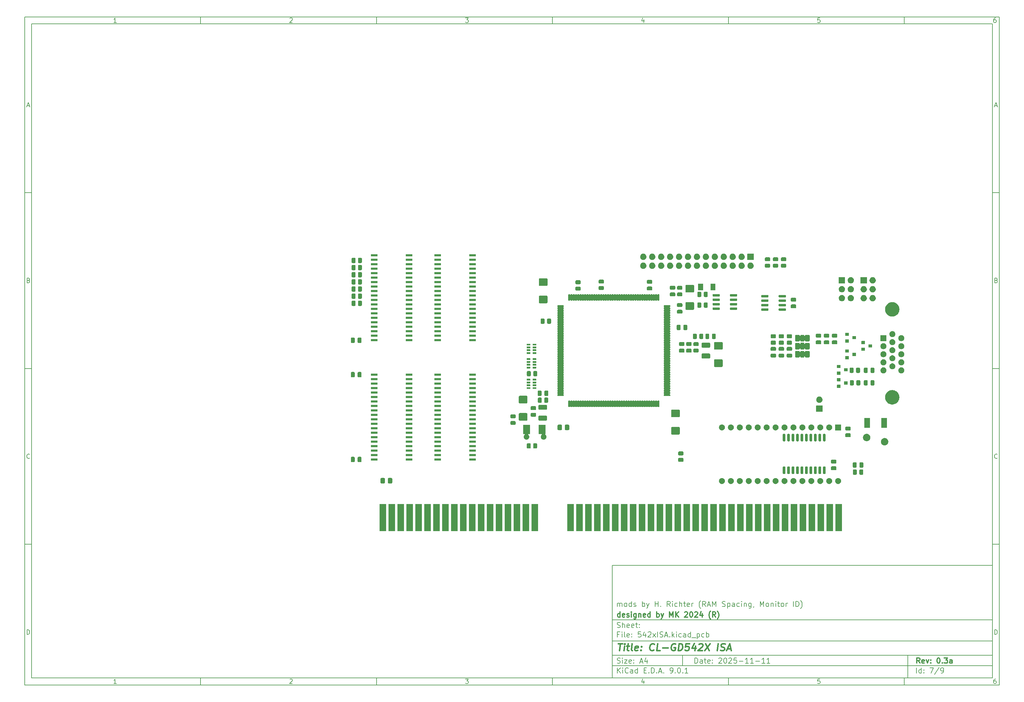
<source format=gts>
%TF.GenerationSoftware,KiCad,Pcbnew,9.0.1*%
%TF.CreationDate,2025-11-11T13:16:59+01:00*%
%TF.ProjectId,542xISA,35343278-4953-4412-9e6b-696361645f70,0.3a*%
%TF.SameCoordinates,Original*%
%TF.FileFunction,Soldermask,Top*%
%TF.FilePolarity,Negative*%
%FSLAX46Y46*%
G04 Gerber Fmt 4.6, Leading zero omitted, Abs format (unit mm)*
G04 Created by KiCad (PCBNEW 9.0.1) date 2025-11-11 13:16:59*
%MOMM*%
%LPD*%
G01*
G04 APERTURE LIST*
%ADD10C,0.100000*%
%ADD11C,0.150000*%
%ADD12C,0.300000*%
%ADD13C,0.400000*%
G04 APERTURE END LIST*
D10*
D11*
X177002200Y-166007200D02*
X285002200Y-166007200D01*
X285002200Y-198007200D01*
X177002200Y-198007200D01*
X177002200Y-166007200D01*
D10*
D11*
X10000000Y-10000000D02*
X287002200Y-10000000D01*
X287002200Y-200007200D01*
X10000000Y-200007200D01*
X10000000Y-10000000D01*
D10*
D11*
X12000000Y-12000000D02*
X285002200Y-12000000D01*
X285002200Y-198007200D01*
X12000000Y-198007200D01*
X12000000Y-12000000D01*
D10*
D11*
X60000000Y-12000000D02*
X60000000Y-10000000D01*
D10*
D11*
X110000000Y-12000000D02*
X110000000Y-10000000D01*
D10*
D11*
X160000000Y-12000000D02*
X160000000Y-10000000D01*
D10*
D11*
X210000000Y-12000000D02*
X210000000Y-10000000D01*
D10*
D11*
X260000000Y-12000000D02*
X260000000Y-10000000D01*
D10*
D11*
X36089160Y-11593604D02*
X35346303Y-11593604D01*
X35717731Y-11593604D02*
X35717731Y-10293604D01*
X35717731Y-10293604D02*
X35593922Y-10479319D01*
X35593922Y-10479319D02*
X35470112Y-10603128D01*
X35470112Y-10603128D02*
X35346303Y-10665033D01*
D10*
D11*
X85346303Y-10417414D02*
X85408207Y-10355509D01*
X85408207Y-10355509D02*
X85532017Y-10293604D01*
X85532017Y-10293604D02*
X85841541Y-10293604D01*
X85841541Y-10293604D02*
X85965350Y-10355509D01*
X85965350Y-10355509D02*
X86027255Y-10417414D01*
X86027255Y-10417414D02*
X86089160Y-10541223D01*
X86089160Y-10541223D02*
X86089160Y-10665033D01*
X86089160Y-10665033D02*
X86027255Y-10850747D01*
X86027255Y-10850747D02*
X85284398Y-11593604D01*
X85284398Y-11593604D02*
X86089160Y-11593604D01*
D10*
D11*
X135284398Y-10293604D02*
X136089160Y-10293604D01*
X136089160Y-10293604D02*
X135655826Y-10788842D01*
X135655826Y-10788842D02*
X135841541Y-10788842D01*
X135841541Y-10788842D02*
X135965350Y-10850747D01*
X135965350Y-10850747D02*
X136027255Y-10912652D01*
X136027255Y-10912652D02*
X136089160Y-11036461D01*
X136089160Y-11036461D02*
X136089160Y-11345985D01*
X136089160Y-11345985D02*
X136027255Y-11469795D01*
X136027255Y-11469795D02*
X135965350Y-11531700D01*
X135965350Y-11531700D02*
X135841541Y-11593604D01*
X135841541Y-11593604D02*
X135470112Y-11593604D01*
X135470112Y-11593604D02*
X135346303Y-11531700D01*
X135346303Y-11531700D02*
X135284398Y-11469795D01*
D10*
D11*
X185965350Y-10726938D02*
X185965350Y-11593604D01*
X185655826Y-10231700D02*
X185346303Y-11160271D01*
X185346303Y-11160271D02*
X186151064Y-11160271D01*
D10*
D11*
X236027255Y-10293604D02*
X235408207Y-10293604D01*
X235408207Y-10293604D02*
X235346303Y-10912652D01*
X235346303Y-10912652D02*
X235408207Y-10850747D01*
X235408207Y-10850747D02*
X235532017Y-10788842D01*
X235532017Y-10788842D02*
X235841541Y-10788842D01*
X235841541Y-10788842D02*
X235965350Y-10850747D01*
X235965350Y-10850747D02*
X236027255Y-10912652D01*
X236027255Y-10912652D02*
X236089160Y-11036461D01*
X236089160Y-11036461D02*
X236089160Y-11345985D01*
X236089160Y-11345985D02*
X236027255Y-11469795D01*
X236027255Y-11469795D02*
X235965350Y-11531700D01*
X235965350Y-11531700D02*
X235841541Y-11593604D01*
X235841541Y-11593604D02*
X235532017Y-11593604D01*
X235532017Y-11593604D02*
X235408207Y-11531700D01*
X235408207Y-11531700D02*
X235346303Y-11469795D01*
D10*
D11*
X285965350Y-10293604D02*
X285717731Y-10293604D01*
X285717731Y-10293604D02*
X285593922Y-10355509D01*
X285593922Y-10355509D02*
X285532017Y-10417414D01*
X285532017Y-10417414D02*
X285408207Y-10603128D01*
X285408207Y-10603128D02*
X285346303Y-10850747D01*
X285346303Y-10850747D02*
X285346303Y-11345985D01*
X285346303Y-11345985D02*
X285408207Y-11469795D01*
X285408207Y-11469795D02*
X285470112Y-11531700D01*
X285470112Y-11531700D02*
X285593922Y-11593604D01*
X285593922Y-11593604D02*
X285841541Y-11593604D01*
X285841541Y-11593604D02*
X285965350Y-11531700D01*
X285965350Y-11531700D02*
X286027255Y-11469795D01*
X286027255Y-11469795D02*
X286089160Y-11345985D01*
X286089160Y-11345985D02*
X286089160Y-11036461D01*
X286089160Y-11036461D02*
X286027255Y-10912652D01*
X286027255Y-10912652D02*
X285965350Y-10850747D01*
X285965350Y-10850747D02*
X285841541Y-10788842D01*
X285841541Y-10788842D02*
X285593922Y-10788842D01*
X285593922Y-10788842D02*
X285470112Y-10850747D01*
X285470112Y-10850747D02*
X285408207Y-10912652D01*
X285408207Y-10912652D02*
X285346303Y-11036461D01*
D10*
D11*
X60000000Y-198007200D02*
X60000000Y-200007200D01*
D10*
D11*
X110000000Y-198007200D02*
X110000000Y-200007200D01*
D10*
D11*
X160000000Y-198007200D02*
X160000000Y-200007200D01*
D10*
D11*
X210000000Y-198007200D02*
X210000000Y-200007200D01*
D10*
D11*
X260000000Y-198007200D02*
X260000000Y-200007200D01*
D10*
D11*
X36089160Y-199600804D02*
X35346303Y-199600804D01*
X35717731Y-199600804D02*
X35717731Y-198300804D01*
X35717731Y-198300804D02*
X35593922Y-198486519D01*
X35593922Y-198486519D02*
X35470112Y-198610328D01*
X35470112Y-198610328D02*
X35346303Y-198672233D01*
D10*
D11*
X85346303Y-198424614D02*
X85408207Y-198362709D01*
X85408207Y-198362709D02*
X85532017Y-198300804D01*
X85532017Y-198300804D02*
X85841541Y-198300804D01*
X85841541Y-198300804D02*
X85965350Y-198362709D01*
X85965350Y-198362709D02*
X86027255Y-198424614D01*
X86027255Y-198424614D02*
X86089160Y-198548423D01*
X86089160Y-198548423D02*
X86089160Y-198672233D01*
X86089160Y-198672233D02*
X86027255Y-198857947D01*
X86027255Y-198857947D02*
X85284398Y-199600804D01*
X85284398Y-199600804D02*
X86089160Y-199600804D01*
D10*
D11*
X135284398Y-198300804D02*
X136089160Y-198300804D01*
X136089160Y-198300804D02*
X135655826Y-198796042D01*
X135655826Y-198796042D02*
X135841541Y-198796042D01*
X135841541Y-198796042D02*
X135965350Y-198857947D01*
X135965350Y-198857947D02*
X136027255Y-198919852D01*
X136027255Y-198919852D02*
X136089160Y-199043661D01*
X136089160Y-199043661D02*
X136089160Y-199353185D01*
X136089160Y-199353185D02*
X136027255Y-199476995D01*
X136027255Y-199476995D02*
X135965350Y-199538900D01*
X135965350Y-199538900D02*
X135841541Y-199600804D01*
X135841541Y-199600804D02*
X135470112Y-199600804D01*
X135470112Y-199600804D02*
X135346303Y-199538900D01*
X135346303Y-199538900D02*
X135284398Y-199476995D01*
D10*
D11*
X185965350Y-198734138D02*
X185965350Y-199600804D01*
X185655826Y-198238900D02*
X185346303Y-199167471D01*
X185346303Y-199167471D02*
X186151064Y-199167471D01*
D10*
D11*
X236027255Y-198300804D02*
X235408207Y-198300804D01*
X235408207Y-198300804D02*
X235346303Y-198919852D01*
X235346303Y-198919852D02*
X235408207Y-198857947D01*
X235408207Y-198857947D02*
X235532017Y-198796042D01*
X235532017Y-198796042D02*
X235841541Y-198796042D01*
X235841541Y-198796042D02*
X235965350Y-198857947D01*
X235965350Y-198857947D02*
X236027255Y-198919852D01*
X236027255Y-198919852D02*
X236089160Y-199043661D01*
X236089160Y-199043661D02*
X236089160Y-199353185D01*
X236089160Y-199353185D02*
X236027255Y-199476995D01*
X236027255Y-199476995D02*
X235965350Y-199538900D01*
X235965350Y-199538900D02*
X235841541Y-199600804D01*
X235841541Y-199600804D02*
X235532017Y-199600804D01*
X235532017Y-199600804D02*
X235408207Y-199538900D01*
X235408207Y-199538900D02*
X235346303Y-199476995D01*
D10*
D11*
X285965350Y-198300804D02*
X285717731Y-198300804D01*
X285717731Y-198300804D02*
X285593922Y-198362709D01*
X285593922Y-198362709D02*
X285532017Y-198424614D01*
X285532017Y-198424614D02*
X285408207Y-198610328D01*
X285408207Y-198610328D02*
X285346303Y-198857947D01*
X285346303Y-198857947D02*
X285346303Y-199353185D01*
X285346303Y-199353185D02*
X285408207Y-199476995D01*
X285408207Y-199476995D02*
X285470112Y-199538900D01*
X285470112Y-199538900D02*
X285593922Y-199600804D01*
X285593922Y-199600804D02*
X285841541Y-199600804D01*
X285841541Y-199600804D02*
X285965350Y-199538900D01*
X285965350Y-199538900D02*
X286027255Y-199476995D01*
X286027255Y-199476995D02*
X286089160Y-199353185D01*
X286089160Y-199353185D02*
X286089160Y-199043661D01*
X286089160Y-199043661D02*
X286027255Y-198919852D01*
X286027255Y-198919852D02*
X285965350Y-198857947D01*
X285965350Y-198857947D02*
X285841541Y-198796042D01*
X285841541Y-198796042D02*
X285593922Y-198796042D01*
X285593922Y-198796042D02*
X285470112Y-198857947D01*
X285470112Y-198857947D02*
X285408207Y-198919852D01*
X285408207Y-198919852D02*
X285346303Y-199043661D01*
D10*
D11*
X10000000Y-60000000D02*
X12000000Y-60000000D01*
D10*
D11*
X10000000Y-110000000D02*
X12000000Y-110000000D01*
D10*
D11*
X10000000Y-160000000D02*
X12000000Y-160000000D01*
D10*
D11*
X10690476Y-35222176D02*
X11309523Y-35222176D01*
X10566666Y-35593604D02*
X10999999Y-34293604D01*
X10999999Y-34293604D02*
X11433333Y-35593604D01*
D10*
D11*
X11092857Y-84912652D02*
X11278571Y-84974557D01*
X11278571Y-84974557D02*
X11340476Y-85036461D01*
X11340476Y-85036461D02*
X11402380Y-85160271D01*
X11402380Y-85160271D02*
X11402380Y-85345985D01*
X11402380Y-85345985D02*
X11340476Y-85469795D01*
X11340476Y-85469795D02*
X11278571Y-85531700D01*
X11278571Y-85531700D02*
X11154761Y-85593604D01*
X11154761Y-85593604D02*
X10659523Y-85593604D01*
X10659523Y-85593604D02*
X10659523Y-84293604D01*
X10659523Y-84293604D02*
X11092857Y-84293604D01*
X11092857Y-84293604D02*
X11216666Y-84355509D01*
X11216666Y-84355509D02*
X11278571Y-84417414D01*
X11278571Y-84417414D02*
X11340476Y-84541223D01*
X11340476Y-84541223D02*
X11340476Y-84665033D01*
X11340476Y-84665033D02*
X11278571Y-84788842D01*
X11278571Y-84788842D02*
X11216666Y-84850747D01*
X11216666Y-84850747D02*
X11092857Y-84912652D01*
X11092857Y-84912652D02*
X10659523Y-84912652D01*
D10*
D11*
X11402380Y-135469795D02*
X11340476Y-135531700D01*
X11340476Y-135531700D02*
X11154761Y-135593604D01*
X11154761Y-135593604D02*
X11030952Y-135593604D01*
X11030952Y-135593604D02*
X10845238Y-135531700D01*
X10845238Y-135531700D02*
X10721428Y-135407890D01*
X10721428Y-135407890D02*
X10659523Y-135284080D01*
X10659523Y-135284080D02*
X10597619Y-135036461D01*
X10597619Y-135036461D02*
X10597619Y-134850747D01*
X10597619Y-134850747D02*
X10659523Y-134603128D01*
X10659523Y-134603128D02*
X10721428Y-134479319D01*
X10721428Y-134479319D02*
X10845238Y-134355509D01*
X10845238Y-134355509D02*
X11030952Y-134293604D01*
X11030952Y-134293604D02*
X11154761Y-134293604D01*
X11154761Y-134293604D02*
X11340476Y-134355509D01*
X11340476Y-134355509D02*
X11402380Y-134417414D01*
D10*
D11*
X10659523Y-185593604D02*
X10659523Y-184293604D01*
X10659523Y-184293604D02*
X10969047Y-184293604D01*
X10969047Y-184293604D02*
X11154761Y-184355509D01*
X11154761Y-184355509D02*
X11278571Y-184479319D01*
X11278571Y-184479319D02*
X11340476Y-184603128D01*
X11340476Y-184603128D02*
X11402380Y-184850747D01*
X11402380Y-184850747D02*
X11402380Y-185036461D01*
X11402380Y-185036461D02*
X11340476Y-185284080D01*
X11340476Y-185284080D02*
X11278571Y-185407890D01*
X11278571Y-185407890D02*
X11154761Y-185531700D01*
X11154761Y-185531700D02*
X10969047Y-185593604D01*
X10969047Y-185593604D02*
X10659523Y-185593604D01*
D10*
D11*
X287002200Y-60000000D02*
X285002200Y-60000000D01*
D10*
D11*
X287002200Y-110000000D02*
X285002200Y-110000000D01*
D10*
D11*
X287002200Y-160000000D02*
X285002200Y-160000000D01*
D10*
D11*
X285692676Y-35222176D02*
X286311723Y-35222176D01*
X285568866Y-35593604D02*
X286002199Y-34293604D01*
X286002199Y-34293604D02*
X286435533Y-35593604D01*
D10*
D11*
X286095057Y-84912652D02*
X286280771Y-84974557D01*
X286280771Y-84974557D02*
X286342676Y-85036461D01*
X286342676Y-85036461D02*
X286404580Y-85160271D01*
X286404580Y-85160271D02*
X286404580Y-85345985D01*
X286404580Y-85345985D02*
X286342676Y-85469795D01*
X286342676Y-85469795D02*
X286280771Y-85531700D01*
X286280771Y-85531700D02*
X286156961Y-85593604D01*
X286156961Y-85593604D02*
X285661723Y-85593604D01*
X285661723Y-85593604D02*
X285661723Y-84293604D01*
X285661723Y-84293604D02*
X286095057Y-84293604D01*
X286095057Y-84293604D02*
X286218866Y-84355509D01*
X286218866Y-84355509D02*
X286280771Y-84417414D01*
X286280771Y-84417414D02*
X286342676Y-84541223D01*
X286342676Y-84541223D02*
X286342676Y-84665033D01*
X286342676Y-84665033D02*
X286280771Y-84788842D01*
X286280771Y-84788842D02*
X286218866Y-84850747D01*
X286218866Y-84850747D02*
X286095057Y-84912652D01*
X286095057Y-84912652D02*
X285661723Y-84912652D01*
D10*
D11*
X286404580Y-135469795D02*
X286342676Y-135531700D01*
X286342676Y-135531700D02*
X286156961Y-135593604D01*
X286156961Y-135593604D02*
X286033152Y-135593604D01*
X286033152Y-135593604D02*
X285847438Y-135531700D01*
X285847438Y-135531700D02*
X285723628Y-135407890D01*
X285723628Y-135407890D02*
X285661723Y-135284080D01*
X285661723Y-135284080D02*
X285599819Y-135036461D01*
X285599819Y-135036461D02*
X285599819Y-134850747D01*
X285599819Y-134850747D02*
X285661723Y-134603128D01*
X285661723Y-134603128D02*
X285723628Y-134479319D01*
X285723628Y-134479319D02*
X285847438Y-134355509D01*
X285847438Y-134355509D02*
X286033152Y-134293604D01*
X286033152Y-134293604D02*
X286156961Y-134293604D01*
X286156961Y-134293604D02*
X286342676Y-134355509D01*
X286342676Y-134355509D02*
X286404580Y-134417414D01*
D10*
D11*
X285661723Y-185593604D02*
X285661723Y-184293604D01*
X285661723Y-184293604D02*
X285971247Y-184293604D01*
X285971247Y-184293604D02*
X286156961Y-184355509D01*
X286156961Y-184355509D02*
X286280771Y-184479319D01*
X286280771Y-184479319D02*
X286342676Y-184603128D01*
X286342676Y-184603128D02*
X286404580Y-184850747D01*
X286404580Y-184850747D02*
X286404580Y-185036461D01*
X286404580Y-185036461D02*
X286342676Y-185284080D01*
X286342676Y-185284080D02*
X286280771Y-185407890D01*
X286280771Y-185407890D02*
X286156961Y-185531700D01*
X286156961Y-185531700D02*
X285971247Y-185593604D01*
X285971247Y-185593604D02*
X285661723Y-185593604D01*
D10*
D11*
X200458026Y-193793328D02*
X200458026Y-192293328D01*
X200458026Y-192293328D02*
X200815169Y-192293328D01*
X200815169Y-192293328D02*
X201029455Y-192364757D01*
X201029455Y-192364757D02*
X201172312Y-192507614D01*
X201172312Y-192507614D02*
X201243741Y-192650471D01*
X201243741Y-192650471D02*
X201315169Y-192936185D01*
X201315169Y-192936185D02*
X201315169Y-193150471D01*
X201315169Y-193150471D02*
X201243741Y-193436185D01*
X201243741Y-193436185D02*
X201172312Y-193579042D01*
X201172312Y-193579042D02*
X201029455Y-193721900D01*
X201029455Y-193721900D02*
X200815169Y-193793328D01*
X200815169Y-193793328D02*
X200458026Y-193793328D01*
X202600884Y-193793328D02*
X202600884Y-193007614D01*
X202600884Y-193007614D02*
X202529455Y-192864757D01*
X202529455Y-192864757D02*
X202386598Y-192793328D01*
X202386598Y-192793328D02*
X202100884Y-192793328D01*
X202100884Y-192793328D02*
X201958026Y-192864757D01*
X202600884Y-193721900D02*
X202458026Y-193793328D01*
X202458026Y-193793328D02*
X202100884Y-193793328D01*
X202100884Y-193793328D02*
X201958026Y-193721900D01*
X201958026Y-193721900D02*
X201886598Y-193579042D01*
X201886598Y-193579042D02*
X201886598Y-193436185D01*
X201886598Y-193436185D02*
X201958026Y-193293328D01*
X201958026Y-193293328D02*
X202100884Y-193221900D01*
X202100884Y-193221900D02*
X202458026Y-193221900D01*
X202458026Y-193221900D02*
X202600884Y-193150471D01*
X203100884Y-192793328D02*
X203672312Y-192793328D01*
X203315169Y-192293328D02*
X203315169Y-193579042D01*
X203315169Y-193579042D02*
X203386598Y-193721900D01*
X203386598Y-193721900D02*
X203529455Y-193793328D01*
X203529455Y-193793328D02*
X203672312Y-193793328D01*
X204743741Y-193721900D02*
X204600884Y-193793328D01*
X204600884Y-193793328D02*
X204315170Y-193793328D01*
X204315170Y-193793328D02*
X204172312Y-193721900D01*
X204172312Y-193721900D02*
X204100884Y-193579042D01*
X204100884Y-193579042D02*
X204100884Y-193007614D01*
X204100884Y-193007614D02*
X204172312Y-192864757D01*
X204172312Y-192864757D02*
X204315170Y-192793328D01*
X204315170Y-192793328D02*
X204600884Y-192793328D01*
X204600884Y-192793328D02*
X204743741Y-192864757D01*
X204743741Y-192864757D02*
X204815170Y-193007614D01*
X204815170Y-193007614D02*
X204815170Y-193150471D01*
X204815170Y-193150471D02*
X204100884Y-193293328D01*
X205458026Y-193650471D02*
X205529455Y-193721900D01*
X205529455Y-193721900D02*
X205458026Y-193793328D01*
X205458026Y-193793328D02*
X205386598Y-193721900D01*
X205386598Y-193721900D02*
X205458026Y-193650471D01*
X205458026Y-193650471D02*
X205458026Y-193793328D01*
X205458026Y-192864757D02*
X205529455Y-192936185D01*
X205529455Y-192936185D02*
X205458026Y-193007614D01*
X205458026Y-193007614D02*
X205386598Y-192936185D01*
X205386598Y-192936185D02*
X205458026Y-192864757D01*
X205458026Y-192864757D02*
X205458026Y-193007614D01*
X207243741Y-192436185D02*
X207315169Y-192364757D01*
X207315169Y-192364757D02*
X207458027Y-192293328D01*
X207458027Y-192293328D02*
X207815169Y-192293328D01*
X207815169Y-192293328D02*
X207958027Y-192364757D01*
X207958027Y-192364757D02*
X208029455Y-192436185D01*
X208029455Y-192436185D02*
X208100884Y-192579042D01*
X208100884Y-192579042D02*
X208100884Y-192721900D01*
X208100884Y-192721900D02*
X208029455Y-192936185D01*
X208029455Y-192936185D02*
X207172312Y-193793328D01*
X207172312Y-193793328D02*
X208100884Y-193793328D01*
X209029455Y-192293328D02*
X209172312Y-192293328D01*
X209172312Y-192293328D02*
X209315169Y-192364757D01*
X209315169Y-192364757D02*
X209386598Y-192436185D01*
X209386598Y-192436185D02*
X209458026Y-192579042D01*
X209458026Y-192579042D02*
X209529455Y-192864757D01*
X209529455Y-192864757D02*
X209529455Y-193221900D01*
X209529455Y-193221900D02*
X209458026Y-193507614D01*
X209458026Y-193507614D02*
X209386598Y-193650471D01*
X209386598Y-193650471D02*
X209315169Y-193721900D01*
X209315169Y-193721900D02*
X209172312Y-193793328D01*
X209172312Y-193793328D02*
X209029455Y-193793328D01*
X209029455Y-193793328D02*
X208886598Y-193721900D01*
X208886598Y-193721900D02*
X208815169Y-193650471D01*
X208815169Y-193650471D02*
X208743740Y-193507614D01*
X208743740Y-193507614D02*
X208672312Y-193221900D01*
X208672312Y-193221900D02*
X208672312Y-192864757D01*
X208672312Y-192864757D02*
X208743740Y-192579042D01*
X208743740Y-192579042D02*
X208815169Y-192436185D01*
X208815169Y-192436185D02*
X208886598Y-192364757D01*
X208886598Y-192364757D02*
X209029455Y-192293328D01*
X210100883Y-192436185D02*
X210172311Y-192364757D01*
X210172311Y-192364757D02*
X210315169Y-192293328D01*
X210315169Y-192293328D02*
X210672311Y-192293328D01*
X210672311Y-192293328D02*
X210815169Y-192364757D01*
X210815169Y-192364757D02*
X210886597Y-192436185D01*
X210886597Y-192436185D02*
X210958026Y-192579042D01*
X210958026Y-192579042D02*
X210958026Y-192721900D01*
X210958026Y-192721900D02*
X210886597Y-192936185D01*
X210886597Y-192936185D02*
X210029454Y-193793328D01*
X210029454Y-193793328D02*
X210958026Y-193793328D01*
X212315168Y-192293328D02*
X211600882Y-192293328D01*
X211600882Y-192293328D02*
X211529454Y-193007614D01*
X211529454Y-193007614D02*
X211600882Y-192936185D01*
X211600882Y-192936185D02*
X211743740Y-192864757D01*
X211743740Y-192864757D02*
X212100882Y-192864757D01*
X212100882Y-192864757D02*
X212243740Y-192936185D01*
X212243740Y-192936185D02*
X212315168Y-193007614D01*
X212315168Y-193007614D02*
X212386597Y-193150471D01*
X212386597Y-193150471D02*
X212386597Y-193507614D01*
X212386597Y-193507614D02*
X212315168Y-193650471D01*
X212315168Y-193650471D02*
X212243740Y-193721900D01*
X212243740Y-193721900D02*
X212100882Y-193793328D01*
X212100882Y-193793328D02*
X211743740Y-193793328D01*
X211743740Y-193793328D02*
X211600882Y-193721900D01*
X211600882Y-193721900D02*
X211529454Y-193650471D01*
X213029453Y-193221900D02*
X214172311Y-193221900D01*
X215672311Y-193793328D02*
X214815168Y-193793328D01*
X215243739Y-193793328D02*
X215243739Y-192293328D01*
X215243739Y-192293328D02*
X215100882Y-192507614D01*
X215100882Y-192507614D02*
X214958025Y-192650471D01*
X214958025Y-192650471D02*
X214815168Y-192721900D01*
X217100882Y-193793328D02*
X216243739Y-193793328D01*
X216672310Y-193793328D02*
X216672310Y-192293328D01*
X216672310Y-192293328D02*
X216529453Y-192507614D01*
X216529453Y-192507614D02*
X216386596Y-192650471D01*
X216386596Y-192650471D02*
X216243739Y-192721900D01*
X217743738Y-193221900D02*
X218886596Y-193221900D01*
X220386596Y-193793328D02*
X219529453Y-193793328D01*
X219958024Y-193793328D02*
X219958024Y-192293328D01*
X219958024Y-192293328D02*
X219815167Y-192507614D01*
X219815167Y-192507614D02*
X219672310Y-192650471D01*
X219672310Y-192650471D02*
X219529453Y-192721900D01*
X221815167Y-193793328D02*
X220958024Y-193793328D01*
X221386595Y-193793328D02*
X221386595Y-192293328D01*
X221386595Y-192293328D02*
X221243738Y-192507614D01*
X221243738Y-192507614D02*
X221100881Y-192650471D01*
X221100881Y-192650471D02*
X220958024Y-192721900D01*
D10*
D11*
X177002200Y-194507200D02*
X285002200Y-194507200D01*
D10*
D11*
X178458026Y-196593328D02*
X178458026Y-195093328D01*
X179315169Y-196593328D02*
X178672312Y-195736185D01*
X179315169Y-195093328D02*
X178458026Y-195950471D01*
X179958026Y-196593328D02*
X179958026Y-195593328D01*
X179958026Y-195093328D02*
X179886598Y-195164757D01*
X179886598Y-195164757D02*
X179958026Y-195236185D01*
X179958026Y-195236185D02*
X180029455Y-195164757D01*
X180029455Y-195164757D02*
X179958026Y-195093328D01*
X179958026Y-195093328D02*
X179958026Y-195236185D01*
X181529455Y-196450471D02*
X181458027Y-196521900D01*
X181458027Y-196521900D02*
X181243741Y-196593328D01*
X181243741Y-196593328D02*
X181100884Y-196593328D01*
X181100884Y-196593328D02*
X180886598Y-196521900D01*
X180886598Y-196521900D02*
X180743741Y-196379042D01*
X180743741Y-196379042D02*
X180672312Y-196236185D01*
X180672312Y-196236185D02*
X180600884Y-195950471D01*
X180600884Y-195950471D02*
X180600884Y-195736185D01*
X180600884Y-195736185D02*
X180672312Y-195450471D01*
X180672312Y-195450471D02*
X180743741Y-195307614D01*
X180743741Y-195307614D02*
X180886598Y-195164757D01*
X180886598Y-195164757D02*
X181100884Y-195093328D01*
X181100884Y-195093328D02*
X181243741Y-195093328D01*
X181243741Y-195093328D02*
X181458027Y-195164757D01*
X181458027Y-195164757D02*
X181529455Y-195236185D01*
X182815170Y-196593328D02*
X182815170Y-195807614D01*
X182815170Y-195807614D02*
X182743741Y-195664757D01*
X182743741Y-195664757D02*
X182600884Y-195593328D01*
X182600884Y-195593328D02*
X182315170Y-195593328D01*
X182315170Y-195593328D02*
X182172312Y-195664757D01*
X182815170Y-196521900D02*
X182672312Y-196593328D01*
X182672312Y-196593328D02*
X182315170Y-196593328D01*
X182315170Y-196593328D02*
X182172312Y-196521900D01*
X182172312Y-196521900D02*
X182100884Y-196379042D01*
X182100884Y-196379042D02*
X182100884Y-196236185D01*
X182100884Y-196236185D02*
X182172312Y-196093328D01*
X182172312Y-196093328D02*
X182315170Y-196021900D01*
X182315170Y-196021900D02*
X182672312Y-196021900D01*
X182672312Y-196021900D02*
X182815170Y-195950471D01*
X184172313Y-196593328D02*
X184172313Y-195093328D01*
X184172313Y-196521900D02*
X184029455Y-196593328D01*
X184029455Y-196593328D02*
X183743741Y-196593328D01*
X183743741Y-196593328D02*
X183600884Y-196521900D01*
X183600884Y-196521900D02*
X183529455Y-196450471D01*
X183529455Y-196450471D02*
X183458027Y-196307614D01*
X183458027Y-196307614D02*
X183458027Y-195879042D01*
X183458027Y-195879042D02*
X183529455Y-195736185D01*
X183529455Y-195736185D02*
X183600884Y-195664757D01*
X183600884Y-195664757D02*
X183743741Y-195593328D01*
X183743741Y-195593328D02*
X184029455Y-195593328D01*
X184029455Y-195593328D02*
X184172313Y-195664757D01*
X186029455Y-195807614D02*
X186529455Y-195807614D01*
X186743741Y-196593328D02*
X186029455Y-196593328D01*
X186029455Y-196593328D02*
X186029455Y-195093328D01*
X186029455Y-195093328D02*
X186743741Y-195093328D01*
X187386598Y-196450471D02*
X187458027Y-196521900D01*
X187458027Y-196521900D02*
X187386598Y-196593328D01*
X187386598Y-196593328D02*
X187315170Y-196521900D01*
X187315170Y-196521900D02*
X187386598Y-196450471D01*
X187386598Y-196450471D02*
X187386598Y-196593328D01*
X188100884Y-196593328D02*
X188100884Y-195093328D01*
X188100884Y-195093328D02*
X188458027Y-195093328D01*
X188458027Y-195093328D02*
X188672313Y-195164757D01*
X188672313Y-195164757D02*
X188815170Y-195307614D01*
X188815170Y-195307614D02*
X188886599Y-195450471D01*
X188886599Y-195450471D02*
X188958027Y-195736185D01*
X188958027Y-195736185D02*
X188958027Y-195950471D01*
X188958027Y-195950471D02*
X188886599Y-196236185D01*
X188886599Y-196236185D02*
X188815170Y-196379042D01*
X188815170Y-196379042D02*
X188672313Y-196521900D01*
X188672313Y-196521900D02*
X188458027Y-196593328D01*
X188458027Y-196593328D02*
X188100884Y-196593328D01*
X189600884Y-196450471D02*
X189672313Y-196521900D01*
X189672313Y-196521900D02*
X189600884Y-196593328D01*
X189600884Y-196593328D02*
X189529456Y-196521900D01*
X189529456Y-196521900D02*
X189600884Y-196450471D01*
X189600884Y-196450471D02*
X189600884Y-196593328D01*
X190243742Y-196164757D02*
X190958028Y-196164757D01*
X190100885Y-196593328D02*
X190600885Y-195093328D01*
X190600885Y-195093328D02*
X191100885Y-196593328D01*
X191600884Y-196450471D02*
X191672313Y-196521900D01*
X191672313Y-196521900D02*
X191600884Y-196593328D01*
X191600884Y-196593328D02*
X191529456Y-196521900D01*
X191529456Y-196521900D02*
X191600884Y-196450471D01*
X191600884Y-196450471D02*
X191600884Y-196593328D01*
X193529456Y-196593328D02*
X193815170Y-196593328D01*
X193815170Y-196593328D02*
X193958027Y-196521900D01*
X193958027Y-196521900D02*
X194029456Y-196450471D01*
X194029456Y-196450471D02*
X194172313Y-196236185D01*
X194172313Y-196236185D02*
X194243742Y-195950471D01*
X194243742Y-195950471D02*
X194243742Y-195379042D01*
X194243742Y-195379042D02*
X194172313Y-195236185D01*
X194172313Y-195236185D02*
X194100885Y-195164757D01*
X194100885Y-195164757D02*
X193958027Y-195093328D01*
X193958027Y-195093328D02*
X193672313Y-195093328D01*
X193672313Y-195093328D02*
X193529456Y-195164757D01*
X193529456Y-195164757D02*
X193458027Y-195236185D01*
X193458027Y-195236185D02*
X193386599Y-195379042D01*
X193386599Y-195379042D02*
X193386599Y-195736185D01*
X193386599Y-195736185D02*
X193458027Y-195879042D01*
X193458027Y-195879042D02*
X193529456Y-195950471D01*
X193529456Y-195950471D02*
X193672313Y-196021900D01*
X193672313Y-196021900D02*
X193958027Y-196021900D01*
X193958027Y-196021900D02*
X194100885Y-195950471D01*
X194100885Y-195950471D02*
X194172313Y-195879042D01*
X194172313Y-195879042D02*
X194243742Y-195736185D01*
X194886598Y-196450471D02*
X194958027Y-196521900D01*
X194958027Y-196521900D02*
X194886598Y-196593328D01*
X194886598Y-196593328D02*
X194815170Y-196521900D01*
X194815170Y-196521900D02*
X194886598Y-196450471D01*
X194886598Y-196450471D02*
X194886598Y-196593328D01*
X195886599Y-195093328D02*
X196029456Y-195093328D01*
X196029456Y-195093328D02*
X196172313Y-195164757D01*
X196172313Y-195164757D02*
X196243742Y-195236185D01*
X196243742Y-195236185D02*
X196315170Y-195379042D01*
X196315170Y-195379042D02*
X196386599Y-195664757D01*
X196386599Y-195664757D02*
X196386599Y-196021900D01*
X196386599Y-196021900D02*
X196315170Y-196307614D01*
X196315170Y-196307614D02*
X196243742Y-196450471D01*
X196243742Y-196450471D02*
X196172313Y-196521900D01*
X196172313Y-196521900D02*
X196029456Y-196593328D01*
X196029456Y-196593328D02*
X195886599Y-196593328D01*
X195886599Y-196593328D02*
X195743742Y-196521900D01*
X195743742Y-196521900D02*
X195672313Y-196450471D01*
X195672313Y-196450471D02*
X195600884Y-196307614D01*
X195600884Y-196307614D02*
X195529456Y-196021900D01*
X195529456Y-196021900D02*
X195529456Y-195664757D01*
X195529456Y-195664757D02*
X195600884Y-195379042D01*
X195600884Y-195379042D02*
X195672313Y-195236185D01*
X195672313Y-195236185D02*
X195743742Y-195164757D01*
X195743742Y-195164757D02*
X195886599Y-195093328D01*
X197029455Y-196450471D02*
X197100884Y-196521900D01*
X197100884Y-196521900D02*
X197029455Y-196593328D01*
X197029455Y-196593328D02*
X196958027Y-196521900D01*
X196958027Y-196521900D02*
X197029455Y-196450471D01*
X197029455Y-196450471D02*
X197029455Y-196593328D01*
X198529456Y-196593328D02*
X197672313Y-196593328D01*
X198100884Y-196593328D02*
X198100884Y-195093328D01*
X198100884Y-195093328D02*
X197958027Y-195307614D01*
X197958027Y-195307614D02*
X197815170Y-195450471D01*
X197815170Y-195450471D02*
X197672313Y-195521900D01*
D10*
D11*
X177002200Y-191507200D02*
X285002200Y-191507200D01*
D10*
D12*
X264413853Y-193785528D02*
X263913853Y-193071242D01*
X263556710Y-193785528D02*
X263556710Y-192285528D01*
X263556710Y-192285528D02*
X264128139Y-192285528D01*
X264128139Y-192285528D02*
X264270996Y-192356957D01*
X264270996Y-192356957D02*
X264342425Y-192428385D01*
X264342425Y-192428385D02*
X264413853Y-192571242D01*
X264413853Y-192571242D02*
X264413853Y-192785528D01*
X264413853Y-192785528D02*
X264342425Y-192928385D01*
X264342425Y-192928385D02*
X264270996Y-192999814D01*
X264270996Y-192999814D02*
X264128139Y-193071242D01*
X264128139Y-193071242D02*
X263556710Y-193071242D01*
X265628139Y-193714100D02*
X265485282Y-193785528D01*
X265485282Y-193785528D02*
X265199568Y-193785528D01*
X265199568Y-193785528D02*
X265056710Y-193714100D01*
X265056710Y-193714100D02*
X264985282Y-193571242D01*
X264985282Y-193571242D02*
X264985282Y-192999814D01*
X264985282Y-192999814D02*
X265056710Y-192856957D01*
X265056710Y-192856957D02*
X265199568Y-192785528D01*
X265199568Y-192785528D02*
X265485282Y-192785528D01*
X265485282Y-192785528D02*
X265628139Y-192856957D01*
X265628139Y-192856957D02*
X265699568Y-192999814D01*
X265699568Y-192999814D02*
X265699568Y-193142671D01*
X265699568Y-193142671D02*
X264985282Y-193285528D01*
X266199567Y-192785528D02*
X266556710Y-193785528D01*
X266556710Y-193785528D02*
X266913853Y-192785528D01*
X267485281Y-193642671D02*
X267556710Y-193714100D01*
X267556710Y-193714100D02*
X267485281Y-193785528D01*
X267485281Y-193785528D02*
X267413853Y-193714100D01*
X267413853Y-193714100D02*
X267485281Y-193642671D01*
X267485281Y-193642671D02*
X267485281Y-193785528D01*
X267485281Y-192856957D02*
X267556710Y-192928385D01*
X267556710Y-192928385D02*
X267485281Y-192999814D01*
X267485281Y-192999814D02*
X267413853Y-192928385D01*
X267413853Y-192928385D02*
X267485281Y-192856957D01*
X267485281Y-192856957D02*
X267485281Y-192999814D01*
X269628139Y-192285528D02*
X269770996Y-192285528D01*
X269770996Y-192285528D02*
X269913853Y-192356957D01*
X269913853Y-192356957D02*
X269985282Y-192428385D01*
X269985282Y-192428385D02*
X270056710Y-192571242D01*
X270056710Y-192571242D02*
X270128139Y-192856957D01*
X270128139Y-192856957D02*
X270128139Y-193214100D01*
X270128139Y-193214100D02*
X270056710Y-193499814D01*
X270056710Y-193499814D02*
X269985282Y-193642671D01*
X269985282Y-193642671D02*
X269913853Y-193714100D01*
X269913853Y-193714100D02*
X269770996Y-193785528D01*
X269770996Y-193785528D02*
X269628139Y-193785528D01*
X269628139Y-193785528D02*
X269485282Y-193714100D01*
X269485282Y-193714100D02*
X269413853Y-193642671D01*
X269413853Y-193642671D02*
X269342424Y-193499814D01*
X269342424Y-193499814D02*
X269270996Y-193214100D01*
X269270996Y-193214100D02*
X269270996Y-192856957D01*
X269270996Y-192856957D02*
X269342424Y-192571242D01*
X269342424Y-192571242D02*
X269413853Y-192428385D01*
X269413853Y-192428385D02*
X269485282Y-192356957D01*
X269485282Y-192356957D02*
X269628139Y-192285528D01*
X270770995Y-193642671D02*
X270842424Y-193714100D01*
X270842424Y-193714100D02*
X270770995Y-193785528D01*
X270770995Y-193785528D02*
X270699567Y-193714100D01*
X270699567Y-193714100D02*
X270770995Y-193642671D01*
X270770995Y-193642671D02*
X270770995Y-193785528D01*
X271342424Y-192285528D02*
X272270996Y-192285528D01*
X272270996Y-192285528D02*
X271770996Y-192856957D01*
X271770996Y-192856957D02*
X271985281Y-192856957D01*
X271985281Y-192856957D02*
X272128139Y-192928385D01*
X272128139Y-192928385D02*
X272199567Y-192999814D01*
X272199567Y-192999814D02*
X272270996Y-193142671D01*
X272270996Y-193142671D02*
X272270996Y-193499814D01*
X272270996Y-193499814D02*
X272199567Y-193642671D01*
X272199567Y-193642671D02*
X272128139Y-193714100D01*
X272128139Y-193714100D02*
X271985281Y-193785528D01*
X271985281Y-193785528D02*
X271556710Y-193785528D01*
X271556710Y-193785528D02*
X271413853Y-193714100D01*
X271413853Y-193714100D02*
X271342424Y-193642671D01*
X273556710Y-193785528D02*
X273556710Y-192999814D01*
X273556710Y-192999814D02*
X273485281Y-192856957D01*
X273485281Y-192856957D02*
X273342424Y-192785528D01*
X273342424Y-192785528D02*
X273056710Y-192785528D01*
X273056710Y-192785528D02*
X272913852Y-192856957D01*
X273556710Y-193714100D02*
X273413852Y-193785528D01*
X273413852Y-193785528D02*
X273056710Y-193785528D01*
X273056710Y-193785528D02*
X272913852Y-193714100D01*
X272913852Y-193714100D02*
X272842424Y-193571242D01*
X272842424Y-193571242D02*
X272842424Y-193428385D01*
X272842424Y-193428385D02*
X272913852Y-193285528D01*
X272913852Y-193285528D02*
X273056710Y-193214100D01*
X273056710Y-193214100D02*
X273413852Y-193214100D01*
X273413852Y-193214100D02*
X273556710Y-193142671D01*
D10*
D11*
X178386598Y-193721900D02*
X178600884Y-193793328D01*
X178600884Y-193793328D02*
X178958026Y-193793328D01*
X178958026Y-193793328D02*
X179100884Y-193721900D01*
X179100884Y-193721900D02*
X179172312Y-193650471D01*
X179172312Y-193650471D02*
X179243741Y-193507614D01*
X179243741Y-193507614D02*
X179243741Y-193364757D01*
X179243741Y-193364757D02*
X179172312Y-193221900D01*
X179172312Y-193221900D02*
X179100884Y-193150471D01*
X179100884Y-193150471D02*
X178958026Y-193079042D01*
X178958026Y-193079042D02*
X178672312Y-193007614D01*
X178672312Y-193007614D02*
X178529455Y-192936185D01*
X178529455Y-192936185D02*
X178458026Y-192864757D01*
X178458026Y-192864757D02*
X178386598Y-192721900D01*
X178386598Y-192721900D02*
X178386598Y-192579042D01*
X178386598Y-192579042D02*
X178458026Y-192436185D01*
X178458026Y-192436185D02*
X178529455Y-192364757D01*
X178529455Y-192364757D02*
X178672312Y-192293328D01*
X178672312Y-192293328D02*
X179029455Y-192293328D01*
X179029455Y-192293328D02*
X179243741Y-192364757D01*
X179886597Y-193793328D02*
X179886597Y-192793328D01*
X179886597Y-192293328D02*
X179815169Y-192364757D01*
X179815169Y-192364757D02*
X179886597Y-192436185D01*
X179886597Y-192436185D02*
X179958026Y-192364757D01*
X179958026Y-192364757D02*
X179886597Y-192293328D01*
X179886597Y-192293328D02*
X179886597Y-192436185D01*
X180458026Y-192793328D02*
X181243741Y-192793328D01*
X181243741Y-192793328D02*
X180458026Y-193793328D01*
X180458026Y-193793328D02*
X181243741Y-193793328D01*
X182386598Y-193721900D02*
X182243741Y-193793328D01*
X182243741Y-193793328D02*
X181958027Y-193793328D01*
X181958027Y-193793328D02*
X181815169Y-193721900D01*
X181815169Y-193721900D02*
X181743741Y-193579042D01*
X181743741Y-193579042D02*
X181743741Y-193007614D01*
X181743741Y-193007614D02*
X181815169Y-192864757D01*
X181815169Y-192864757D02*
X181958027Y-192793328D01*
X181958027Y-192793328D02*
X182243741Y-192793328D01*
X182243741Y-192793328D02*
X182386598Y-192864757D01*
X182386598Y-192864757D02*
X182458027Y-193007614D01*
X182458027Y-193007614D02*
X182458027Y-193150471D01*
X182458027Y-193150471D02*
X181743741Y-193293328D01*
X183100883Y-193650471D02*
X183172312Y-193721900D01*
X183172312Y-193721900D02*
X183100883Y-193793328D01*
X183100883Y-193793328D02*
X183029455Y-193721900D01*
X183029455Y-193721900D02*
X183100883Y-193650471D01*
X183100883Y-193650471D02*
X183100883Y-193793328D01*
X183100883Y-192864757D02*
X183172312Y-192936185D01*
X183172312Y-192936185D02*
X183100883Y-193007614D01*
X183100883Y-193007614D02*
X183029455Y-192936185D01*
X183029455Y-192936185D02*
X183100883Y-192864757D01*
X183100883Y-192864757D02*
X183100883Y-193007614D01*
X184886598Y-193364757D02*
X185600884Y-193364757D01*
X184743741Y-193793328D02*
X185243741Y-192293328D01*
X185243741Y-192293328D02*
X185743741Y-193793328D01*
X186886598Y-192793328D02*
X186886598Y-193793328D01*
X186529455Y-192221900D02*
X186172312Y-193293328D01*
X186172312Y-193293328D02*
X187100883Y-193293328D01*
D10*
D11*
X263458026Y-196593328D02*
X263458026Y-195093328D01*
X264815170Y-196593328D02*
X264815170Y-195093328D01*
X264815170Y-196521900D02*
X264672312Y-196593328D01*
X264672312Y-196593328D02*
X264386598Y-196593328D01*
X264386598Y-196593328D02*
X264243741Y-196521900D01*
X264243741Y-196521900D02*
X264172312Y-196450471D01*
X264172312Y-196450471D02*
X264100884Y-196307614D01*
X264100884Y-196307614D02*
X264100884Y-195879042D01*
X264100884Y-195879042D02*
X264172312Y-195736185D01*
X264172312Y-195736185D02*
X264243741Y-195664757D01*
X264243741Y-195664757D02*
X264386598Y-195593328D01*
X264386598Y-195593328D02*
X264672312Y-195593328D01*
X264672312Y-195593328D02*
X264815170Y-195664757D01*
X265529455Y-196450471D02*
X265600884Y-196521900D01*
X265600884Y-196521900D02*
X265529455Y-196593328D01*
X265529455Y-196593328D02*
X265458027Y-196521900D01*
X265458027Y-196521900D02*
X265529455Y-196450471D01*
X265529455Y-196450471D02*
X265529455Y-196593328D01*
X265529455Y-195664757D02*
X265600884Y-195736185D01*
X265600884Y-195736185D02*
X265529455Y-195807614D01*
X265529455Y-195807614D02*
X265458027Y-195736185D01*
X265458027Y-195736185D02*
X265529455Y-195664757D01*
X265529455Y-195664757D02*
X265529455Y-195807614D01*
X267243741Y-195093328D02*
X268243741Y-195093328D01*
X268243741Y-195093328D02*
X267600884Y-196593328D01*
X269886598Y-195021900D02*
X268600884Y-196950471D01*
X270458027Y-196593328D02*
X270743741Y-196593328D01*
X270743741Y-196593328D02*
X270886598Y-196521900D01*
X270886598Y-196521900D02*
X270958027Y-196450471D01*
X270958027Y-196450471D02*
X271100884Y-196236185D01*
X271100884Y-196236185D02*
X271172313Y-195950471D01*
X271172313Y-195950471D02*
X271172313Y-195379042D01*
X271172313Y-195379042D02*
X271100884Y-195236185D01*
X271100884Y-195236185D02*
X271029456Y-195164757D01*
X271029456Y-195164757D02*
X270886598Y-195093328D01*
X270886598Y-195093328D02*
X270600884Y-195093328D01*
X270600884Y-195093328D02*
X270458027Y-195164757D01*
X270458027Y-195164757D02*
X270386598Y-195236185D01*
X270386598Y-195236185D02*
X270315170Y-195379042D01*
X270315170Y-195379042D02*
X270315170Y-195736185D01*
X270315170Y-195736185D02*
X270386598Y-195879042D01*
X270386598Y-195879042D02*
X270458027Y-195950471D01*
X270458027Y-195950471D02*
X270600884Y-196021900D01*
X270600884Y-196021900D02*
X270886598Y-196021900D01*
X270886598Y-196021900D02*
X271029456Y-195950471D01*
X271029456Y-195950471D02*
X271100884Y-195879042D01*
X271100884Y-195879042D02*
X271172313Y-195736185D01*
D10*
D11*
X177002200Y-187507200D02*
X285002200Y-187507200D01*
D10*
D13*
X178693928Y-188211638D02*
X179836785Y-188211638D01*
X179015357Y-190211638D02*
X179265357Y-188211638D01*
X180253452Y-190211638D02*
X180420119Y-188878304D01*
X180503452Y-188211638D02*
X180396309Y-188306876D01*
X180396309Y-188306876D02*
X180479643Y-188402114D01*
X180479643Y-188402114D02*
X180586786Y-188306876D01*
X180586786Y-188306876D02*
X180503452Y-188211638D01*
X180503452Y-188211638D02*
X180479643Y-188402114D01*
X181086786Y-188878304D02*
X181848690Y-188878304D01*
X181455833Y-188211638D02*
X181241548Y-189925923D01*
X181241548Y-189925923D02*
X181312976Y-190116400D01*
X181312976Y-190116400D02*
X181491548Y-190211638D01*
X181491548Y-190211638D02*
X181682024Y-190211638D01*
X182634405Y-190211638D02*
X182455833Y-190116400D01*
X182455833Y-190116400D02*
X182384405Y-189925923D01*
X182384405Y-189925923D02*
X182598690Y-188211638D01*
X184170119Y-190116400D02*
X183967738Y-190211638D01*
X183967738Y-190211638D02*
X183586785Y-190211638D01*
X183586785Y-190211638D02*
X183408214Y-190116400D01*
X183408214Y-190116400D02*
X183336785Y-189925923D01*
X183336785Y-189925923D02*
X183432024Y-189164019D01*
X183432024Y-189164019D02*
X183551071Y-188973542D01*
X183551071Y-188973542D02*
X183753452Y-188878304D01*
X183753452Y-188878304D02*
X184134404Y-188878304D01*
X184134404Y-188878304D02*
X184312976Y-188973542D01*
X184312976Y-188973542D02*
X184384404Y-189164019D01*
X184384404Y-189164019D02*
X184360595Y-189354495D01*
X184360595Y-189354495D02*
X183384404Y-189544971D01*
X185134405Y-190021161D02*
X185217738Y-190116400D01*
X185217738Y-190116400D02*
X185110595Y-190211638D01*
X185110595Y-190211638D02*
X185027262Y-190116400D01*
X185027262Y-190116400D02*
X185134405Y-190021161D01*
X185134405Y-190021161D02*
X185110595Y-190211638D01*
X185265357Y-188973542D02*
X185348690Y-189068780D01*
X185348690Y-189068780D02*
X185241548Y-189164019D01*
X185241548Y-189164019D02*
X185158214Y-189068780D01*
X185158214Y-189068780D02*
X185265357Y-188973542D01*
X185265357Y-188973542D02*
X185241548Y-189164019D01*
X188753453Y-190021161D02*
X188646310Y-190116400D01*
X188646310Y-190116400D02*
X188348691Y-190211638D01*
X188348691Y-190211638D02*
X188158215Y-190211638D01*
X188158215Y-190211638D02*
X187884405Y-190116400D01*
X187884405Y-190116400D02*
X187717739Y-189925923D01*
X187717739Y-189925923D02*
X187646310Y-189735447D01*
X187646310Y-189735447D02*
X187598691Y-189354495D01*
X187598691Y-189354495D02*
X187634405Y-189068780D01*
X187634405Y-189068780D02*
X187777262Y-188687828D01*
X187777262Y-188687828D02*
X187896310Y-188497352D01*
X187896310Y-188497352D02*
X188110596Y-188306876D01*
X188110596Y-188306876D02*
X188408215Y-188211638D01*
X188408215Y-188211638D02*
X188598691Y-188211638D01*
X188598691Y-188211638D02*
X188872501Y-188306876D01*
X188872501Y-188306876D02*
X188955834Y-188402114D01*
X190539167Y-190211638D02*
X189586786Y-190211638D01*
X189586786Y-190211638D02*
X189836786Y-188211638D01*
X191301072Y-189449733D02*
X192824882Y-189449733D01*
X194967739Y-188306876D02*
X194789167Y-188211638D01*
X194789167Y-188211638D02*
X194503453Y-188211638D01*
X194503453Y-188211638D02*
X194205834Y-188306876D01*
X194205834Y-188306876D02*
X193991548Y-188497352D01*
X193991548Y-188497352D02*
X193872500Y-188687828D01*
X193872500Y-188687828D02*
X193729643Y-189068780D01*
X193729643Y-189068780D02*
X193693929Y-189354495D01*
X193693929Y-189354495D02*
X193741548Y-189735447D01*
X193741548Y-189735447D02*
X193812977Y-189925923D01*
X193812977Y-189925923D02*
X193979643Y-190116400D01*
X193979643Y-190116400D02*
X194253453Y-190211638D01*
X194253453Y-190211638D02*
X194443929Y-190211638D01*
X194443929Y-190211638D02*
X194741548Y-190116400D01*
X194741548Y-190116400D02*
X194848691Y-190021161D01*
X194848691Y-190021161D02*
X194932024Y-189354495D01*
X194932024Y-189354495D02*
X194551072Y-189354495D01*
X195682024Y-190211638D02*
X195932024Y-188211638D01*
X195932024Y-188211638D02*
X196408215Y-188211638D01*
X196408215Y-188211638D02*
X196682024Y-188306876D01*
X196682024Y-188306876D02*
X196848691Y-188497352D01*
X196848691Y-188497352D02*
X196920119Y-188687828D01*
X196920119Y-188687828D02*
X196967739Y-189068780D01*
X196967739Y-189068780D02*
X196932024Y-189354495D01*
X196932024Y-189354495D02*
X196789167Y-189735447D01*
X196789167Y-189735447D02*
X196670119Y-189925923D01*
X196670119Y-189925923D02*
X196455834Y-190116400D01*
X196455834Y-190116400D02*
X196158215Y-190211638D01*
X196158215Y-190211638D02*
X195682024Y-190211638D01*
X198884405Y-188211638D02*
X197932024Y-188211638D01*
X197932024Y-188211638D02*
X197717739Y-189164019D01*
X197717739Y-189164019D02*
X197824881Y-189068780D01*
X197824881Y-189068780D02*
X198027262Y-188973542D01*
X198027262Y-188973542D02*
X198503453Y-188973542D01*
X198503453Y-188973542D02*
X198682024Y-189068780D01*
X198682024Y-189068780D02*
X198765358Y-189164019D01*
X198765358Y-189164019D02*
X198836786Y-189354495D01*
X198836786Y-189354495D02*
X198777262Y-189830685D01*
X198777262Y-189830685D02*
X198658215Y-190021161D01*
X198658215Y-190021161D02*
X198551072Y-190116400D01*
X198551072Y-190116400D02*
X198348691Y-190211638D01*
X198348691Y-190211638D02*
X197872500Y-190211638D01*
X197872500Y-190211638D02*
X197693929Y-190116400D01*
X197693929Y-190116400D02*
X197610596Y-190021161D01*
X200610596Y-188878304D02*
X200443929Y-190211638D01*
X200229643Y-188116400D02*
X199574881Y-189544971D01*
X199574881Y-189544971D02*
X200812977Y-189544971D01*
X201622501Y-188402114D02*
X201729643Y-188306876D01*
X201729643Y-188306876D02*
X201932024Y-188211638D01*
X201932024Y-188211638D02*
X202408215Y-188211638D01*
X202408215Y-188211638D02*
X202586786Y-188306876D01*
X202586786Y-188306876D02*
X202670120Y-188402114D01*
X202670120Y-188402114D02*
X202741548Y-188592590D01*
X202741548Y-188592590D02*
X202717739Y-188783066D01*
X202717739Y-188783066D02*
X202586786Y-189068780D01*
X202586786Y-189068780D02*
X201301072Y-190211638D01*
X201301072Y-190211638D02*
X202539167Y-190211638D01*
X203455834Y-188211638D02*
X204539167Y-190211638D01*
X204789167Y-188211638D02*
X203205834Y-190211638D01*
X206824882Y-190211638D02*
X207074882Y-188211638D01*
X207693930Y-190116400D02*
X207967739Y-190211638D01*
X207967739Y-190211638D02*
X208443930Y-190211638D01*
X208443930Y-190211638D02*
X208646311Y-190116400D01*
X208646311Y-190116400D02*
X208753454Y-190021161D01*
X208753454Y-190021161D02*
X208872501Y-189830685D01*
X208872501Y-189830685D02*
X208896311Y-189640209D01*
X208896311Y-189640209D02*
X208824882Y-189449733D01*
X208824882Y-189449733D02*
X208741549Y-189354495D01*
X208741549Y-189354495D02*
X208562978Y-189259257D01*
X208562978Y-189259257D02*
X208193930Y-189164019D01*
X208193930Y-189164019D02*
X208015358Y-189068780D01*
X208015358Y-189068780D02*
X207932025Y-188973542D01*
X207932025Y-188973542D02*
X207860597Y-188783066D01*
X207860597Y-188783066D02*
X207884406Y-188592590D01*
X207884406Y-188592590D02*
X208003454Y-188402114D01*
X208003454Y-188402114D02*
X208110597Y-188306876D01*
X208110597Y-188306876D02*
X208312978Y-188211638D01*
X208312978Y-188211638D02*
X208789168Y-188211638D01*
X208789168Y-188211638D02*
X209062978Y-188306876D01*
X209658216Y-189640209D02*
X210610597Y-189640209D01*
X209396311Y-190211638D02*
X210312978Y-188211638D01*
X210312978Y-188211638D02*
X210729644Y-190211638D01*
D10*
D11*
X178958026Y-185607614D02*
X178458026Y-185607614D01*
X178458026Y-186393328D02*
X178458026Y-184893328D01*
X178458026Y-184893328D02*
X179172312Y-184893328D01*
X179743740Y-186393328D02*
X179743740Y-185393328D01*
X179743740Y-184893328D02*
X179672312Y-184964757D01*
X179672312Y-184964757D02*
X179743740Y-185036185D01*
X179743740Y-185036185D02*
X179815169Y-184964757D01*
X179815169Y-184964757D02*
X179743740Y-184893328D01*
X179743740Y-184893328D02*
X179743740Y-185036185D01*
X180672312Y-186393328D02*
X180529455Y-186321900D01*
X180529455Y-186321900D02*
X180458026Y-186179042D01*
X180458026Y-186179042D02*
X180458026Y-184893328D01*
X181815169Y-186321900D02*
X181672312Y-186393328D01*
X181672312Y-186393328D02*
X181386598Y-186393328D01*
X181386598Y-186393328D02*
X181243740Y-186321900D01*
X181243740Y-186321900D02*
X181172312Y-186179042D01*
X181172312Y-186179042D02*
X181172312Y-185607614D01*
X181172312Y-185607614D02*
X181243740Y-185464757D01*
X181243740Y-185464757D02*
X181386598Y-185393328D01*
X181386598Y-185393328D02*
X181672312Y-185393328D01*
X181672312Y-185393328D02*
X181815169Y-185464757D01*
X181815169Y-185464757D02*
X181886598Y-185607614D01*
X181886598Y-185607614D02*
X181886598Y-185750471D01*
X181886598Y-185750471D02*
X181172312Y-185893328D01*
X182529454Y-186250471D02*
X182600883Y-186321900D01*
X182600883Y-186321900D02*
X182529454Y-186393328D01*
X182529454Y-186393328D02*
X182458026Y-186321900D01*
X182458026Y-186321900D02*
X182529454Y-186250471D01*
X182529454Y-186250471D02*
X182529454Y-186393328D01*
X182529454Y-185464757D02*
X182600883Y-185536185D01*
X182600883Y-185536185D02*
X182529454Y-185607614D01*
X182529454Y-185607614D02*
X182458026Y-185536185D01*
X182458026Y-185536185D02*
X182529454Y-185464757D01*
X182529454Y-185464757D02*
X182529454Y-185607614D01*
X185100883Y-184893328D02*
X184386597Y-184893328D01*
X184386597Y-184893328D02*
X184315169Y-185607614D01*
X184315169Y-185607614D02*
X184386597Y-185536185D01*
X184386597Y-185536185D02*
X184529455Y-185464757D01*
X184529455Y-185464757D02*
X184886597Y-185464757D01*
X184886597Y-185464757D02*
X185029455Y-185536185D01*
X185029455Y-185536185D02*
X185100883Y-185607614D01*
X185100883Y-185607614D02*
X185172312Y-185750471D01*
X185172312Y-185750471D02*
X185172312Y-186107614D01*
X185172312Y-186107614D02*
X185100883Y-186250471D01*
X185100883Y-186250471D02*
X185029455Y-186321900D01*
X185029455Y-186321900D02*
X184886597Y-186393328D01*
X184886597Y-186393328D02*
X184529455Y-186393328D01*
X184529455Y-186393328D02*
X184386597Y-186321900D01*
X184386597Y-186321900D02*
X184315169Y-186250471D01*
X186458026Y-185393328D02*
X186458026Y-186393328D01*
X186100883Y-184821900D02*
X185743740Y-185893328D01*
X185743740Y-185893328D02*
X186672311Y-185893328D01*
X187172311Y-185036185D02*
X187243739Y-184964757D01*
X187243739Y-184964757D02*
X187386597Y-184893328D01*
X187386597Y-184893328D02*
X187743739Y-184893328D01*
X187743739Y-184893328D02*
X187886597Y-184964757D01*
X187886597Y-184964757D02*
X187958025Y-185036185D01*
X187958025Y-185036185D02*
X188029454Y-185179042D01*
X188029454Y-185179042D02*
X188029454Y-185321900D01*
X188029454Y-185321900D02*
X187958025Y-185536185D01*
X187958025Y-185536185D02*
X187100882Y-186393328D01*
X187100882Y-186393328D02*
X188029454Y-186393328D01*
X188529453Y-186393328D02*
X189315168Y-185393328D01*
X188529453Y-185393328D02*
X189315168Y-186393328D01*
X189886596Y-186393328D02*
X189886596Y-184893328D01*
X190529454Y-186321900D02*
X190743740Y-186393328D01*
X190743740Y-186393328D02*
X191100882Y-186393328D01*
X191100882Y-186393328D02*
X191243740Y-186321900D01*
X191243740Y-186321900D02*
X191315168Y-186250471D01*
X191315168Y-186250471D02*
X191386597Y-186107614D01*
X191386597Y-186107614D02*
X191386597Y-185964757D01*
X191386597Y-185964757D02*
X191315168Y-185821900D01*
X191315168Y-185821900D02*
X191243740Y-185750471D01*
X191243740Y-185750471D02*
X191100882Y-185679042D01*
X191100882Y-185679042D02*
X190815168Y-185607614D01*
X190815168Y-185607614D02*
X190672311Y-185536185D01*
X190672311Y-185536185D02*
X190600882Y-185464757D01*
X190600882Y-185464757D02*
X190529454Y-185321900D01*
X190529454Y-185321900D02*
X190529454Y-185179042D01*
X190529454Y-185179042D02*
X190600882Y-185036185D01*
X190600882Y-185036185D02*
X190672311Y-184964757D01*
X190672311Y-184964757D02*
X190815168Y-184893328D01*
X190815168Y-184893328D02*
X191172311Y-184893328D01*
X191172311Y-184893328D02*
X191386597Y-184964757D01*
X191958025Y-185964757D02*
X192672311Y-185964757D01*
X191815168Y-186393328D02*
X192315168Y-184893328D01*
X192315168Y-184893328D02*
X192815168Y-186393328D01*
X193315167Y-186250471D02*
X193386596Y-186321900D01*
X193386596Y-186321900D02*
X193315167Y-186393328D01*
X193315167Y-186393328D02*
X193243739Y-186321900D01*
X193243739Y-186321900D02*
X193315167Y-186250471D01*
X193315167Y-186250471D02*
X193315167Y-186393328D01*
X194029453Y-186393328D02*
X194029453Y-184893328D01*
X194172311Y-185821900D02*
X194600882Y-186393328D01*
X194600882Y-185393328D02*
X194029453Y-185964757D01*
X195243739Y-186393328D02*
X195243739Y-185393328D01*
X195243739Y-184893328D02*
X195172311Y-184964757D01*
X195172311Y-184964757D02*
X195243739Y-185036185D01*
X195243739Y-185036185D02*
X195315168Y-184964757D01*
X195315168Y-184964757D02*
X195243739Y-184893328D01*
X195243739Y-184893328D02*
X195243739Y-185036185D01*
X196600883Y-186321900D02*
X196458025Y-186393328D01*
X196458025Y-186393328D02*
X196172311Y-186393328D01*
X196172311Y-186393328D02*
X196029454Y-186321900D01*
X196029454Y-186321900D02*
X195958025Y-186250471D01*
X195958025Y-186250471D02*
X195886597Y-186107614D01*
X195886597Y-186107614D02*
X195886597Y-185679042D01*
X195886597Y-185679042D02*
X195958025Y-185536185D01*
X195958025Y-185536185D02*
X196029454Y-185464757D01*
X196029454Y-185464757D02*
X196172311Y-185393328D01*
X196172311Y-185393328D02*
X196458025Y-185393328D01*
X196458025Y-185393328D02*
X196600883Y-185464757D01*
X197886597Y-186393328D02*
X197886597Y-185607614D01*
X197886597Y-185607614D02*
X197815168Y-185464757D01*
X197815168Y-185464757D02*
X197672311Y-185393328D01*
X197672311Y-185393328D02*
X197386597Y-185393328D01*
X197386597Y-185393328D02*
X197243739Y-185464757D01*
X197886597Y-186321900D02*
X197743739Y-186393328D01*
X197743739Y-186393328D02*
X197386597Y-186393328D01*
X197386597Y-186393328D02*
X197243739Y-186321900D01*
X197243739Y-186321900D02*
X197172311Y-186179042D01*
X197172311Y-186179042D02*
X197172311Y-186036185D01*
X197172311Y-186036185D02*
X197243739Y-185893328D01*
X197243739Y-185893328D02*
X197386597Y-185821900D01*
X197386597Y-185821900D02*
X197743739Y-185821900D01*
X197743739Y-185821900D02*
X197886597Y-185750471D01*
X199243740Y-186393328D02*
X199243740Y-184893328D01*
X199243740Y-186321900D02*
X199100882Y-186393328D01*
X199100882Y-186393328D02*
X198815168Y-186393328D01*
X198815168Y-186393328D02*
X198672311Y-186321900D01*
X198672311Y-186321900D02*
X198600882Y-186250471D01*
X198600882Y-186250471D02*
X198529454Y-186107614D01*
X198529454Y-186107614D02*
X198529454Y-185679042D01*
X198529454Y-185679042D02*
X198600882Y-185536185D01*
X198600882Y-185536185D02*
X198672311Y-185464757D01*
X198672311Y-185464757D02*
X198815168Y-185393328D01*
X198815168Y-185393328D02*
X199100882Y-185393328D01*
X199100882Y-185393328D02*
X199243740Y-185464757D01*
X199600883Y-186536185D02*
X200743740Y-186536185D01*
X201100882Y-185393328D02*
X201100882Y-186893328D01*
X201100882Y-185464757D02*
X201243740Y-185393328D01*
X201243740Y-185393328D02*
X201529454Y-185393328D01*
X201529454Y-185393328D02*
X201672311Y-185464757D01*
X201672311Y-185464757D02*
X201743740Y-185536185D01*
X201743740Y-185536185D02*
X201815168Y-185679042D01*
X201815168Y-185679042D02*
X201815168Y-186107614D01*
X201815168Y-186107614D02*
X201743740Y-186250471D01*
X201743740Y-186250471D02*
X201672311Y-186321900D01*
X201672311Y-186321900D02*
X201529454Y-186393328D01*
X201529454Y-186393328D02*
X201243740Y-186393328D01*
X201243740Y-186393328D02*
X201100882Y-186321900D01*
X203100883Y-186321900D02*
X202958025Y-186393328D01*
X202958025Y-186393328D02*
X202672311Y-186393328D01*
X202672311Y-186393328D02*
X202529454Y-186321900D01*
X202529454Y-186321900D02*
X202458025Y-186250471D01*
X202458025Y-186250471D02*
X202386597Y-186107614D01*
X202386597Y-186107614D02*
X202386597Y-185679042D01*
X202386597Y-185679042D02*
X202458025Y-185536185D01*
X202458025Y-185536185D02*
X202529454Y-185464757D01*
X202529454Y-185464757D02*
X202672311Y-185393328D01*
X202672311Y-185393328D02*
X202958025Y-185393328D01*
X202958025Y-185393328D02*
X203100883Y-185464757D01*
X203743739Y-186393328D02*
X203743739Y-184893328D01*
X203743739Y-185464757D02*
X203886597Y-185393328D01*
X203886597Y-185393328D02*
X204172311Y-185393328D01*
X204172311Y-185393328D02*
X204315168Y-185464757D01*
X204315168Y-185464757D02*
X204386597Y-185536185D01*
X204386597Y-185536185D02*
X204458025Y-185679042D01*
X204458025Y-185679042D02*
X204458025Y-186107614D01*
X204458025Y-186107614D02*
X204386597Y-186250471D01*
X204386597Y-186250471D02*
X204315168Y-186321900D01*
X204315168Y-186321900D02*
X204172311Y-186393328D01*
X204172311Y-186393328D02*
X203886597Y-186393328D01*
X203886597Y-186393328D02*
X203743739Y-186321900D01*
D10*
D11*
X177002200Y-181507200D02*
X285002200Y-181507200D01*
D10*
D11*
X178386598Y-183621900D02*
X178600884Y-183693328D01*
X178600884Y-183693328D02*
X178958026Y-183693328D01*
X178958026Y-183693328D02*
X179100884Y-183621900D01*
X179100884Y-183621900D02*
X179172312Y-183550471D01*
X179172312Y-183550471D02*
X179243741Y-183407614D01*
X179243741Y-183407614D02*
X179243741Y-183264757D01*
X179243741Y-183264757D02*
X179172312Y-183121900D01*
X179172312Y-183121900D02*
X179100884Y-183050471D01*
X179100884Y-183050471D02*
X178958026Y-182979042D01*
X178958026Y-182979042D02*
X178672312Y-182907614D01*
X178672312Y-182907614D02*
X178529455Y-182836185D01*
X178529455Y-182836185D02*
X178458026Y-182764757D01*
X178458026Y-182764757D02*
X178386598Y-182621900D01*
X178386598Y-182621900D02*
X178386598Y-182479042D01*
X178386598Y-182479042D02*
X178458026Y-182336185D01*
X178458026Y-182336185D02*
X178529455Y-182264757D01*
X178529455Y-182264757D02*
X178672312Y-182193328D01*
X178672312Y-182193328D02*
X179029455Y-182193328D01*
X179029455Y-182193328D02*
X179243741Y-182264757D01*
X179886597Y-183693328D02*
X179886597Y-182193328D01*
X180529455Y-183693328D02*
X180529455Y-182907614D01*
X180529455Y-182907614D02*
X180458026Y-182764757D01*
X180458026Y-182764757D02*
X180315169Y-182693328D01*
X180315169Y-182693328D02*
X180100883Y-182693328D01*
X180100883Y-182693328D02*
X179958026Y-182764757D01*
X179958026Y-182764757D02*
X179886597Y-182836185D01*
X181815169Y-183621900D02*
X181672312Y-183693328D01*
X181672312Y-183693328D02*
X181386598Y-183693328D01*
X181386598Y-183693328D02*
X181243740Y-183621900D01*
X181243740Y-183621900D02*
X181172312Y-183479042D01*
X181172312Y-183479042D02*
X181172312Y-182907614D01*
X181172312Y-182907614D02*
X181243740Y-182764757D01*
X181243740Y-182764757D02*
X181386598Y-182693328D01*
X181386598Y-182693328D02*
X181672312Y-182693328D01*
X181672312Y-182693328D02*
X181815169Y-182764757D01*
X181815169Y-182764757D02*
X181886598Y-182907614D01*
X181886598Y-182907614D02*
X181886598Y-183050471D01*
X181886598Y-183050471D02*
X181172312Y-183193328D01*
X183100883Y-183621900D02*
X182958026Y-183693328D01*
X182958026Y-183693328D02*
X182672312Y-183693328D01*
X182672312Y-183693328D02*
X182529454Y-183621900D01*
X182529454Y-183621900D02*
X182458026Y-183479042D01*
X182458026Y-183479042D02*
X182458026Y-182907614D01*
X182458026Y-182907614D02*
X182529454Y-182764757D01*
X182529454Y-182764757D02*
X182672312Y-182693328D01*
X182672312Y-182693328D02*
X182958026Y-182693328D01*
X182958026Y-182693328D02*
X183100883Y-182764757D01*
X183100883Y-182764757D02*
X183172312Y-182907614D01*
X183172312Y-182907614D02*
X183172312Y-183050471D01*
X183172312Y-183050471D02*
X182458026Y-183193328D01*
X183600883Y-182693328D02*
X184172311Y-182693328D01*
X183815168Y-182193328D02*
X183815168Y-183479042D01*
X183815168Y-183479042D02*
X183886597Y-183621900D01*
X183886597Y-183621900D02*
X184029454Y-183693328D01*
X184029454Y-183693328D02*
X184172311Y-183693328D01*
X184672311Y-183550471D02*
X184743740Y-183621900D01*
X184743740Y-183621900D02*
X184672311Y-183693328D01*
X184672311Y-183693328D02*
X184600883Y-183621900D01*
X184600883Y-183621900D02*
X184672311Y-183550471D01*
X184672311Y-183550471D02*
X184672311Y-183693328D01*
X184672311Y-182764757D02*
X184743740Y-182836185D01*
X184743740Y-182836185D02*
X184672311Y-182907614D01*
X184672311Y-182907614D02*
X184600883Y-182836185D01*
X184600883Y-182836185D02*
X184672311Y-182764757D01*
X184672311Y-182764757D02*
X184672311Y-182907614D01*
D10*
D12*
X179199568Y-180685528D02*
X179199568Y-179185528D01*
X179199568Y-180614100D02*
X179056710Y-180685528D01*
X179056710Y-180685528D02*
X178770996Y-180685528D01*
X178770996Y-180685528D02*
X178628139Y-180614100D01*
X178628139Y-180614100D02*
X178556710Y-180542671D01*
X178556710Y-180542671D02*
X178485282Y-180399814D01*
X178485282Y-180399814D02*
X178485282Y-179971242D01*
X178485282Y-179971242D02*
X178556710Y-179828385D01*
X178556710Y-179828385D02*
X178628139Y-179756957D01*
X178628139Y-179756957D02*
X178770996Y-179685528D01*
X178770996Y-179685528D02*
X179056710Y-179685528D01*
X179056710Y-179685528D02*
X179199568Y-179756957D01*
X180485282Y-180614100D02*
X180342425Y-180685528D01*
X180342425Y-180685528D02*
X180056711Y-180685528D01*
X180056711Y-180685528D02*
X179913853Y-180614100D01*
X179913853Y-180614100D02*
X179842425Y-180471242D01*
X179842425Y-180471242D02*
X179842425Y-179899814D01*
X179842425Y-179899814D02*
X179913853Y-179756957D01*
X179913853Y-179756957D02*
X180056711Y-179685528D01*
X180056711Y-179685528D02*
X180342425Y-179685528D01*
X180342425Y-179685528D02*
X180485282Y-179756957D01*
X180485282Y-179756957D02*
X180556711Y-179899814D01*
X180556711Y-179899814D02*
X180556711Y-180042671D01*
X180556711Y-180042671D02*
X179842425Y-180185528D01*
X181128139Y-180614100D02*
X181270996Y-180685528D01*
X181270996Y-180685528D02*
X181556710Y-180685528D01*
X181556710Y-180685528D02*
X181699567Y-180614100D01*
X181699567Y-180614100D02*
X181770996Y-180471242D01*
X181770996Y-180471242D02*
X181770996Y-180399814D01*
X181770996Y-180399814D02*
X181699567Y-180256957D01*
X181699567Y-180256957D02*
X181556710Y-180185528D01*
X181556710Y-180185528D02*
X181342425Y-180185528D01*
X181342425Y-180185528D02*
X181199567Y-180114100D01*
X181199567Y-180114100D02*
X181128139Y-179971242D01*
X181128139Y-179971242D02*
X181128139Y-179899814D01*
X181128139Y-179899814D02*
X181199567Y-179756957D01*
X181199567Y-179756957D02*
X181342425Y-179685528D01*
X181342425Y-179685528D02*
X181556710Y-179685528D01*
X181556710Y-179685528D02*
X181699567Y-179756957D01*
X182413853Y-180685528D02*
X182413853Y-179685528D01*
X182413853Y-179185528D02*
X182342425Y-179256957D01*
X182342425Y-179256957D02*
X182413853Y-179328385D01*
X182413853Y-179328385D02*
X182485282Y-179256957D01*
X182485282Y-179256957D02*
X182413853Y-179185528D01*
X182413853Y-179185528D02*
X182413853Y-179328385D01*
X183770997Y-179685528D02*
X183770997Y-180899814D01*
X183770997Y-180899814D02*
X183699568Y-181042671D01*
X183699568Y-181042671D02*
X183628139Y-181114100D01*
X183628139Y-181114100D02*
X183485282Y-181185528D01*
X183485282Y-181185528D02*
X183270997Y-181185528D01*
X183270997Y-181185528D02*
X183128139Y-181114100D01*
X183770997Y-180614100D02*
X183628139Y-180685528D01*
X183628139Y-180685528D02*
X183342425Y-180685528D01*
X183342425Y-180685528D02*
X183199568Y-180614100D01*
X183199568Y-180614100D02*
X183128139Y-180542671D01*
X183128139Y-180542671D02*
X183056711Y-180399814D01*
X183056711Y-180399814D02*
X183056711Y-179971242D01*
X183056711Y-179971242D02*
X183128139Y-179828385D01*
X183128139Y-179828385D02*
X183199568Y-179756957D01*
X183199568Y-179756957D02*
X183342425Y-179685528D01*
X183342425Y-179685528D02*
X183628139Y-179685528D01*
X183628139Y-179685528D02*
X183770997Y-179756957D01*
X184485282Y-179685528D02*
X184485282Y-180685528D01*
X184485282Y-179828385D02*
X184556711Y-179756957D01*
X184556711Y-179756957D02*
X184699568Y-179685528D01*
X184699568Y-179685528D02*
X184913854Y-179685528D01*
X184913854Y-179685528D02*
X185056711Y-179756957D01*
X185056711Y-179756957D02*
X185128140Y-179899814D01*
X185128140Y-179899814D02*
X185128140Y-180685528D01*
X186413854Y-180614100D02*
X186270997Y-180685528D01*
X186270997Y-180685528D02*
X185985283Y-180685528D01*
X185985283Y-180685528D02*
X185842425Y-180614100D01*
X185842425Y-180614100D02*
X185770997Y-180471242D01*
X185770997Y-180471242D02*
X185770997Y-179899814D01*
X185770997Y-179899814D02*
X185842425Y-179756957D01*
X185842425Y-179756957D02*
X185985283Y-179685528D01*
X185985283Y-179685528D02*
X186270997Y-179685528D01*
X186270997Y-179685528D02*
X186413854Y-179756957D01*
X186413854Y-179756957D02*
X186485283Y-179899814D01*
X186485283Y-179899814D02*
X186485283Y-180042671D01*
X186485283Y-180042671D02*
X185770997Y-180185528D01*
X187770997Y-180685528D02*
X187770997Y-179185528D01*
X187770997Y-180614100D02*
X187628139Y-180685528D01*
X187628139Y-180685528D02*
X187342425Y-180685528D01*
X187342425Y-180685528D02*
X187199568Y-180614100D01*
X187199568Y-180614100D02*
X187128139Y-180542671D01*
X187128139Y-180542671D02*
X187056711Y-180399814D01*
X187056711Y-180399814D02*
X187056711Y-179971242D01*
X187056711Y-179971242D02*
X187128139Y-179828385D01*
X187128139Y-179828385D02*
X187199568Y-179756957D01*
X187199568Y-179756957D02*
X187342425Y-179685528D01*
X187342425Y-179685528D02*
X187628139Y-179685528D01*
X187628139Y-179685528D02*
X187770997Y-179756957D01*
X189628139Y-180685528D02*
X189628139Y-179185528D01*
X189628139Y-179756957D02*
X189770997Y-179685528D01*
X189770997Y-179685528D02*
X190056711Y-179685528D01*
X190056711Y-179685528D02*
X190199568Y-179756957D01*
X190199568Y-179756957D02*
X190270997Y-179828385D01*
X190270997Y-179828385D02*
X190342425Y-179971242D01*
X190342425Y-179971242D02*
X190342425Y-180399814D01*
X190342425Y-180399814D02*
X190270997Y-180542671D01*
X190270997Y-180542671D02*
X190199568Y-180614100D01*
X190199568Y-180614100D02*
X190056711Y-180685528D01*
X190056711Y-180685528D02*
X189770997Y-180685528D01*
X189770997Y-180685528D02*
X189628139Y-180614100D01*
X190842425Y-179685528D02*
X191199568Y-180685528D01*
X191556711Y-179685528D02*
X191199568Y-180685528D01*
X191199568Y-180685528D02*
X191056711Y-181042671D01*
X191056711Y-181042671D02*
X190985282Y-181114100D01*
X190985282Y-181114100D02*
X190842425Y-181185528D01*
X193270996Y-180685528D02*
X193270996Y-179185528D01*
X193270996Y-179185528D02*
X193770996Y-180256957D01*
X193770996Y-180256957D02*
X194270996Y-179185528D01*
X194270996Y-179185528D02*
X194270996Y-180685528D01*
X194985282Y-180685528D02*
X194985282Y-179185528D01*
X195842425Y-180685528D02*
X195199568Y-179828385D01*
X195842425Y-179185528D02*
X194985282Y-180042671D01*
X197556711Y-179328385D02*
X197628139Y-179256957D01*
X197628139Y-179256957D02*
X197770997Y-179185528D01*
X197770997Y-179185528D02*
X198128139Y-179185528D01*
X198128139Y-179185528D02*
X198270997Y-179256957D01*
X198270997Y-179256957D02*
X198342425Y-179328385D01*
X198342425Y-179328385D02*
X198413854Y-179471242D01*
X198413854Y-179471242D02*
X198413854Y-179614100D01*
X198413854Y-179614100D02*
X198342425Y-179828385D01*
X198342425Y-179828385D02*
X197485282Y-180685528D01*
X197485282Y-180685528D02*
X198413854Y-180685528D01*
X199342425Y-179185528D02*
X199485282Y-179185528D01*
X199485282Y-179185528D02*
X199628139Y-179256957D01*
X199628139Y-179256957D02*
X199699568Y-179328385D01*
X199699568Y-179328385D02*
X199770996Y-179471242D01*
X199770996Y-179471242D02*
X199842425Y-179756957D01*
X199842425Y-179756957D02*
X199842425Y-180114100D01*
X199842425Y-180114100D02*
X199770996Y-180399814D01*
X199770996Y-180399814D02*
X199699568Y-180542671D01*
X199699568Y-180542671D02*
X199628139Y-180614100D01*
X199628139Y-180614100D02*
X199485282Y-180685528D01*
X199485282Y-180685528D02*
X199342425Y-180685528D01*
X199342425Y-180685528D02*
X199199568Y-180614100D01*
X199199568Y-180614100D02*
X199128139Y-180542671D01*
X199128139Y-180542671D02*
X199056710Y-180399814D01*
X199056710Y-180399814D02*
X198985282Y-180114100D01*
X198985282Y-180114100D02*
X198985282Y-179756957D01*
X198985282Y-179756957D02*
X199056710Y-179471242D01*
X199056710Y-179471242D02*
X199128139Y-179328385D01*
X199128139Y-179328385D02*
X199199568Y-179256957D01*
X199199568Y-179256957D02*
X199342425Y-179185528D01*
X200413853Y-179328385D02*
X200485281Y-179256957D01*
X200485281Y-179256957D02*
X200628139Y-179185528D01*
X200628139Y-179185528D02*
X200985281Y-179185528D01*
X200985281Y-179185528D02*
X201128139Y-179256957D01*
X201128139Y-179256957D02*
X201199567Y-179328385D01*
X201199567Y-179328385D02*
X201270996Y-179471242D01*
X201270996Y-179471242D02*
X201270996Y-179614100D01*
X201270996Y-179614100D02*
X201199567Y-179828385D01*
X201199567Y-179828385D02*
X200342424Y-180685528D01*
X200342424Y-180685528D02*
X201270996Y-180685528D01*
X202556710Y-179685528D02*
X202556710Y-180685528D01*
X202199567Y-179114100D02*
X201842424Y-180185528D01*
X201842424Y-180185528D02*
X202770995Y-180185528D01*
X204913852Y-181256957D02*
X204842423Y-181185528D01*
X204842423Y-181185528D02*
X204699566Y-180971242D01*
X204699566Y-180971242D02*
X204628138Y-180828385D01*
X204628138Y-180828385D02*
X204556709Y-180614100D01*
X204556709Y-180614100D02*
X204485280Y-180256957D01*
X204485280Y-180256957D02*
X204485280Y-179971242D01*
X204485280Y-179971242D02*
X204556709Y-179614100D01*
X204556709Y-179614100D02*
X204628138Y-179399814D01*
X204628138Y-179399814D02*
X204699566Y-179256957D01*
X204699566Y-179256957D02*
X204842423Y-179042671D01*
X204842423Y-179042671D02*
X204913852Y-178971242D01*
X206342423Y-180685528D02*
X205842423Y-179971242D01*
X205485280Y-180685528D02*
X205485280Y-179185528D01*
X205485280Y-179185528D02*
X206056709Y-179185528D01*
X206056709Y-179185528D02*
X206199566Y-179256957D01*
X206199566Y-179256957D02*
X206270995Y-179328385D01*
X206270995Y-179328385D02*
X206342423Y-179471242D01*
X206342423Y-179471242D02*
X206342423Y-179685528D01*
X206342423Y-179685528D02*
X206270995Y-179828385D01*
X206270995Y-179828385D02*
X206199566Y-179899814D01*
X206199566Y-179899814D02*
X206056709Y-179971242D01*
X206056709Y-179971242D02*
X205485280Y-179971242D01*
X206842423Y-181256957D02*
X206913852Y-181185528D01*
X206913852Y-181185528D02*
X207056709Y-180971242D01*
X207056709Y-180971242D02*
X207128138Y-180828385D01*
X207128138Y-180828385D02*
X207199566Y-180614100D01*
X207199566Y-180614100D02*
X207270995Y-180256957D01*
X207270995Y-180256957D02*
X207270995Y-179971242D01*
X207270995Y-179971242D02*
X207199566Y-179614100D01*
X207199566Y-179614100D02*
X207128138Y-179399814D01*
X207128138Y-179399814D02*
X207056709Y-179256957D01*
X207056709Y-179256957D02*
X206913852Y-179042671D01*
X206913852Y-179042671D02*
X206842423Y-178971242D01*
D10*
D11*
X178458026Y-177693328D02*
X178458026Y-176693328D01*
X178458026Y-176836185D02*
X178529455Y-176764757D01*
X178529455Y-176764757D02*
X178672312Y-176693328D01*
X178672312Y-176693328D02*
X178886598Y-176693328D01*
X178886598Y-176693328D02*
X179029455Y-176764757D01*
X179029455Y-176764757D02*
X179100884Y-176907614D01*
X179100884Y-176907614D02*
X179100884Y-177693328D01*
X179100884Y-176907614D02*
X179172312Y-176764757D01*
X179172312Y-176764757D02*
X179315169Y-176693328D01*
X179315169Y-176693328D02*
X179529455Y-176693328D01*
X179529455Y-176693328D02*
X179672312Y-176764757D01*
X179672312Y-176764757D02*
X179743741Y-176907614D01*
X179743741Y-176907614D02*
X179743741Y-177693328D01*
X180672312Y-177693328D02*
X180529455Y-177621900D01*
X180529455Y-177621900D02*
X180458026Y-177550471D01*
X180458026Y-177550471D02*
X180386598Y-177407614D01*
X180386598Y-177407614D02*
X180386598Y-176979042D01*
X180386598Y-176979042D02*
X180458026Y-176836185D01*
X180458026Y-176836185D02*
X180529455Y-176764757D01*
X180529455Y-176764757D02*
X180672312Y-176693328D01*
X180672312Y-176693328D02*
X180886598Y-176693328D01*
X180886598Y-176693328D02*
X181029455Y-176764757D01*
X181029455Y-176764757D02*
X181100884Y-176836185D01*
X181100884Y-176836185D02*
X181172312Y-176979042D01*
X181172312Y-176979042D02*
X181172312Y-177407614D01*
X181172312Y-177407614D02*
X181100884Y-177550471D01*
X181100884Y-177550471D02*
X181029455Y-177621900D01*
X181029455Y-177621900D02*
X180886598Y-177693328D01*
X180886598Y-177693328D02*
X180672312Y-177693328D01*
X182458027Y-177693328D02*
X182458027Y-176193328D01*
X182458027Y-177621900D02*
X182315169Y-177693328D01*
X182315169Y-177693328D02*
X182029455Y-177693328D01*
X182029455Y-177693328D02*
X181886598Y-177621900D01*
X181886598Y-177621900D02*
X181815169Y-177550471D01*
X181815169Y-177550471D02*
X181743741Y-177407614D01*
X181743741Y-177407614D02*
X181743741Y-176979042D01*
X181743741Y-176979042D02*
X181815169Y-176836185D01*
X181815169Y-176836185D02*
X181886598Y-176764757D01*
X181886598Y-176764757D02*
X182029455Y-176693328D01*
X182029455Y-176693328D02*
X182315169Y-176693328D01*
X182315169Y-176693328D02*
X182458027Y-176764757D01*
X183100884Y-177621900D02*
X183243741Y-177693328D01*
X183243741Y-177693328D02*
X183529455Y-177693328D01*
X183529455Y-177693328D02*
X183672312Y-177621900D01*
X183672312Y-177621900D02*
X183743741Y-177479042D01*
X183743741Y-177479042D02*
X183743741Y-177407614D01*
X183743741Y-177407614D02*
X183672312Y-177264757D01*
X183672312Y-177264757D02*
X183529455Y-177193328D01*
X183529455Y-177193328D02*
X183315170Y-177193328D01*
X183315170Y-177193328D02*
X183172312Y-177121900D01*
X183172312Y-177121900D02*
X183100884Y-176979042D01*
X183100884Y-176979042D02*
X183100884Y-176907614D01*
X183100884Y-176907614D02*
X183172312Y-176764757D01*
X183172312Y-176764757D02*
X183315170Y-176693328D01*
X183315170Y-176693328D02*
X183529455Y-176693328D01*
X183529455Y-176693328D02*
X183672312Y-176764757D01*
X185529455Y-177693328D02*
X185529455Y-176193328D01*
X185529455Y-176764757D02*
X185672313Y-176693328D01*
X185672313Y-176693328D02*
X185958027Y-176693328D01*
X185958027Y-176693328D02*
X186100884Y-176764757D01*
X186100884Y-176764757D02*
X186172313Y-176836185D01*
X186172313Y-176836185D02*
X186243741Y-176979042D01*
X186243741Y-176979042D02*
X186243741Y-177407614D01*
X186243741Y-177407614D02*
X186172313Y-177550471D01*
X186172313Y-177550471D02*
X186100884Y-177621900D01*
X186100884Y-177621900D02*
X185958027Y-177693328D01*
X185958027Y-177693328D02*
X185672313Y-177693328D01*
X185672313Y-177693328D02*
X185529455Y-177621900D01*
X186743741Y-176693328D02*
X187100884Y-177693328D01*
X187458027Y-176693328D02*
X187100884Y-177693328D01*
X187100884Y-177693328D02*
X186958027Y-178050471D01*
X186958027Y-178050471D02*
X186886598Y-178121900D01*
X186886598Y-178121900D02*
X186743741Y-178193328D01*
X189172312Y-177693328D02*
X189172312Y-176193328D01*
X189172312Y-176907614D02*
X190029455Y-176907614D01*
X190029455Y-177693328D02*
X190029455Y-176193328D01*
X190743741Y-177550471D02*
X190815170Y-177621900D01*
X190815170Y-177621900D02*
X190743741Y-177693328D01*
X190743741Y-177693328D02*
X190672313Y-177621900D01*
X190672313Y-177621900D02*
X190743741Y-177550471D01*
X190743741Y-177550471D02*
X190743741Y-177693328D01*
X193458027Y-177693328D02*
X192958027Y-176979042D01*
X192600884Y-177693328D02*
X192600884Y-176193328D01*
X192600884Y-176193328D02*
X193172313Y-176193328D01*
X193172313Y-176193328D02*
X193315170Y-176264757D01*
X193315170Y-176264757D02*
X193386599Y-176336185D01*
X193386599Y-176336185D02*
X193458027Y-176479042D01*
X193458027Y-176479042D02*
X193458027Y-176693328D01*
X193458027Y-176693328D02*
X193386599Y-176836185D01*
X193386599Y-176836185D02*
X193315170Y-176907614D01*
X193315170Y-176907614D02*
X193172313Y-176979042D01*
X193172313Y-176979042D02*
X192600884Y-176979042D01*
X194100884Y-177693328D02*
X194100884Y-176693328D01*
X194100884Y-176193328D02*
X194029456Y-176264757D01*
X194029456Y-176264757D02*
X194100884Y-176336185D01*
X194100884Y-176336185D02*
X194172313Y-176264757D01*
X194172313Y-176264757D02*
X194100884Y-176193328D01*
X194100884Y-176193328D02*
X194100884Y-176336185D01*
X195458028Y-177621900D02*
X195315170Y-177693328D01*
X195315170Y-177693328D02*
X195029456Y-177693328D01*
X195029456Y-177693328D02*
X194886599Y-177621900D01*
X194886599Y-177621900D02*
X194815170Y-177550471D01*
X194815170Y-177550471D02*
X194743742Y-177407614D01*
X194743742Y-177407614D02*
X194743742Y-176979042D01*
X194743742Y-176979042D02*
X194815170Y-176836185D01*
X194815170Y-176836185D02*
X194886599Y-176764757D01*
X194886599Y-176764757D02*
X195029456Y-176693328D01*
X195029456Y-176693328D02*
X195315170Y-176693328D01*
X195315170Y-176693328D02*
X195458028Y-176764757D01*
X196100884Y-177693328D02*
X196100884Y-176193328D01*
X196743742Y-177693328D02*
X196743742Y-176907614D01*
X196743742Y-176907614D02*
X196672313Y-176764757D01*
X196672313Y-176764757D02*
X196529456Y-176693328D01*
X196529456Y-176693328D02*
X196315170Y-176693328D01*
X196315170Y-176693328D02*
X196172313Y-176764757D01*
X196172313Y-176764757D02*
X196100884Y-176836185D01*
X197243742Y-176693328D02*
X197815170Y-176693328D01*
X197458027Y-176193328D02*
X197458027Y-177479042D01*
X197458027Y-177479042D02*
X197529456Y-177621900D01*
X197529456Y-177621900D02*
X197672313Y-177693328D01*
X197672313Y-177693328D02*
X197815170Y-177693328D01*
X198886599Y-177621900D02*
X198743742Y-177693328D01*
X198743742Y-177693328D02*
X198458028Y-177693328D01*
X198458028Y-177693328D02*
X198315170Y-177621900D01*
X198315170Y-177621900D02*
X198243742Y-177479042D01*
X198243742Y-177479042D02*
X198243742Y-176907614D01*
X198243742Y-176907614D02*
X198315170Y-176764757D01*
X198315170Y-176764757D02*
X198458028Y-176693328D01*
X198458028Y-176693328D02*
X198743742Y-176693328D01*
X198743742Y-176693328D02*
X198886599Y-176764757D01*
X198886599Y-176764757D02*
X198958028Y-176907614D01*
X198958028Y-176907614D02*
X198958028Y-177050471D01*
X198958028Y-177050471D02*
X198243742Y-177193328D01*
X199600884Y-177693328D02*
X199600884Y-176693328D01*
X199600884Y-176979042D02*
X199672313Y-176836185D01*
X199672313Y-176836185D02*
X199743742Y-176764757D01*
X199743742Y-176764757D02*
X199886599Y-176693328D01*
X199886599Y-176693328D02*
X200029456Y-176693328D01*
X202100884Y-178264757D02*
X202029455Y-178193328D01*
X202029455Y-178193328D02*
X201886598Y-177979042D01*
X201886598Y-177979042D02*
X201815170Y-177836185D01*
X201815170Y-177836185D02*
X201743741Y-177621900D01*
X201743741Y-177621900D02*
X201672312Y-177264757D01*
X201672312Y-177264757D02*
X201672312Y-176979042D01*
X201672312Y-176979042D02*
X201743741Y-176621900D01*
X201743741Y-176621900D02*
X201815170Y-176407614D01*
X201815170Y-176407614D02*
X201886598Y-176264757D01*
X201886598Y-176264757D02*
X202029455Y-176050471D01*
X202029455Y-176050471D02*
X202100884Y-175979042D01*
X203529455Y-177693328D02*
X203029455Y-176979042D01*
X202672312Y-177693328D02*
X202672312Y-176193328D01*
X202672312Y-176193328D02*
X203243741Y-176193328D01*
X203243741Y-176193328D02*
X203386598Y-176264757D01*
X203386598Y-176264757D02*
X203458027Y-176336185D01*
X203458027Y-176336185D02*
X203529455Y-176479042D01*
X203529455Y-176479042D02*
X203529455Y-176693328D01*
X203529455Y-176693328D02*
X203458027Y-176836185D01*
X203458027Y-176836185D02*
X203386598Y-176907614D01*
X203386598Y-176907614D02*
X203243741Y-176979042D01*
X203243741Y-176979042D02*
X202672312Y-176979042D01*
X204100884Y-177264757D02*
X204815170Y-177264757D01*
X203958027Y-177693328D02*
X204458027Y-176193328D01*
X204458027Y-176193328D02*
X204958027Y-177693328D01*
X205458026Y-177693328D02*
X205458026Y-176193328D01*
X205458026Y-176193328D02*
X205958026Y-177264757D01*
X205958026Y-177264757D02*
X206458026Y-176193328D01*
X206458026Y-176193328D02*
X206458026Y-177693328D01*
X208243741Y-177621900D02*
X208458027Y-177693328D01*
X208458027Y-177693328D02*
X208815169Y-177693328D01*
X208815169Y-177693328D02*
X208958027Y-177621900D01*
X208958027Y-177621900D02*
X209029455Y-177550471D01*
X209029455Y-177550471D02*
X209100884Y-177407614D01*
X209100884Y-177407614D02*
X209100884Y-177264757D01*
X209100884Y-177264757D02*
X209029455Y-177121900D01*
X209029455Y-177121900D02*
X208958027Y-177050471D01*
X208958027Y-177050471D02*
X208815169Y-176979042D01*
X208815169Y-176979042D02*
X208529455Y-176907614D01*
X208529455Y-176907614D02*
X208386598Y-176836185D01*
X208386598Y-176836185D02*
X208315169Y-176764757D01*
X208315169Y-176764757D02*
X208243741Y-176621900D01*
X208243741Y-176621900D02*
X208243741Y-176479042D01*
X208243741Y-176479042D02*
X208315169Y-176336185D01*
X208315169Y-176336185D02*
X208386598Y-176264757D01*
X208386598Y-176264757D02*
X208529455Y-176193328D01*
X208529455Y-176193328D02*
X208886598Y-176193328D01*
X208886598Y-176193328D02*
X209100884Y-176264757D01*
X209743740Y-176693328D02*
X209743740Y-178193328D01*
X209743740Y-176764757D02*
X209886598Y-176693328D01*
X209886598Y-176693328D02*
X210172312Y-176693328D01*
X210172312Y-176693328D02*
X210315169Y-176764757D01*
X210315169Y-176764757D02*
X210386598Y-176836185D01*
X210386598Y-176836185D02*
X210458026Y-176979042D01*
X210458026Y-176979042D02*
X210458026Y-177407614D01*
X210458026Y-177407614D02*
X210386598Y-177550471D01*
X210386598Y-177550471D02*
X210315169Y-177621900D01*
X210315169Y-177621900D02*
X210172312Y-177693328D01*
X210172312Y-177693328D02*
X209886598Y-177693328D01*
X209886598Y-177693328D02*
X209743740Y-177621900D01*
X211743741Y-177693328D02*
X211743741Y-176907614D01*
X211743741Y-176907614D02*
X211672312Y-176764757D01*
X211672312Y-176764757D02*
X211529455Y-176693328D01*
X211529455Y-176693328D02*
X211243741Y-176693328D01*
X211243741Y-176693328D02*
X211100883Y-176764757D01*
X211743741Y-177621900D02*
X211600883Y-177693328D01*
X211600883Y-177693328D02*
X211243741Y-177693328D01*
X211243741Y-177693328D02*
X211100883Y-177621900D01*
X211100883Y-177621900D02*
X211029455Y-177479042D01*
X211029455Y-177479042D02*
X211029455Y-177336185D01*
X211029455Y-177336185D02*
X211100883Y-177193328D01*
X211100883Y-177193328D02*
X211243741Y-177121900D01*
X211243741Y-177121900D02*
X211600883Y-177121900D01*
X211600883Y-177121900D02*
X211743741Y-177050471D01*
X213100884Y-177621900D02*
X212958026Y-177693328D01*
X212958026Y-177693328D02*
X212672312Y-177693328D01*
X212672312Y-177693328D02*
X212529455Y-177621900D01*
X212529455Y-177621900D02*
X212458026Y-177550471D01*
X212458026Y-177550471D02*
X212386598Y-177407614D01*
X212386598Y-177407614D02*
X212386598Y-176979042D01*
X212386598Y-176979042D02*
X212458026Y-176836185D01*
X212458026Y-176836185D02*
X212529455Y-176764757D01*
X212529455Y-176764757D02*
X212672312Y-176693328D01*
X212672312Y-176693328D02*
X212958026Y-176693328D01*
X212958026Y-176693328D02*
X213100884Y-176764757D01*
X213743740Y-177693328D02*
X213743740Y-176693328D01*
X213743740Y-176193328D02*
X213672312Y-176264757D01*
X213672312Y-176264757D02*
X213743740Y-176336185D01*
X213743740Y-176336185D02*
X213815169Y-176264757D01*
X213815169Y-176264757D02*
X213743740Y-176193328D01*
X213743740Y-176193328D02*
X213743740Y-176336185D01*
X214458026Y-176693328D02*
X214458026Y-177693328D01*
X214458026Y-176836185D02*
X214529455Y-176764757D01*
X214529455Y-176764757D02*
X214672312Y-176693328D01*
X214672312Y-176693328D02*
X214886598Y-176693328D01*
X214886598Y-176693328D02*
X215029455Y-176764757D01*
X215029455Y-176764757D02*
X215100884Y-176907614D01*
X215100884Y-176907614D02*
X215100884Y-177693328D01*
X216458027Y-176693328D02*
X216458027Y-177907614D01*
X216458027Y-177907614D02*
X216386598Y-178050471D01*
X216386598Y-178050471D02*
X216315169Y-178121900D01*
X216315169Y-178121900D02*
X216172312Y-178193328D01*
X216172312Y-178193328D02*
X215958027Y-178193328D01*
X215958027Y-178193328D02*
X215815169Y-178121900D01*
X216458027Y-177621900D02*
X216315169Y-177693328D01*
X216315169Y-177693328D02*
X216029455Y-177693328D01*
X216029455Y-177693328D02*
X215886598Y-177621900D01*
X215886598Y-177621900D02*
X215815169Y-177550471D01*
X215815169Y-177550471D02*
X215743741Y-177407614D01*
X215743741Y-177407614D02*
X215743741Y-176979042D01*
X215743741Y-176979042D02*
X215815169Y-176836185D01*
X215815169Y-176836185D02*
X215886598Y-176764757D01*
X215886598Y-176764757D02*
X216029455Y-176693328D01*
X216029455Y-176693328D02*
X216315169Y-176693328D01*
X216315169Y-176693328D02*
X216458027Y-176764757D01*
X217243741Y-177621900D02*
X217243741Y-177693328D01*
X217243741Y-177693328D02*
X217172312Y-177836185D01*
X217172312Y-177836185D02*
X217100884Y-177907614D01*
X219029455Y-177693328D02*
X219029455Y-176193328D01*
X219029455Y-176193328D02*
X219529455Y-177264757D01*
X219529455Y-177264757D02*
X220029455Y-176193328D01*
X220029455Y-176193328D02*
X220029455Y-177693328D01*
X220958027Y-177693328D02*
X220815170Y-177621900D01*
X220815170Y-177621900D02*
X220743741Y-177550471D01*
X220743741Y-177550471D02*
X220672313Y-177407614D01*
X220672313Y-177407614D02*
X220672313Y-176979042D01*
X220672313Y-176979042D02*
X220743741Y-176836185D01*
X220743741Y-176836185D02*
X220815170Y-176764757D01*
X220815170Y-176764757D02*
X220958027Y-176693328D01*
X220958027Y-176693328D02*
X221172313Y-176693328D01*
X221172313Y-176693328D02*
X221315170Y-176764757D01*
X221315170Y-176764757D02*
X221386599Y-176836185D01*
X221386599Y-176836185D02*
X221458027Y-176979042D01*
X221458027Y-176979042D02*
X221458027Y-177407614D01*
X221458027Y-177407614D02*
X221386599Y-177550471D01*
X221386599Y-177550471D02*
X221315170Y-177621900D01*
X221315170Y-177621900D02*
X221172313Y-177693328D01*
X221172313Y-177693328D02*
X220958027Y-177693328D01*
X222100884Y-176693328D02*
X222100884Y-177693328D01*
X222100884Y-176836185D02*
X222172313Y-176764757D01*
X222172313Y-176764757D02*
X222315170Y-176693328D01*
X222315170Y-176693328D02*
X222529456Y-176693328D01*
X222529456Y-176693328D02*
X222672313Y-176764757D01*
X222672313Y-176764757D02*
X222743742Y-176907614D01*
X222743742Y-176907614D02*
X222743742Y-177693328D01*
X223458027Y-177693328D02*
X223458027Y-176693328D01*
X223458027Y-176193328D02*
X223386599Y-176264757D01*
X223386599Y-176264757D02*
X223458027Y-176336185D01*
X223458027Y-176336185D02*
X223529456Y-176264757D01*
X223529456Y-176264757D02*
X223458027Y-176193328D01*
X223458027Y-176193328D02*
X223458027Y-176336185D01*
X223958028Y-176693328D02*
X224529456Y-176693328D01*
X224172313Y-176193328D02*
X224172313Y-177479042D01*
X224172313Y-177479042D02*
X224243742Y-177621900D01*
X224243742Y-177621900D02*
X224386599Y-177693328D01*
X224386599Y-177693328D02*
X224529456Y-177693328D01*
X225243742Y-177693328D02*
X225100885Y-177621900D01*
X225100885Y-177621900D02*
X225029456Y-177550471D01*
X225029456Y-177550471D02*
X224958028Y-177407614D01*
X224958028Y-177407614D02*
X224958028Y-176979042D01*
X224958028Y-176979042D02*
X225029456Y-176836185D01*
X225029456Y-176836185D02*
X225100885Y-176764757D01*
X225100885Y-176764757D02*
X225243742Y-176693328D01*
X225243742Y-176693328D02*
X225458028Y-176693328D01*
X225458028Y-176693328D02*
X225600885Y-176764757D01*
X225600885Y-176764757D02*
X225672314Y-176836185D01*
X225672314Y-176836185D02*
X225743742Y-176979042D01*
X225743742Y-176979042D02*
X225743742Y-177407614D01*
X225743742Y-177407614D02*
X225672314Y-177550471D01*
X225672314Y-177550471D02*
X225600885Y-177621900D01*
X225600885Y-177621900D02*
X225458028Y-177693328D01*
X225458028Y-177693328D02*
X225243742Y-177693328D01*
X226386599Y-177693328D02*
X226386599Y-176693328D01*
X226386599Y-176979042D02*
X226458028Y-176836185D01*
X226458028Y-176836185D02*
X226529457Y-176764757D01*
X226529457Y-176764757D02*
X226672314Y-176693328D01*
X226672314Y-176693328D02*
X226815171Y-176693328D01*
X228458027Y-177693328D02*
X228458027Y-176193328D01*
X229172313Y-177693328D02*
X229172313Y-176193328D01*
X229172313Y-176193328D02*
X229529456Y-176193328D01*
X229529456Y-176193328D02*
X229743742Y-176264757D01*
X229743742Y-176264757D02*
X229886599Y-176407614D01*
X229886599Y-176407614D02*
X229958028Y-176550471D01*
X229958028Y-176550471D02*
X230029456Y-176836185D01*
X230029456Y-176836185D02*
X230029456Y-177050471D01*
X230029456Y-177050471D02*
X229958028Y-177336185D01*
X229958028Y-177336185D02*
X229886599Y-177479042D01*
X229886599Y-177479042D02*
X229743742Y-177621900D01*
X229743742Y-177621900D02*
X229529456Y-177693328D01*
X229529456Y-177693328D02*
X229172313Y-177693328D01*
X230529456Y-178264757D02*
X230600885Y-178193328D01*
X230600885Y-178193328D02*
X230743742Y-177979042D01*
X230743742Y-177979042D02*
X230815171Y-177836185D01*
X230815171Y-177836185D02*
X230886599Y-177621900D01*
X230886599Y-177621900D02*
X230958028Y-177264757D01*
X230958028Y-177264757D02*
X230958028Y-176979042D01*
X230958028Y-176979042D02*
X230886599Y-176621900D01*
X230886599Y-176621900D02*
X230815171Y-176407614D01*
X230815171Y-176407614D02*
X230743742Y-176264757D01*
X230743742Y-176264757D02*
X230600885Y-176050471D01*
X230600885Y-176050471D02*
X230529456Y-175979042D01*
D10*
D11*
X197002200Y-191507200D02*
X197002200Y-194507200D01*
D10*
D11*
X261002200Y-191507200D02*
X261002200Y-198007200D01*
G36*
X112733017Y-148542882D02*
G01*
X112749562Y-148553938D01*
X112760618Y-148570483D01*
X112764500Y-148590000D01*
X112764500Y-156210000D01*
X112760618Y-156229517D01*
X112749562Y-156246062D01*
X112733017Y-156257118D01*
X112713500Y-156261000D01*
X110933500Y-156261000D01*
X110913983Y-156257118D01*
X110897438Y-156246062D01*
X110886382Y-156229517D01*
X110882500Y-156210000D01*
X110882500Y-148590000D01*
X110886382Y-148570483D01*
X110897438Y-148553938D01*
X110913983Y-148542882D01*
X110933500Y-148539000D01*
X112713500Y-148539000D01*
X112733017Y-148542882D01*
G37*
G36*
X115273017Y-148542882D02*
G01*
X115289562Y-148553938D01*
X115300618Y-148570483D01*
X115304500Y-148590000D01*
X115304500Y-156210000D01*
X115300618Y-156229517D01*
X115289562Y-156246062D01*
X115273017Y-156257118D01*
X115253500Y-156261000D01*
X113473500Y-156261000D01*
X113453983Y-156257118D01*
X113437438Y-156246062D01*
X113426382Y-156229517D01*
X113422500Y-156210000D01*
X113422500Y-148590000D01*
X113426382Y-148570483D01*
X113437438Y-148553938D01*
X113453983Y-148542882D01*
X113473500Y-148539000D01*
X115253500Y-148539000D01*
X115273017Y-148542882D01*
G37*
G36*
X117813017Y-148542882D02*
G01*
X117829562Y-148553938D01*
X117840618Y-148570483D01*
X117844500Y-148590000D01*
X117844500Y-156210000D01*
X117840618Y-156229517D01*
X117829562Y-156246062D01*
X117813017Y-156257118D01*
X117793500Y-156261000D01*
X116013500Y-156261000D01*
X115993983Y-156257118D01*
X115977438Y-156246062D01*
X115966382Y-156229517D01*
X115962500Y-156210000D01*
X115962500Y-148590000D01*
X115966382Y-148570483D01*
X115977438Y-148553938D01*
X115993983Y-148542882D01*
X116013500Y-148539000D01*
X117793500Y-148539000D01*
X117813017Y-148542882D01*
G37*
G36*
X120353017Y-148542882D02*
G01*
X120369562Y-148553938D01*
X120380618Y-148570483D01*
X120384500Y-148590000D01*
X120384500Y-156210000D01*
X120380618Y-156229517D01*
X120369562Y-156246062D01*
X120353017Y-156257118D01*
X120333500Y-156261000D01*
X118553500Y-156261000D01*
X118533983Y-156257118D01*
X118517438Y-156246062D01*
X118506382Y-156229517D01*
X118502500Y-156210000D01*
X118502500Y-148590000D01*
X118506382Y-148570483D01*
X118517438Y-148553938D01*
X118533983Y-148542882D01*
X118553500Y-148539000D01*
X120333500Y-148539000D01*
X120353017Y-148542882D01*
G37*
G36*
X122893017Y-148542882D02*
G01*
X122909562Y-148553938D01*
X122920618Y-148570483D01*
X122924500Y-148590000D01*
X122924500Y-156210000D01*
X122920618Y-156229517D01*
X122909562Y-156246062D01*
X122893017Y-156257118D01*
X122873500Y-156261000D01*
X121093500Y-156261000D01*
X121073983Y-156257118D01*
X121057438Y-156246062D01*
X121046382Y-156229517D01*
X121042500Y-156210000D01*
X121042500Y-148590000D01*
X121046382Y-148570483D01*
X121057438Y-148553938D01*
X121073983Y-148542882D01*
X121093500Y-148539000D01*
X122873500Y-148539000D01*
X122893017Y-148542882D01*
G37*
G36*
X125433017Y-148542882D02*
G01*
X125449562Y-148553938D01*
X125460618Y-148570483D01*
X125464500Y-148590000D01*
X125464500Y-156210000D01*
X125460618Y-156229517D01*
X125449562Y-156246062D01*
X125433017Y-156257118D01*
X125413500Y-156261000D01*
X123633500Y-156261000D01*
X123613983Y-156257118D01*
X123597438Y-156246062D01*
X123586382Y-156229517D01*
X123582500Y-156210000D01*
X123582500Y-148590000D01*
X123586382Y-148570483D01*
X123597438Y-148553938D01*
X123613983Y-148542882D01*
X123633500Y-148539000D01*
X125413500Y-148539000D01*
X125433017Y-148542882D01*
G37*
G36*
X127973017Y-148542882D02*
G01*
X127989562Y-148553938D01*
X128000618Y-148570483D01*
X128004500Y-148590000D01*
X128004500Y-156210000D01*
X128000618Y-156229517D01*
X127989562Y-156246062D01*
X127973017Y-156257118D01*
X127953500Y-156261000D01*
X126173500Y-156261000D01*
X126153983Y-156257118D01*
X126137438Y-156246062D01*
X126126382Y-156229517D01*
X126122500Y-156210000D01*
X126122500Y-148590000D01*
X126126382Y-148570483D01*
X126137438Y-148553938D01*
X126153983Y-148542882D01*
X126173500Y-148539000D01*
X127953500Y-148539000D01*
X127973017Y-148542882D01*
G37*
G36*
X130513017Y-148542882D02*
G01*
X130529562Y-148553938D01*
X130540618Y-148570483D01*
X130544500Y-148590000D01*
X130544500Y-156210000D01*
X130540618Y-156229517D01*
X130529562Y-156246062D01*
X130513017Y-156257118D01*
X130493500Y-156261000D01*
X128713500Y-156261000D01*
X128693983Y-156257118D01*
X128677438Y-156246062D01*
X128666382Y-156229517D01*
X128662500Y-156210000D01*
X128662500Y-148590000D01*
X128666382Y-148570483D01*
X128677438Y-148553938D01*
X128693983Y-148542882D01*
X128713500Y-148539000D01*
X130493500Y-148539000D01*
X130513017Y-148542882D01*
G37*
G36*
X133053017Y-148542882D02*
G01*
X133069562Y-148553938D01*
X133080618Y-148570483D01*
X133084500Y-148590000D01*
X133084500Y-156210000D01*
X133080618Y-156229517D01*
X133069562Y-156246062D01*
X133053017Y-156257118D01*
X133033500Y-156261000D01*
X131253500Y-156261000D01*
X131233983Y-156257118D01*
X131217438Y-156246062D01*
X131206382Y-156229517D01*
X131202500Y-156210000D01*
X131202500Y-148590000D01*
X131206382Y-148570483D01*
X131217438Y-148553938D01*
X131233983Y-148542882D01*
X131253500Y-148539000D01*
X133033500Y-148539000D01*
X133053017Y-148542882D01*
G37*
G36*
X135593017Y-148542882D02*
G01*
X135609562Y-148553938D01*
X135620618Y-148570483D01*
X135624500Y-148590000D01*
X135624500Y-156210000D01*
X135620618Y-156229517D01*
X135609562Y-156246062D01*
X135593017Y-156257118D01*
X135573500Y-156261000D01*
X133793500Y-156261000D01*
X133773983Y-156257118D01*
X133757438Y-156246062D01*
X133746382Y-156229517D01*
X133742500Y-156210000D01*
X133742500Y-148590000D01*
X133746382Y-148570483D01*
X133757438Y-148553938D01*
X133773983Y-148542882D01*
X133793500Y-148539000D01*
X135573500Y-148539000D01*
X135593017Y-148542882D01*
G37*
G36*
X138133017Y-148542882D02*
G01*
X138149562Y-148553938D01*
X138160618Y-148570483D01*
X138164500Y-148590000D01*
X138164500Y-156210000D01*
X138160618Y-156229517D01*
X138149562Y-156246062D01*
X138133017Y-156257118D01*
X138113500Y-156261000D01*
X136333500Y-156261000D01*
X136313983Y-156257118D01*
X136297438Y-156246062D01*
X136286382Y-156229517D01*
X136282500Y-156210000D01*
X136282500Y-148590000D01*
X136286382Y-148570483D01*
X136297438Y-148553938D01*
X136313983Y-148542882D01*
X136333500Y-148539000D01*
X138113500Y-148539000D01*
X138133017Y-148542882D01*
G37*
G36*
X140673017Y-148542882D02*
G01*
X140689562Y-148553938D01*
X140700618Y-148570483D01*
X140704500Y-148590000D01*
X140704500Y-156210000D01*
X140700618Y-156229517D01*
X140689562Y-156246062D01*
X140673017Y-156257118D01*
X140653500Y-156261000D01*
X138873500Y-156261000D01*
X138853983Y-156257118D01*
X138837438Y-156246062D01*
X138826382Y-156229517D01*
X138822500Y-156210000D01*
X138822500Y-148590000D01*
X138826382Y-148570483D01*
X138837438Y-148553938D01*
X138853983Y-148542882D01*
X138873500Y-148539000D01*
X140653500Y-148539000D01*
X140673017Y-148542882D01*
G37*
G36*
X143213017Y-148542882D02*
G01*
X143229562Y-148553938D01*
X143240618Y-148570483D01*
X143244500Y-148590000D01*
X143244500Y-156210000D01*
X143240618Y-156229517D01*
X143229562Y-156246062D01*
X143213017Y-156257118D01*
X143193500Y-156261000D01*
X141413500Y-156261000D01*
X141393983Y-156257118D01*
X141377438Y-156246062D01*
X141366382Y-156229517D01*
X141362500Y-156210000D01*
X141362500Y-148590000D01*
X141366382Y-148570483D01*
X141377438Y-148553938D01*
X141393983Y-148542882D01*
X141413500Y-148539000D01*
X143193500Y-148539000D01*
X143213017Y-148542882D01*
G37*
G36*
X145753017Y-148542882D02*
G01*
X145769562Y-148553938D01*
X145780618Y-148570483D01*
X145784500Y-148590000D01*
X145784500Y-156210000D01*
X145780618Y-156229517D01*
X145769562Y-156246062D01*
X145753017Y-156257118D01*
X145733500Y-156261000D01*
X143953500Y-156261000D01*
X143933983Y-156257118D01*
X143917438Y-156246062D01*
X143906382Y-156229517D01*
X143902500Y-156210000D01*
X143902500Y-148590000D01*
X143906382Y-148570483D01*
X143917438Y-148553938D01*
X143933983Y-148542882D01*
X143953500Y-148539000D01*
X145733500Y-148539000D01*
X145753017Y-148542882D01*
G37*
G36*
X148293017Y-148542882D02*
G01*
X148309562Y-148553938D01*
X148320618Y-148570483D01*
X148324500Y-148590000D01*
X148324500Y-156210000D01*
X148320618Y-156229517D01*
X148309562Y-156246062D01*
X148293017Y-156257118D01*
X148273500Y-156261000D01*
X146493500Y-156261000D01*
X146473983Y-156257118D01*
X146457438Y-156246062D01*
X146446382Y-156229517D01*
X146442500Y-156210000D01*
X146442500Y-148590000D01*
X146446382Y-148570483D01*
X146457438Y-148553938D01*
X146473983Y-148542882D01*
X146493500Y-148539000D01*
X148273500Y-148539000D01*
X148293017Y-148542882D01*
G37*
G36*
X150833017Y-148542882D02*
G01*
X150849562Y-148553938D01*
X150860618Y-148570483D01*
X150864500Y-148590000D01*
X150864500Y-156210000D01*
X150860618Y-156229517D01*
X150849562Y-156246062D01*
X150833017Y-156257118D01*
X150813500Y-156261000D01*
X149033500Y-156261000D01*
X149013983Y-156257118D01*
X148997438Y-156246062D01*
X148986382Y-156229517D01*
X148982500Y-156210000D01*
X148982500Y-148590000D01*
X148986382Y-148570483D01*
X148997438Y-148553938D01*
X149013983Y-148542882D01*
X149033500Y-148539000D01*
X150813500Y-148539000D01*
X150833017Y-148542882D01*
G37*
G36*
X153373017Y-148542882D02*
G01*
X153389562Y-148553938D01*
X153400618Y-148570483D01*
X153404500Y-148590000D01*
X153404500Y-156210000D01*
X153400618Y-156229517D01*
X153389562Y-156246062D01*
X153373017Y-156257118D01*
X153353500Y-156261000D01*
X151573500Y-156261000D01*
X151553983Y-156257118D01*
X151537438Y-156246062D01*
X151526382Y-156229517D01*
X151522500Y-156210000D01*
X151522500Y-148590000D01*
X151526382Y-148570483D01*
X151537438Y-148553938D01*
X151553983Y-148542882D01*
X151573500Y-148539000D01*
X153353500Y-148539000D01*
X153373017Y-148542882D01*
G37*
G36*
X155913017Y-148542882D02*
G01*
X155929562Y-148553938D01*
X155940618Y-148570483D01*
X155944500Y-148590000D01*
X155944500Y-156210000D01*
X155940618Y-156229517D01*
X155929562Y-156246062D01*
X155913017Y-156257118D01*
X155893500Y-156261000D01*
X154113500Y-156261000D01*
X154093983Y-156257118D01*
X154077438Y-156246062D01*
X154066382Y-156229517D01*
X154062500Y-156210000D01*
X154062500Y-148590000D01*
X154066382Y-148570483D01*
X154077438Y-148553938D01*
X154093983Y-148542882D01*
X154113500Y-148539000D01*
X155893500Y-148539000D01*
X155913017Y-148542882D01*
G37*
G36*
X166073017Y-148542882D02*
G01*
X166089562Y-148553938D01*
X166100618Y-148570483D01*
X166104500Y-148590000D01*
X166104500Y-156210000D01*
X166100618Y-156229517D01*
X166089562Y-156246062D01*
X166073017Y-156257118D01*
X166053500Y-156261000D01*
X164273500Y-156261000D01*
X164253983Y-156257118D01*
X164237438Y-156246062D01*
X164226382Y-156229517D01*
X164222500Y-156210000D01*
X164222500Y-148590000D01*
X164226382Y-148570483D01*
X164237438Y-148553938D01*
X164253983Y-148542882D01*
X164273500Y-148539000D01*
X166053500Y-148539000D01*
X166073017Y-148542882D01*
G37*
G36*
X168613017Y-148542882D02*
G01*
X168629562Y-148553938D01*
X168640618Y-148570483D01*
X168644500Y-148590000D01*
X168644500Y-156210000D01*
X168640618Y-156229517D01*
X168629562Y-156246062D01*
X168613017Y-156257118D01*
X168593500Y-156261000D01*
X166813500Y-156261000D01*
X166793983Y-156257118D01*
X166777438Y-156246062D01*
X166766382Y-156229517D01*
X166762500Y-156210000D01*
X166762500Y-148590000D01*
X166766382Y-148570483D01*
X166777438Y-148553938D01*
X166793983Y-148542882D01*
X166813500Y-148539000D01*
X168593500Y-148539000D01*
X168613017Y-148542882D01*
G37*
G36*
X171153017Y-148542882D02*
G01*
X171169562Y-148553938D01*
X171180618Y-148570483D01*
X171184500Y-148590000D01*
X171184500Y-156210000D01*
X171180618Y-156229517D01*
X171169562Y-156246062D01*
X171153017Y-156257118D01*
X171133500Y-156261000D01*
X169353500Y-156261000D01*
X169333983Y-156257118D01*
X169317438Y-156246062D01*
X169306382Y-156229517D01*
X169302500Y-156210000D01*
X169302500Y-148590000D01*
X169306382Y-148570483D01*
X169317438Y-148553938D01*
X169333983Y-148542882D01*
X169353500Y-148539000D01*
X171133500Y-148539000D01*
X171153017Y-148542882D01*
G37*
G36*
X173693017Y-148542882D02*
G01*
X173709562Y-148553938D01*
X173720618Y-148570483D01*
X173724500Y-148590000D01*
X173724500Y-156210000D01*
X173720618Y-156229517D01*
X173709562Y-156246062D01*
X173693017Y-156257118D01*
X173673500Y-156261000D01*
X171893500Y-156261000D01*
X171873983Y-156257118D01*
X171857438Y-156246062D01*
X171846382Y-156229517D01*
X171842500Y-156210000D01*
X171842500Y-148590000D01*
X171846382Y-148570483D01*
X171857438Y-148553938D01*
X171873983Y-148542882D01*
X171893500Y-148539000D01*
X173673500Y-148539000D01*
X173693017Y-148542882D01*
G37*
G36*
X176233017Y-148542882D02*
G01*
X176249562Y-148553938D01*
X176260618Y-148570483D01*
X176264500Y-148590000D01*
X176264500Y-156210000D01*
X176260618Y-156229517D01*
X176249562Y-156246062D01*
X176233017Y-156257118D01*
X176213500Y-156261000D01*
X174433500Y-156261000D01*
X174413983Y-156257118D01*
X174397438Y-156246062D01*
X174386382Y-156229517D01*
X174382500Y-156210000D01*
X174382500Y-148590000D01*
X174386382Y-148570483D01*
X174397438Y-148553938D01*
X174413983Y-148542882D01*
X174433500Y-148539000D01*
X176213500Y-148539000D01*
X176233017Y-148542882D01*
G37*
G36*
X178773017Y-148542882D02*
G01*
X178789562Y-148553938D01*
X178800618Y-148570483D01*
X178804500Y-148590000D01*
X178804500Y-156210000D01*
X178800618Y-156229517D01*
X178789562Y-156246062D01*
X178773017Y-156257118D01*
X178753500Y-156261000D01*
X176973500Y-156261000D01*
X176953983Y-156257118D01*
X176937438Y-156246062D01*
X176926382Y-156229517D01*
X176922500Y-156210000D01*
X176922500Y-148590000D01*
X176926382Y-148570483D01*
X176937438Y-148553938D01*
X176953983Y-148542882D01*
X176973500Y-148539000D01*
X178753500Y-148539000D01*
X178773017Y-148542882D01*
G37*
G36*
X181313017Y-148542882D02*
G01*
X181329562Y-148553938D01*
X181340618Y-148570483D01*
X181344500Y-148590000D01*
X181344500Y-156210000D01*
X181340618Y-156229517D01*
X181329562Y-156246062D01*
X181313017Y-156257118D01*
X181293500Y-156261000D01*
X179513500Y-156261000D01*
X179493983Y-156257118D01*
X179477438Y-156246062D01*
X179466382Y-156229517D01*
X179462500Y-156210000D01*
X179462500Y-148590000D01*
X179466382Y-148570483D01*
X179477438Y-148553938D01*
X179493983Y-148542882D01*
X179513500Y-148539000D01*
X181293500Y-148539000D01*
X181313017Y-148542882D01*
G37*
G36*
X183853017Y-148542882D02*
G01*
X183869562Y-148553938D01*
X183880618Y-148570483D01*
X183884500Y-148590000D01*
X183884500Y-156210000D01*
X183880618Y-156229517D01*
X183869562Y-156246062D01*
X183853017Y-156257118D01*
X183833500Y-156261000D01*
X182053500Y-156261000D01*
X182033983Y-156257118D01*
X182017438Y-156246062D01*
X182006382Y-156229517D01*
X182002500Y-156210000D01*
X182002500Y-148590000D01*
X182006382Y-148570483D01*
X182017438Y-148553938D01*
X182033983Y-148542882D01*
X182053500Y-148539000D01*
X183833500Y-148539000D01*
X183853017Y-148542882D01*
G37*
G36*
X186393017Y-148542882D02*
G01*
X186409562Y-148553938D01*
X186420618Y-148570483D01*
X186424500Y-148590000D01*
X186424500Y-156210000D01*
X186420618Y-156229517D01*
X186409562Y-156246062D01*
X186393017Y-156257118D01*
X186373500Y-156261000D01*
X184593500Y-156261000D01*
X184573983Y-156257118D01*
X184557438Y-156246062D01*
X184546382Y-156229517D01*
X184542500Y-156210000D01*
X184542500Y-148590000D01*
X184546382Y-148570483D01*
X184557438Y-148553938D01*
X184573983Y-148542882D01*
X184593500Y-148539000D01*
X186373500Y-148539000D01*
X186393017Y-148542882D01*
G37*
G36*
X188933017Y-148542882D02*
G01*
X188949562Y-148553938D01*
X188960618Y-148570483D01*
X188964500Y-148590000D01*
X188964500Y-156210000D01*
X188960618Y-156229517D01*
X188949562Y-156246062D01*
X188933017Y-156257118D01*
X188913500Y-156261000D01*
X187133500Y-156261000D01*
X187113983Y-156257118D01*
X187097438Y-156246062D01*
X187086382Y-156229517D01*
X187082500Y-156210000D01*
X187082500Y-148590000D01*
X187086382Y-148570483D01*
X187097438Y-148553938D01*
X187113983Y-148542882D01*
X187133500Y-148539000D01*
X188913500Y-148539000D01*
X188933017Y-148542882D01*
G37*
G36*
X191473017Y-148542882D02*
G01*
X191489562Y-148553938D01*
X191500618Y-148570483D01*
X191504500Y-148590000D01*
X191504500Y-156210000D01*
X191500618Y-156229517D01*
X191489562Y-156246062D01*
X191473017Y-156257118D01*
X191453500Y-156261000D01*
X189673500Y-156261000D01*
X189653983Y-156257118D01*
X189637438Y-156246062D01*
X189626382Y-156229517D01*
X189622500Y-156210000D01*
X189622500Y-148590000D01*
X189626382Y-148570483D01*
X189637438Y-148553938D01*
X189653983Y-148542882D01*
X189673500Y-148539000D01*
X191453500Y-148539000D01*
X191473017Y-148542882D01*
G37*
G36*
X194013017Y-148542882D02*
G01*
X194029562Y-148553938D01*
X194040618Y-148570483D01*
X194044500Y-148590000D01*
X194044500Y-156210000D01*
X194040618Y-156229517D01*
X194029562Y-156246062D01*
X194013017Y-156257118D01*
X193993500Y-156261000D01*
X192213500Y-156261000D01*
X192193983Y-156257118D01*
X192177438Y-156246062D01*
X192166382Y-156229517D01*
X192162500Y-156210000D01*
X192162500Y-148590000D01*
X192166382Y-148570483D01*
X192177438Y-148553938D01*
X192193983Y-148542882D01*
X192213500Y-148539000D01*
X193993500Y-148539000D01*
X194013017Y-148542882D01*
G37*
G36*
X196553017Y-148542882D02*
G01*
X196569562Y-148553938D01*
X196580618Y-148570483D01*
X196584500Y-148590000D01*
X196584500Y-156210000D01*
X196580618Y-156229517D01*
X196569562Y-156246062D01*
X196553017Y-156257118D01*
X196533500Y-156261000D01*
X194753500Y-156261000D01*
X194733983Y-156257118D01*
X194717438Y-156246062D01*
X194706382Y-156229517D01*
X194702500Y-156210000D01*
X194702500Y-148590000D01*
X194706382Y-148570483D01*
X194717438Y-148553938D01*
X194733983Y-148542882D01*
X194753500Y-148539000D01*
X196533500Y-148539000D01*
X196553017Y-148542882D01*
G37*
G36*
X199093017Y-148542882D02*
G01*
X199109562Y-148553938D01*
X199120618Y-148570483D01*
X199124500Y-148590000D01*
X199124500Y-156210000D01*
X199120618Y-156229517D01*
X199109562Y-156246062D01*
X199093017Y-156257118D01*
X199073500Y-156261000D01*
X197293500Y-156261000D01*
X197273983Y-156257118D01*
X197257438Y-156246062D01*
X197246382Y-156229517D01*
X197242500Y-156210000D01*
X197242500Y-148590000D01*
X197246382Y-148570483D01*
X197257438Y-148553938D01*
X197273983Y-148542882D01*
X197293500Y-148539000D01*
X199073500Y-148539000D01*
X199093017Y-148542882D01*
G37*
G36*
X201633017Y-148542882D02*
G01*
X201649562Y-148553938D01*
X201660618Y-148570483D01*
X201664500Y-148590000D01*
X201664500Y-156210000D01*
X201660618Y-156229517D01*
X201649562Y-156246062D01*
X201633017Y-156257118D01*
X201613500Y-156261000D01*
X199833500Y-156261000D01*
X199813983Y-156257118D01*
X199797438Y-156246062D01*
X199786382Y-156229517D01*
X199782500Y-156210000D01*
X199782500Y-148590000D01*
X199786382Y-148570483D01*
X199797438Y-148553938D01*
X199813983Y-148542882D01*
X199833500Y-148539000D01*
X201613500Y-148539000D01*
X201633017Y-148542882D01*
G37*
G36*
X204173017Y-148542882D02*
G01*
X204189562Y-148553938D01*
X204200618Y-148570483D01*
X204204500Y-148590000D01*
X204204500Y-156210000D01*
X204200618Y-156229517D01*
X204189562Y-156246062D01*
X204173017Y-156257118D01*
X204153500Y-156261000D01*
X202373500Y-156261000D01*
X202353983Y-156257118D01*
X202337438Y-156246062D01*
X202326382Y-156229517D01*
X202322500Y-156210000D01*
X202322500Y-148590000D01*
X202326382Y-148570483D01*
X202337438Y-148553938D01*
X202353983Y-148542882D01*
X202373500Y-148539000D01*
X204153500Y-148539000D01*
X204173017Y-148542882D01*
G37*
G36*
X206713017Y-148542882D02*
G01*
X206729562Y-148553938D01*
X206740618Y-148570483D01*
X206744500Y-148590000D01*
X206744500Y-156210000D01*
X206740618Y-156229517D01*
X206729562Y-156246062D01*
X206713017Y-156257118D01*
X206693500Y-156261000D01*
X204913500Y-156261000D01*
X204893983Y-156257118D01*
X204877438Y-156246062D01*
X204866382Y-156229517D01*
X204862500Y-156210000D01*
X204862500Y-148590000D01*
X204866382Y-148570483D01*
X204877438Y-148553938D01*
X204893983Y-148542882D01*
X204913500Y-148539000D01*
X206693500Y-148539000D01*
X206713017Y-148542882D01*
G37*
G36*
X209253017Y-148542882D02*
G01*
X209269562Y-148553938D01*
X209280618Y-148570483D01*
X209284500Y-148590000D01*
X209284500Y-156210000D01*
X209280618Y-156229517D01*
X209269562Y-156246062D01*
X209253017Y-156257118D01*
X209233500Y-156261000D01*
X207453500Y-156261000D01*
X207433983Y-156257118D01*
X207417438Y-156246062D01*
X207406382Y-156229517D01*
X207402500Y-156210000D01*
X207402500Y-148590000D01*
X207406382Y-148570483D01*
X207417438Y-148553938D01*
X207433983Y-148542882D01*
X207453500Y-148539000D01*
X209233500Y-148539000D01*
X209253017Y-148542882D01*
G37*
G36*
X211793017Y-148542882D02*
G01*
X211809562Y-148553938D01*
X211820618Y-148570483D01*
X211824500Y-148590000D01*
X211824500Y-156210000D01*
X211820618Y-156229517D01*
X211809562Y-156246062D01*
X211793017Y-156257118D01*
X211773500Y-156261000D01*
X209993500Y-156261000D01*
X209973983Y-156257118D01*
X209957438Y-156246062D01*
X209946382Y-156229517D01*
X209942500Y-156210000D01*
X209942500Y-148590000D01*
X209946382Y-148570483D01*
X209957438Y-148553938D01*
X209973983Y-148542882D01*
X209993500Y-148539000D01*
X211773500Y-148539000D01*
X211793017Y-148542882D01*
G37*
G36*
X214333017Y-148542882D02*
G01*
X214349562Y-148553938D01*
X214360618Y-148570483D01*
X214364500Y-148590000D01*
X214364500Y-156210000D01*
X214360618Y-156229517D01*
X214349562Y-156246062D01*
X214333017Y-156257118D01*
X214313500Y-156261000D01*
X212533500Y-156261000D01*
X212513983Y-156257118D01*
X212497438Y-156246062D01*
X212486382Y-156229517D01*
X212482500Y-156210000D01*
X212482500Y-148590000D01*
X212486382Y-148570483D01*
X212497438Y-148553938D01*
X212513983Y-148542882D01*
X212533500Y-148539000D01*
X214313500Y-148539000D01*
X214333017Y-148542882D01*
G37*
G36*
X216873017Y-148542882D02*
G01*
X216889562Y-148553938D01*
X216900618Y-148570483D01*
X216904500Y-148590000D01*
X216904500Y-156210000D01*
X216900618Y-156229517D01*
X216889562Y-156246062D01*
X216873017Y-156257118D01*
X216853500Y-156261000D01*
X215073500Y-156261000D01*
X215053983Y-156257118D01*
X215037438Y-156246062D01*
X215026382Y-156229517D01*
X215022500Y-156210000D01*
X215022500Y-148590000D01*
X215026382Y-148570483D01*
X215037438Y-148553938D01*
X215053983Y-148542882D01*
X215073500Y-148539000D01*
X216853500Y-148539000D01*
X216873017Y-148542882D01*
G37*
G36*
X219413017Y-148542882D02*
G01*
X219429562Y-148553938D01*
X219440618Y-148570483D01*
X219444500Y-148590000D01*
X219444500Y-156210000D01*
X219440618Y-156229517D01*
X219429562Y-156246062D01*
X219413017Y-156257118D01*
X219393500Y-156261000D01*
X217613500Y-156261000D01*
X217593983Y-156257118D01*
X217577438Y-156246062D01*
X217566382Y-156229517D01*
X217562500Y-156210000D01*
X217562500Y-148590000D01*
X217566382Y-148570483D01*
X217577438Y-148553938D01*
X217593983Y-148542882D01*
X217613500Y-148539000D01*
X219393500Y-148539000D01*
X219413017Y-148542882D01*
G37*
G36*
X221953017Y-148542882D02*
G01*
X221969562Y-148553938D01*
X221980618Y-148570483D01*
X221984500Y-148590000D01*
X221984500Y-156210000D01*
X221980618Y-156229517D01*
X221969562Y-156246062D01*
X221953017Y-156257118D01*
X221933500Y-156261000D01*
X220153500Y-156261000D01*
X220133983Y-156257118D01*
X220117438Y-156246062D01*
X220106382Y-156229517D01*
X220102500Y-156210000D01*
X220102500Y-148590000D01*
X220106382Y-148570483D01*
X220117438Y-148553938D01*
X220133983Y-148542882D01*
X220153500Y-148539000D01*
X221933500Y-148539000D01*
X221953017Y-148542882D01*
G37*
G36*
X224493017Y-148542882D02*
G01*
X224509562Y-148553938D01*
X224520618Y-148570483D01*
X224524500Y-148590000D01*
X224524500Y-156210000D01*
X224520618Y-156229517D01*
X224509562Y-156246062D01*
X224493017Y-156257118D01*
X224473500Y-156261000D01*
X222693500Y-156261000D01*
X222673983Y-156257118D01*
X222657438Y-156246062D01*
X222646382Y-156229517D01*
X222642500Y-156210000D01*
X222642500Y-148590000D01*
X222646382Y-148570483D01*
X222657438Y-148553938D01*
X222673983Y-148542882D01*
X222693500Y-148539000D01*
X224473500Y-148539000D01*
X224493017Y-148542882D01*
G37*
G36*
X227033017Y-148542882D02*
G01*
X227049562Y-148553938D01*
X227060618Y-148570483D01*
X227064500Y-148590000D01*
X227064500Y-156210000D01*
X227060618Y-156229517D01*
X227049562Y-156246062D01*
X227033017Y-156257118D01*
X227013500Y-156261000D01*
X225233500Y-156261000D01*
X225213983Y-156257118D01*
X225197438Y-156246062D01*
X225186382Y-156229517D01*
X225182500Y-156210000D01*
X225182500Y-148590000D01*
X225186382Y-148570483D01*
X225197438Y-148553938D01*
X225213983Y-148542882D01*
X225233500Y-148539000D01*
X227013500Y-148539000D01*
X227033017Y-148542882D01*
G37*
G36*
X229573017Y-148542882D02*
G01*
X229589562Y-148553938D01*
X229600618Y-148570483D01*
X229604500Y-148590000D01*
X229604500Y-156210000D01*
X229600618Y-156229517D01*
X229589562Y-156246062D01*
X229573017Y-156257118D01*
X229553500Y-156261000D01*
X227773500Y-156261000D01*
X227753983Y-156257118D01*
X227737438Y-156246062D01*
X227726382Y-156229517D01*
X227722500Y-156210000D01*
X227722500Y-148590000D01*
X227726382Y-148570483D01*
X227737438Y-148553938D01*
X227753983Y-148542882D01*
X227773500Y-148539000D01*
X229553500Y-148539000D01*
X229573017Y-148542882D01*
G37*
G36*
X232113017Y-148542882D02*
G01*
X232129562Y-148553938D01*
X232140618Y-148570483D01*
X232144500Y-148590000D01*
X232144500Y-156210000D01*
X232140618Y-156229517D01*
X232129562Y-156246062D01*
X232113017Y-156257118D01*
X232093500Y-156261000D01*
X230313500Y-156261000D01*
X230293983Y-156257118D01*
X230277438Y-156246062D01*
X230266382Y-156229517D01*
X230262500Y-156210000D01*
X230262500Y-148590000D01*
X230266382Y-148570483D01*
X230277438Y-148553938D01*
X230293983Y-148542882D01*
X230313500Y-148539000D01*
X232093500Y-148539000D01*
X232113017Y-148542882D01*
G37*
G36*
X234653017Y-148542882D02*
G01*
X234669562Y-148553938D01*
X234680618Y-148570483D01*
X234684500Y-148590000D01*
X234684500Y-156210000D01*
X234680618Y-156229517D01*
X234669562Y-156246062D01*
X234653017Y-156257118D01*
X234633500Y-156261000D01*
X232853500Y-156261000D01*
X232833983Y-156257118D01*
X232817438Y-156246062D01*
X232806382Y-156229517D01*
X232802500Y-156210000D01*
X232802500Y-148590000D01*
X232806382Y-148570483D01*
X232817438Y-148553938D01*
X232833983Y-148542882D01*
X232853500Y-148539000D01*
X234633500Y-148539000D01*
X234653017Y-148542882D01*
G37*
G36*
X237193017Y-148542882D02*
G01*
X237209562Y-148553938D01*
X237220618Y-148570483D01*
X237224500Y-148590000D01*
X237224500Y-156210000D01*
X237220618Y-156229517D01*
X237209562Y-156246062D01*
X237193017Y-156257118D01*
X237173500Y-156261000D01*
X235393500Y-156261000D01*
X235373983Y-156257118D01*
X235357438Y-156246062D01*
X235346382Y-156229517D01*
X235342500Y-156210000D01*
X235342500Y-148590000D01*
X235346382Y-148570483D01*
X235357438Y-148553938D01*
X235373983Y-148542882D01*
X235393500Y-148539000D01*
X237173500Y-148539000D01*
X237193017Y-148542882D01*
G37*
G36*
X239733017Y-148542882D02*
G01*
X239749562Y-148553938D01*
X239760618Y-148570483D01*
X239764500Y-148590000D01*
X239764500Y-156210000D01*
X239760618Y-156229517D01*
X239749562Y-156246062D01*
X239733017Y-156257118D01*
X239713500Y-156261000D01*
X237933500Y-156261000D01*
X237913983Y-156257118D01*
X237897438Y-156246062D01*
X237886382Y-156229517D01*
X237882500Y-156210000D01*
X237882500Y-148590000D01*
X237886382Y-148570483D01*
X237897438Y-148553938D01*
X237913983Y-148542882D01*
X237933500Y-148539000D01*
X239713500Y-148539000D01*
X239733017Y-148542882D01*
G37*
G36*
X242273017Y-148542882D02*
G01*
X242289562Y-148553938D01*
X242300618Y-148570483D01*
X242304500Y-148590000D01*
X242304500Y-156210000D01*
X242300618Y-156229517D01*
X242289562Y-156246062D01*
X242273017Y-156257118D01*
X242253500Y-156261000D01*
X240473500Y-156261000D01*
X240453983Y-156257118D01*
X240437438Y-156246062D01*
X240426382Y-156229517D01*
X240422500Y-156210000D01*
X240422500Y-148590000D01*
X240426382Y-148570483D01*
X240437438Y-148553938D01*
X240453983Y-148542882D01*
X240473500Y-148539000D01*
X242253500Y-148539000D01*
X242273017Y-148542882D01*
G37*
G36*
X208400032Y-141171644D02*
G01*
X208554159Y-141235485D01*
X208692869Y-141328168D01*
X208810832Y-141446131D01*
X208903515Y-141584841D01*
X208967356Y-141738968D01*
X208999902Y-141902587D01*
X208999902Y-142069413D01*
X208967356Y-142233032D01*
X208903515Y-142387159D01*
X208810832Y-142525869D01*
X208692869Y-142643832D01*
X208554159Y-142736515D01*
X208400032Y-142800356D01*
X208236413Y-142832902D01*
X208069587Y-142832902D01*
X207905968Y-142800356D01*
X207751841Y-142736515D01*
X207613131Y-142643832D01*
X207495168Y-142525869D01*
X207402485Y-142387159D01*
X207338644Y-142233032D01*
X207306098Y-142069413D01*
X207306098Y-141902587D01*
X207338644Y-141738968D01*
X207402485Y-141584841D01*
X207495168Y-141446131D01*
X207613131Y-141328168D01*
X207751841Y-141235485D01*
X207905968Y-141171644D01*
X208069587Y-141139098D01*
X208236413Y-141139098D01*
X208400032Y-141171644D01*
G37*
G36*
X210940032Y-141171644D02*
G01*
X211094159Y-141235485D01*
X211232869Y-141328168D01*
X211350832Y-141446131D01*
X211443515Y-141584841D01*
X211507356Y-141738968D01*
X211539902Y-141902587D01*
X211539902Y-142069413D01*
X211507356Y-142233032D01*
X211443515Y-142387159D01*
X211350832Y-142525869D01*
X211232869Y-142643832D01*
X211094159Y-142736515D01*
X210940032Y-142800356D01*
X210776413Y-142832902D01*
X210609587Y-142832902D01*
X210445968Y-142800356D01*
X210291841Y-142736515D01*
X210153131Y-142643832D01*
X210035168Y-142525869D01*
X209942485Y-142387159D01*
X209878644Y-142233032D01*
X209846098Y-142069413D01*
X209846098Y-141902587D01*
X209878644Y-141738968D01*
X209942485Y-141584841D01*
X210035168Y-141446131D01*
X210153131Y-141328168D01*
X210291841Y-141235485D01*
X210445968Y-141171644D01*
X210609587Y-141139098D01*
X210776413Y-141139098D01*
X210940032Y-141171644D01*
G37*
G36*
X213480032Y-141171644D02*
G01*
X213634159Y-141235485D01*
X213772869Y-141328168D01*
X213890832Y-141446131D01*
X213983515Y-141584841D01*
X214047356Y-141738968D01*
X214079902Y-141902587D01*
X214079902Y-142069413D01*
X214047356Y-142233032D01*
X213983515Y-142387159D01*
X213890832Y-142525869D01*
X213772869Y-142643832D01*
X213634159Y-142736515D01*
X213480032Y-142800356D01*
X213316413Y-142832902D01*
X213149587Y-142832902D01*
X212985968Y-142800356D01*
X212831841Y-142736515D01*
X212693131Y-142643832D01*
X212575168Y-142525869D01*
X212482485Y-142387159D01*
X212418644Y-142233032D01*
X212386098Y-142069413D01*
X212386098Y-141902587D01*
X212418644Y-141738968D01*
X212482485Y-141584841D01*
X212575168Y-141446131D01*
X212693131Y-141328168D01*
X212831841Y-141235485D01*
X212985968Y-141171644D01*
X213149587Y-141139098D01*
X213316413Y-141139098D01*
X213480032Y-141171644D01*
G37*
G36*
X216020032Y-141171644D02*
G01*
X216174159Y-141235485D01*
X216312869Y-141328168D01*
X216430832Y-141446131D01*
X216523515Y-141584841D01*
X216587356Y-141738968D01*
X216619902Y-141902587D01*
X216619902Y-142069413D01*
X216587356Y-142233032D01*
X216523515Y-142387159D01*
X216430832Y-142525869D01*
X216312869Y-142643832D01*
X216174159Y-142736515D01*
X216020032Y-142800356D01*
X215856413Y-142832902D01*
X215689587Y-142832902D01*
X215525968Y-142800356D01*
X215371841Y-142736515D01*
X215233131Y-142643832D01*
X215115168Y-142525869D01*
X215022485Y-142387159D01*
X214958644Y-142233032D01*
X214926098Y-142069413D01*
X214926098Y-141902587D01*
X214958644Y-141738968D01*
X215022485Y-141584841D01*
X215115168Y-141446131D01*
X215233131Y-141328168D01*
X215371841Y-141235485D01*
X215525968Y-141171644D01*
X215689587Y-141139098D01*
X215856413Y-141139098D01*
X216020032Y-141171644D01*
G37*
G36*
X218560032Y-141171644D02*
G01*
X218714159Y-141235485D01*
X218852869Y-141328168D01*
X218970832Y-141446131D01*
X219063515Y-141584841D01*
X219127356Y-141738968D01*
X219159902Y-141902587D01*
X219159902Y-142069413D01*
X219127356Y-142233032D01*
X219063515Y-142387159D01*
X218970832Y-142525869D01*
X218852869Y-142643832D01*
X218714159Y-142736515D01*
X218560032Y-142800356D01*
X218396413Y-142832902D01*
X218229587Y-142832902D01*
X218065968Y-142800356D01*
X217911841Y-142736515D01*
X217773131Y-142643832D01*
X217655168Y-142525869D01*
X217562485Y-142387159D01*
X217498644Y-142233032D01*
X217466098Y-142069413D01*
X217466098Y-141902587D01*
X217498644Y-141738968D01*
X217562485Y-141584841D01*
X217655168Y-141446131D01*
X217773131Y-141328168D01*
X217911841Y-141235485D01*
X218065968Y-141171644D01*
X218229587Y-141139098D01*
X218396413Y-141139098D01*
X218560032Y-141171644D01*
G37*
G36*
X221100032Y-141171644D02*
G01*
X221254159Y-141235485D01*
X221392869Y-141328168D01*
X221510832Y-141446131D01*
X221603515Y-141584841D01*
X221667356Y-141738968D01*
X221699902Y-141902587D01*
X221699902Y-142069413D01*
X221667356Y-142233032D01*
X221603515Y-142387159D01*
X221510832Y-142525869D01*
X221392869Y-142643832D01*
X221254159Y-142736515D01*
X221100032Y-142800356D01*
X220936413Y-142832902D01*
X220769587Y-142832902D01*
X220605968Y-142800356D01*
X220451841Y-142736515D01*
X220313131Y-142643832D01*
X220195168Y-142525869D01*
X220102485Y-142387159D01*
X220038644Y-142233032D01*
X220006098Y-142069413D01*
X220006098Y-141902587D01*
X220038644Y-141738968D01*
X220102485Y-141584841D01*
X220195168Y-141446131D01*
X220313131Y-141328168D01*
X220451841Y-141235485D01*
X220605968Y-141171644D01*
X220769587Y-141139098D01*
X220936413Y-141139098D01*
X221100032Y-141171644D01*
G37*
G36*
X223640032Y-141171644D02*
G01*
X223794159Y-141235485D01*
X223932869Y-141328168D01*
X224050832Y-141446131D01*
X224143515Y-141584841D01*
X224207356Y-141738968D01*
X224239902Y-141902587D01*
X224239902Y-142069413D01*
X224207356Y-142233032D01*
X224143515Y-142387159D01*
X224050832Y-142525869D01*
X223932869Y-142643832D01*
X223794159Y-142736515D01*
X223640032Y-142800356D01*
X223476413Y-142832902D01*
X223309587Y-142832902D01*
X223145968Y-142800356D01*
X222991841Y-142736515D01*
X222853131Y-142643832D01*
X222735168Y-142525869D01*
X222642485Y-142387159D01*
X222578644Y-142233032D01*
X222546098Y-142069413D01*
X222546098Y-141902587D01*
X222578644Y-141738968D01*
X222642485Y-141584841D01*
X222735168Y-141446131D01*
X222853131Y-141328168D01*
X222991841Y-141235485D01*
X223145968Y-141171644D01*
X223309587Y-141139098D01*
X223476413Y-141139098D01*
X223640032Y-141171644D01*
G37*
G36*
X226180032Y-141171644D02*
G01*
X226334159Y-141235485D01*
X226472869Y-141328168D01*
X226590832Y-141446131D01*
X226683515Y-141584841D01*
X226747356Y-141738968D01*
X226779902Y-141902587D01*
X226779902Y-142069413D01*
X226747356Y-142233032D01*
X226683515Y-142387159D01*
X226590832Y-142525869D01*
X226472869Y-142643832D01*
X226334159Y-142736515D01*
X226180032Y-142800356D01*
X226016413Y-142832902D01*
X225849587Y-142832902D01*
X225685968Y-142800356D01*
X225531841Y-142736515D01*
X225393131Y-142643832D01*
X225275168Y-142525869D01*
X225182485Y-142387159D01*
X225118644Y-142233032D01*
X225086098Y-142069413D01*
X225086098Y-141902587D01*
X225118644Y-141738968D01*
X225182485Y-141584841D01*
X225275168Y-141446131D01*
X225393131Y-141328168D01*
X225531841Y-141235485D01*
X225685968Y-141171644D01*
X225849587Y-141139098D01*
X226016413Y-141139098D01*
X226180032Y-141171644D01*
G37*
G36*
X228720032Y-141171644D02*
G01*
X228874159Y-141235485D01*
X229012869Y-141328168D01*
X229130832Y-141446131D01*
X229223515Y-141584841D01*
X229287356Y-141738968D01*
X229319902Y-141902587D01*
X229319902Y-142069413D01*
X229287356Y-142233032D01*
X229223515Y-142387159D01*
X229130832Y-142525869D01*
X229012869Y-142643832D01*
X228874159Y-142736515D01*
X228720032Y-142800356D01*
X228556413Y-142832902D01*
X228389587Y-142832902D01*
X228225968Y-142800356D01*
X228071841Y-142736515D01*
X227933131Y-142643832D01*
X227815168Y-142525869D01*
X227722485Y-142387159D01*
X227658644Y-142233032D01*
X227626098Y-142069413D01*
X227626098Y-141902587D01*
X227658644Y-141738968D01*
X227722485Y-141584841D01*
X227815168Y-141446131D01*
X227933131Y-141328168D01*
X228071841Y-141235485D01*
X228225968Y-141171644D01*
X228389587Y-141139098D01*
X228556413Y-141139098D01*
X228720032Y-141171644D01*
G37*
G36*
X231260032Y-141171644D02*
G01*
X231414159Y-141235485D01*
X231552869Y-141328168D01*
X231670832Y-141446131D01*
X231763515Y-141584841D01*
X231827356Y-141738968D01*
X231859902Y-141902587D01*
X231859902Y-142069413D01*
X231827356Y-142233032D01*
X231763515Y-142387159D01*
X231670832Y-142525869D01*
X231552869Y-142643832D01*
X231414159Y-142736515D01*
X231260032Y-142800356D01*
X231096413Y-142832902D01*
X230929587Y-142832902D01*
X230765968Y-142800356D01*
X230611841Y-142736515D01*
X230473131Y-142643832D01*
X230355168Y-142525869D01*
X230262485Y-142387159D01*
X230198644Y-142233032D01*
X230166098Y-142069413D01*
X230166098Y-141902587D01*
X230198644Y-141738968D01*
X230262485Y-141584841D01*
X230355168Y-141446131D01*
X230473131Y-141328168D01*
X230611841Y-141235485D01*
X230765968Y-141171644D01*
X230929587Y-141139098D01*
X231096413Y-141139098D01*
X231260032Y-141171644D01*
G37*
G36*
X233800032Y-141171644D02*
G01*
X233954159Y-141235485D01*
X234092869Y-141328168D01*
X234210832Y-141446131D01*
X234303515Y-141584841D01*
X234367356Y-141738968D01*
X234399902Y-141902587D01*
X234399902Y-142069413D01*
X234367356Y-142233032D01*
X234303515Y-142387159D01*
X234210832Y-142525869D01*
X234092869Y-142643832D01*
X233954159Y-142736515D01*
X233800032Y-142800356D01*
X233636413Y-142832902D01*
X233469587Y-142832902D01*
X233305968Y-142800356D01*
X233151841Y-142736515D01*
X233013131Y-142643832D01*
X232895168Y-142525869D01*
X232802485Y-142387159D01*
X232738644Y-142233032D01*
X232706098Y-142069413D01*
X232706098Y-141902587D01*
X232738644Y-141738968D01*
X232802485Y-141584841D01*
X232895168Y-141446131D01*
X233013131Y-141328168D01*
X233151841Y-141235485D01*
X233305968Y-141171644D01*
X233469587Y-141139098D01*
X233636413Y-141139098D01*
X233800032Y-141171644D01*
G37*
G36*
X236340032Y-141171644D02*
G01*
X236494159Y-141235485D01*
X236632869Y-141328168D01*
X236750832Y-141446131D01*
X236843515Y-141584841D01*
X236907356Y-141738968D01*
X236939902Y-141902587D01*
X236939902Y-142069413D01*
X236907356Y-142233032D01*
X236843515Y-142387159D01*
X236750832Y-142525869D01*
X236632869Y-142643832D01*
X236494159Y-142736515D01*
X236340032Y-142800356D01*
X236176413Y-142832902D01*
X236009587Y-142832902D01*
X235845968Y-142800356D01*
X235691841Y-142736515D01*
X235553131Y-142643832D01*
X235435168Y-142525869D01*
X235342485Y-142387159D01*
X235278644Y-142233032D01*
X235246098Y-142069413D01*
X235246098Y-141902587D01*
X235278644Y-141738968D01*
X235342485Y-141584841D01*
X235435168Y-141446131D01*
X235553131Y-141328168D01*
X235691841Y-141235485D01*
X235845968Y-141171644D01*
X236009587Y-141139098D01*
X236176413Y-141139098D01*
X236340032Y-141171644D01*
G37*
G36*
X238880032Y-141171644D02*
G01*
X239034159Y-141235485D01*
X239172869Y-141328168D01*
X239290832Y-141446131D01*
X239383515Y-141584841D01*
X239447356Y-141738968D01*
X239479902Y-141902587D01*
X239479902Y-142069413D01*
X239447356Y-142233032D01*
X239383515Y-142387159D01*
X239290832Y-142525869D01*
X239172869Y-142643832D01*
X239034159Y-142736515D01*
X238880032Y-142800356D01*
X238716413Y-142832902D01*
X238549587Y-142832902D01*
X238385968Y-142800356D01*
X238231841Y-142736515D01*
X238093131Y-142643832D01*
X237975168Y-142525869D01*
X237882485Y-142387159D01*
X237818644Y-142233032D01*
X237786098Y-142069413D01*
X237786098Y-141902587D01*
X237818644Y-141738968D01*
X237882485Y-141584841D01*
X237975168Y-141446131D01*
X238093131Y-141328168D01*
X238231841Y-141235485D01*
X238385968Y-141171644D01*
X238549587Y-141139098D01*
X238716413Y-141139098D01*
X238880032Y-141171644D01*
G37*
G36*
X241420032Y-141171644D02*
G01*
X241574159Y-141235485D01*
X241712869Y-141328168D01*
X241830832Y-141446131D01*
X241923515Y-141584841D01*
X241987356Y-141738968D01*
X242019902Y-141902587D01*
X242019902Y-142069413D01*
X241987356Y-142233032D01*
X241923515Y-142387159D01*
X241830832Y-142525869D01*
X241712869Y-142643832D01*
X241574159Y-142736515D01*
X241420032Y-142800356D01*
X241256413Y-142832902D01*
X241089587Y-142832902D01*
X240925968Y-142800356D01*
X240771841Y-142736515D01*
X240633131Y-142643832D01*
X240515168Y-142525869D01*
X240422485Y-142387159D01*
X240358644Y-142233032D01*
X240326098Y-142069413D01*
X240326098Y-141902587D01*
X240358644Y-141738968D01*
X240422485Y-141584841D01*
X240515168Y-141446131D01*
X240633131Y-141328168D01*
X240771841Y-141235485D01*
X240925968Y-141171644D01*
X241089587Y-141139098D01*
X241256413Y-141139098D01*
X241420032Y-141171644D01*
G37*
G36*
X112161414Y-141121995D02*
G01*
X112177226Y-141128976D01*
X112185031Y-141130213D01*
X112217539Y-141146776D01*
X112262606Y-141166676D01*
X112340824Y-141244894D01*
X112360726Y-141289967D01*
X112377286Y-141322468D01*
X112378521Y-141330270D01*
X112385505Y-141346086D01*
X112393500Y-141415000D01*
X112393500Y-142365000D01*
X112385505Y-142433914D01*
X112378521Y-142449729D01*
X112377286Y-142457531D01*
X112360729Y-142490024D01*
X112340824Y-142535106D01*
X112262606Y-142613324D01*
X112217524Y-142633229D01*
X112185031Y-142649786D01*
X112177229Y-142651021D01*
X112161414Y-142658005D01*
X112092500Y-142666000D01*
X111417500Y-142666000D01*
X111348586Y-142658005D01*
X111332770Y-142651021D01*
X111324968Y-142649786D01*
X111292467Y-142633226D01*
X111247394Y-142613324D01*
X111169176Y-142535106D01*
X111149276Y-142490039D01*
X111132713Y-142457531D01*
X111131476Y-142449726D01*
X111124495Y-142433914D01*
X111116500Y-142365000D01*
X111116500Y-141415000D01*
X111124495Y-141346086D01*
X111131476Y-141330274D01*
X111132713Y-141322468D01*
X111149280Y-141289953D01*
X111169176Y-141244894D01*
X111247394Y-141166676D01*
X111292453Y-141146780D01*
X111324968Y-141130213D01*
X111332774Y-141128976D01*
X111348586Y-141121995D01*
X111417500Y-141114000D01*
X112092500Y-141114000D01*
X112161414Y-141121995D01*
G37*
G36*
X114236414Y-141121995D02*
G01*
X114252226Y-141128976D01*
X114260031Y-141130213D01*
X114292539Y-141146776D01*
X114337606Y-141166676D01*
X114415824Y-141244894D01*
X114435726Y-141289967D01*
X114452286Y-141322468D01*
X114453521Y-141330270D01*
X114460505Y-141346086D01*
X114468500Y-141415000D01*
X114468500Y-142365000D01*
X114460505Y-142433914D01*
X114453521Y-142449729D01*
X114452286Y-142457531D01*
X114435729Y-142490024D01*
X114415824Y-142535106D01*
X114337606Y-142613324D01*
X114292524Y-142633229D01*
X114260031Y-142649786D01*
X114252229Y-142651021D01*
X114236414Y-142658005D01*
X114167500Y-142666000D01*
X113492500Y-142666000D01*
X113423586Y-142658005D01*
X113407770Y-142651021D01*
X113399968Y-142649786D01*
X113367467Y-142633226D01*
X113322394Y-142613324D01*
X113244176Y-142535106D01*
X113224276Y-142490039D01*
X113207713Y-142457531D01*
X113206476Y-142449726D01*
X113199495Y-142433914D01*
X113191500Y-142365000D01*
X113191500Y-141415000D01*
X113199495Y-141346086D01*
X113206476Y-141330274D01*
X113207713Y-141322468D01*
X113224280Y-141289953D01*
X113244176Y-141244894D01*
X113322394Y-141166676D01*
X113367453Y-141146780D01*
X113399968Y-141130213D01*
X113407774Y-141128976D01*
X113423586Y-141121995D01*
X113492500Y-141114000D01*
X114167500Y-141114000D01*
X114236414Y-141121995D01*
G37*
G36*
X246258414Y-138702995D02*
G01*
X246274226Y-138709976D01*
X246282031Y-138711213D01*
X246314539Y-138727776D01*
X246359606Y-138747676D01*
X246437824Y-138825894D01*
X246457726Y-138870967D01*
X246474286Y-138903468D01*
X246475521Y-138911270D01*
X246482505Y-138927086D01*
X246490500Y-138996000D01*
X246490500Y-139896000D01*
X246482505Y-139964914D01*
X246475521Y-139980729D01*
X246474286Y-139988531D01*
X246457729Y-140021024D01*
X246437824Y-140066106D01*
X246359606Y-140144324D01*
X246314524Y-140164229D01*
X246282031Y-140180786D01*
X246274229Y-140182021D01*
X246258414Y-140189005D01*
X246189500Y-140197000D01*
X245664500Y-140197000D01*
X245595586Y-140189005D01*
X245579770Y-140182021D01*
X245571968Y-140180786D01*
X245539467Y-140164226D01*
X245494394Y-140144324D01*
X245416176Y-140066106D01*
X245396276Y-140021039D01*
X245379713Y-139988531D01*
X245378476Y-139980726D01*
X245371495Y-139964914D01*
X245363500Y-139896000D01*
X245363500Y-138996000D01*
X245371495Y-138927086D01*
X245378476Y-138911274D01*
X245379713Y-138903468D01*
X245396280Y-138870953D01*
X245416176Y-138825894D01*
X245494394Y-138747676D01*
X245539453Y-138727780D01*
X245571968Y-138711213D01*
X245579774Y-138709976D01*
X245595586Y-138702995D01*
X245664500Y-138695000D01*
X246189500Y-138695000D01*
X246258414Y-138702995D01*
G37*
G36*
X248083414Y-138702995D02*
G01*
X248099226Y-138709976D01*
X248107031Y-138711213D01*
X248139539Y-138727776D01*
X248184606Y-138747676D01*
X248262824Y-138825894D01*
X248282726Y-138870967D01*
X248299286Y-138903468D01*
X248300521Y-138911270D01*
X248307505Y-138927086D01*
X248315500Y-138996000D01*
X248315500Y-139896000D01*
X248307505Y-139964914D01*
X248300521Y-139980729D01*
X248299286Y-139988531D01*
X248282729Y-140021024D01*
X248262824Y-140066106D01*
X248184606Y-140144324D01*
X248139524Y-140164229D01*
X248107031Y-140180786D01*
X248099229Y-140182021D01*
X248083414Y-140189005D01*
X248014500Y-140197000D01*
X247489500Y-140197000D01*
X247420586Y-140189005D01*
X247404770Y-140182021D01*
X247396968Y-140180786D01*
X247364467Y-140164226D01*
X247319394Y-140144324D01*
X247241176Y-140066106D01*
X247221276Y-140021039D01*
X247204713Y-139988531D01*
X247203476Y-139980726D01*
X247196495Y-139964914D01*
X247188500Y-139896000D01*
X247188500Y-138996000D01*
X247196495Y-138927086D01*
X247203476Y-138911274D01*
X247204713Y-138903468D01*
X247221280Y-138870953D01*
X247241176Y-138825894D01*
X247319394Y-138747676D01*
X247364453Y-138727780D01*
X247396968Y-138711213D01*
X247404774Y-138709976D01*
X247420586Y-138702995D01*
X247489500Y-138695000D01*
X248014500Y-138695000D01*
X248083414Y-138702995D01*
G37*
G36*
X225972040Y-137865190D02*
G01*
X226004987Y-137869528D01*
X226013274Y-137873392D01*
X226032919Y-137877300D01*
X226058938Y-137894686D01*
X226070180Y-137899928D01*
X226077019Y-137906767D01*
X226098128Y-137920872D01*
X226112232Y-137941980D01*
X226119071Y-137948819D01*
X226124312Y-137960058D01*
X226141700Y-137986081D01*
X226145607Y-138005727D01*
X226149471Y-138014012D01*
X226153806Y-138046946D01*
X226157000Y-138063000D01*
X226157000Y-139813000D01*
X226153806Y-139829054D01*
X226149471Y-139861987D01*
X226145608Y-139870270D01*
X226141700Y-139889919D01*
X226124310Y-139915943D01*
X226119071Y-139927180D01*
X226112234Y-139934016D01*
X226098128Y-139955128D01*
X226077016Y-139969234D01*
X226070180Y-139976071D01*
X226058943Y-139981310D01*
X226032919Y-139998700D01*
X226013270Y-140002608D01*
X226004987Y-140006471D01*
X225972054Y-140010806D01*
X225956000Y-140014000D01*
X225656000Y-140014000D01*
X225639946Y-140010806D01*
X225607012Y-140006471D01*
X225598727Y-140002607D01*
X225579081Y-139998700D01*
X225553058Y-139981312D01*
X225541819Y-139976071D01*
X225534980Y-139969232D01*
X225513872Y-139955128D01*
X225499767Y-139934019D01*
X225492928Y-139927180D01*
X225487686Y-139915938D01*
X225470300Y-139889919D01*
X225466392Y-139870274D01*
X225462528Y-139861987D01*
X225458190Y-139829040D01*
X225455000Y-139813000D01*
X225455000Y-138063000D01*
X225458190Y-138046961D01*
X225462528Y-138014012D01*
X225466392Y-138005723D01*
X225470300Y-137986081D01*
X225487684Y-137960063D01*
X225492928Y-137948819D01*
X225499769Y-137941977D01*
X225513872Y-137920872D01*
X225534977Y-137906769D01*
X225541819Y-137899928D01*
X225553063Y-137894684D01*
X225579081Y-137877300D01*
X225598723Y-137873392D01*
X225607012Y-137869528D01*
X225639961Y-137865190D01*
X225656000Y-137862000D01*
X225956000Y-137862000D01*
X225972040Y-137865190D01*
G37*
G36*
X227242040Y-137865190D02*
G01*
X227274987Y-137869528D01*
X227283274Y-137873392D01*
X227302919Y-137877300D01*
X227328938Y-137894686D01*
X227340180Y-137899928D01*
X227347019Y-137906767D01*
X227368128Y-137920872D01*
X227382232Y-137941980D01*
X227389071Y-137948819D01*
X227394312Y-137960058D01*
X227411700Y-137986081D01*
X227415607Y-138005727D01*
X227419471Y-138014012D01*
X227423806Y-138046946D01*
X227427000Y-138063000D01*
X227427000Y-139813000D01*
X227423806Y-139829054D01*
X227419471Y-139861987D01*
X227415608Y-139870270D01*
X227411700Y-139889919D01*
X227394310Y-139915943D01*
X227389071Y-139927180D01*
X227382234Y-139934016D01*
X227368128Y-139955128D01*
X227347016Y-139969234D01*
X227340180Y-139976071D01*
X227328943Y-139981310D01*
X227302919Y-139998700D01*
X227283270Y-140002608D01*
X227274987Y-140006471D01*
X227242054Y-140010806D01*
X227226000Y-140014000D01*
X226926000Y-140014000D01*
X226909946Y-140010806D01*
X226877012Y-140006471D01*
X226868727Y-140002607D01*
X226849081Y-139998700D01*
X226823058Y-139981312D01*
X226811819Y-139976071D01*
X226804980Y-139969232D01*
X226783872Y-139955128D01*
X226769767Y-139934019D01*
X226762928Y-139927180D01*
X226757686Y-139915938D01*
X226740300Y-139889919D01*
X226736392Y-139870274D01*
X226732528Y-139861987D01*
X226728190Y-139829040D01*
X226725000Y-139813000D01*
X226725000Y-138063000D01*
X226728190Y-138046961D01*
X226732528Y-138014012D01*
X226736392Y-138005723D01*
X226740300Y-137986081D01*
X226757684Y-137960063D01*
X226762928Y-137948819D01*
X226769769Y-137941977D01*
X226783872Y-137920872D01*
X226804977Y-137906769D01*
X226811819Y-137899928D01*
X226823063Y-137894684D01*
X226849081Y-137877300D01*
X226868723Y-137873392D01*
X226877012Y-137869528D01*
X226909961Y-137865190D01*
X226926000Y-137862000D01*
X227226000Y-137862000D01*
X227242040Y-137865190D01*
G37*
G36*
X228512040Y-137865190D02*
G01*
X228544987Y-137869528D01*
X228553274Y-137873392D01*
X228572919Y-137877300D01*
X228598938Y-137894686D01*
X228610180Y-137899928D01*
X228617019Y-137906767D01*
X228638128Y-137920872D01*
X228652232Y-137941980D01*
X228659071Y-137948819D01*
X228664312Y-137960058D01*
X228681700Y-137986081D01*
X228685607Y-138005727D01*
X228689471Y-138014012D01*
X228693806Y-138046946D01*
X228697000Y-138063000D01*
X228697000Y-139813000D01*
X228693806Y-139829054D01*
X228689471Y-139861987D01*
X228685608Y-139870270D01*
X228681700Y-139889919D01*
X228664310Y-139915943D01*
X228659071Y-139927180D01*
X228652234Y-139934016D01*
X228638128Y-139955128D01*
X228617016Y-139969234D01*
X228610180Y-139976071D01*
X228598943Y-139981310D01*
X228572919Y-139998700D01*
X228553270Y-140002608D01*
X228544987Y-140006471D01*
X228512054Y-140010806D01*
X228496000Y-140014000D01*
X228196000Y-140014000D01*
X228179946Y-140010806D01*
X228147012Y-140006471D01*
X228138727Y-140002607D01*
X228119081Y-139998700D01*
X228093058Y-139981312D01*
X228081819Y-139976071D01*
X228074980Y-139969232D01*
X228053872Y-139955128D01*
X228039767Y-139934019D01*
X228032928Y-139927180D01*
X228027686Y-139915938D01*
X228010300Y-139889919D01*
X228006392Y-139870274D01*
X228002528Y-139861987D01*
X227998190Y-139829040D01*
X227995000Y-139813000D01*
X227995000Y-138063000D01*
X227998190Y-138046961D01*
X228002528Y-138014012D01*
X228006392Y-138005723D01*
X228010300Y-137986081D01*
X228027684Y-137960063D01*
X228032928Y-137948819D01*
X228039769Y-137941977D01*
X228053872Y-137920872D01*
X228074977Y-137906769D01*
X228081819Y-137899928D01*
X228093063Y-137894684D01*
X228119081Y-137877300D01*
X228138723Y-137873392D01*
X228147012Y-137869528D01*
X228179961Y-137865190D01*
X228196000Y-137862000D01*
X228496000Y-137862000D01*
X228512040Y-137865190D01*
G37*
G36*
X229782040Y-137865190D02*
G01*
X229814987Y-137869528D01*
X229823274Y-137873392D01*
X229842919Y-137877300D01*
X229868938Y-137894686D01*
X229880180Y-137899928D01*
X229887019Y-137906767D01*
X229908128Y-137920872D01*
X229922232Y-137941980D01*
X229929071Y-137948819D01*
X229934312Y-137960058D01*
X229951700Y-137986081D01*
X229955607Y-138005727D01*
X229959471Y-138014012D01*
X229963806Y-138046946D01*
X229967000Y-138063000D01*
X229967000Y-139813000D01*
X229963806Y-139829054D01*
X229959471Y-139861987D01*
X229955608Y-139870270D01*
X229951700Y-139889919D01*
X229934310Y-139915943D01*
X229929071Y-139927180D01*
X229922234Y-139934016D01*
X229908128Y-139955128D01*
X229887016Y-139969234D01*
X229880180Y-139976071D01*
X229868943Y-139981310D01*
X229842919Y-139998700D01*
X229823270Y-140002608D01*
X229814987Y-140006471D01*
X229782054Y-140010806D01*
X229766000Y-140014000D01*
X229466000Y-140014000D01*
X229449946Y-140010806D01*
X229417012Y-140006471D01*
X229408727Y-140002607D01*
X229389081Y-139998700D01*
X229363058Y-139981312D01*
X229351819Y-139976071D01*
X229344980Y-139969232D01*
X229323872Y-139955128D01*
X229309767Y-139934019D01*
X229302928Y-139927180D01*
X229297686Y-139915938D01*
X229280300Y-139889919D01*
X229276392Y-139870274D01*
X229272528Y-139861987D01*
X229268190Y-139829040D01*
X229265000Y-139813000D01*
X229265000Y-138063000D01*
X229268190Y-138046961D01*
X229272528Y-138014012D01*
X229276392Y-138005723D01*
X229280300Y-137986081D01*
X229297684Y-137960063D01*
X229302928Y-137948819D01*
X229309769Y-137941977D01*
X229323872Y-137920872D01*
X229344977Y-137906769D01*
X229351819Y-137899928D01*
X229363063Y-137894684D01*
X229389081Y-137877300D01*
X229408723Y-137873392D01*
X229417012Y-137869528D01*
X229449961Y-137865190D01*
X229466000Y-137862000D01*
X229766000Y-137862000D01*
X229782040Y-137865190D01*
G37*
G36*
X231052040Y-137865190D02*
G01*
X231084987Y-137869528D01*
X231093274Y-137873392D01*
X231112919Y-137877300D01*
X231138938Y-137894686D01*
X231150180Y-137899928D01*
X231157019Y-137906767D01*
X231178128Y-137920872D01*
X231192232Y-137941980D01*
X231199071Y-137948819D01*
X231204312Y-137960058D01*
X231221700Y-137986081D01*
X231225607Y-138005727D01*
X231229471Y-138014012D01*
X231233806Y-138046946D01*
X231237000Y-138063000D01*
X231237000Y-139813000D01*
X231233806Y-139829054D01*
X231229471Y-139861987D01*
X231225608Y-139870270D01*
X231221700Y-139889919D01*
X231204310Y-139915943D01*
X231199071Y-139927180D01*
X231192234Y-139934016D01*
X231178128Y-139955128D01*
X231157016Y-139969234D01*
X231150180Y-139976071D01*
X231138943Y-139981310D01*
X231112919Y-139998700D01*
X231093270Y-140002608D01*
X231084987Y-140006471D01*
X231052054Y-140010806D01*
X231036000Y-140014000D01*
X230736000Y-140014000D01*
X230719946Y-140010806D01*
X230687012Y-140006471D01*
X230678727Y-140002607D01*
X230659081Y-139998700D01*
X230633058Y-139981312D01*
X230621819Y-139976071D01*
X230614980Y-139969232D01*
X230593872Y-139955128D01*
X230579767Y-139934019D01*
X230572928Y-139927180D01*
X230567686Y-139915938D01*
X230550300Y-139889919D01*
X230546392Y-139870274D01*
X230542528Y-139861987D01*
X230538190Y-139829040D01*
X230535000Y-139813000D01*
X230535000Y-138063000D01*
X230538190Y-138046961D01*
X230542528Y-138014012D01*
X230546392Y-138005723D01*
X230550300Y-137986081D01*
X230567684Y-137960063D01*
X230572928Y-137948819D01*
X230579769Y-137941977D01*
X230593872Y-137920872D01*
X230614977Y-137906769D01*
X230621819Y-137899928D01*
X230633063Y-137894684D01*
X230659081Y-137877300D01*
X230678723Y-137873392D01*
X230687012Y-137869528D01*
X230719961Y-137865190D01*
X230736000Y-137862000D01*
X231036000Y-137862000D01*
X231052040Y-137865190D01*
G37*
G36*
X232322040Y-137865190D02*
G01*
X232354987Y-137869528D01*
X232363274Y-137873392D01*
X232382919Y-137877300D01*
X232408938Y-137894686D01*
X232420180Y-137899928D01*
X232427019Y-137906767D01*
X232448128Y-137920872D01*
X232462232Y-137941980D01*
X232469071Y-137948819D01*
X232474312Y-137960058D01*
X232491700Y-137986081D01*
X232495607Y-138005727D01*
X232499471Y-138014012D01*
X232503806Y-138046946D01*
X232507000Y-138063000D01*
X232507000Y-139813000D01*
X232503806Y-139829054D01*
X232499471Y-139861987D01*
X232495608Y-139870270D01*
X232491700Y-139889919D01*
X232474310Y-139915943D01*
X232469071Y-139927180D01*
X232462234Y-139934016D01*
X232448128Y-139955128D01*
X232427016Y-139969234D01*
X232420180Y-139976071D01*
X232408943Y-139981310D01*
X232382919Y-139998700D01*
X232363270Y-140002608D01*
X232354987Y-140006471D01*
X232322054Y-140010806D01*
X232306000Y-140014000D01*
X232006000Y-140014000D01*
X231989946Y-140010806D01*
X231957012Y-140006471D01*
X231948727Y-140002607D01*
X231929081Y-139998700D01*
X231903058Y-139981312D01*
X231891819Y-139976071D01*
X231884980Y-139969232D01*
X231863872Y-139955128D01*
X231849767Y-139934019D01*
X231842928Y-139927180D01*
X231837686Y-139915938D01*
X231820300Y-139889919D01*
X231816392Y-139870274D01*
X231812528Y-139861987D01*
X231808190Y-139829040D01*
X231805000Y-139813000D01*
X231805000Y-138063000D01*
X231808190Y-138046961D01*
X231812528Y-138014012D01*
X231816392Y-138005723D01*
X231820300Y-137986081D01*
X231837684Y-137960063D01*
X231842928Y-137948819D01*
X231849769Y-137941977D01*
X231863872Y-137920872D01*
X231884977Y-137906769D01*
X231891819Y-137899928D01*
X231903063Y-137894684D01*
X231929081Y-137877300D01*
X231948723Y-137873392D01*
X231957012Y-137869528D01*
X231989961Y-137865190D01*
X232006000Y-137862000D01*
X232306000Y-137862000D01*
X232322040Y-137865190D01*
G37*
G36*
X233592040Y-137865190D02*
G01*
X233624987Y-137869528D01*
X233633274Y-137873392D01*
X233652919Y-137877300D01*
X233678938Y-137894686D01*
X233690180Y-137899928D01*
X233697019Y-137906767D01*
X233718128Y-137920872D01*
X233732232Y-137941980D01*
X233739071Y-137948819D01*
X233744312Y-137960058D01*
X233761700Y-137986081D01*
X233765607Y-138005727D01*
X233769471Y-138014012D01*
X233773806Y-138046946D01*
X233777000Y-138063000D01*
X233777000Y-139813000D01*
X233773806Y-139829054D01*
X233769471Y-139861987D01*
X233765608Y-139870270D01*
X233761700Y-139889919D01*
X233744310Y-139915943D01*
X233739071Y-139927180D01*
X233732234Y-139934016D01*
X233718128Y-139955128D01*
X233697016Y-139969234D01*
X233690180Y-139976071D01*
X233678943Y-139981310D01*
X233652919Y-139998700D01*
X233633270Y-140002608D01*
X233624987Y-140006471D01*
X233592054Y-140010806D01*
X233576000Y-140014000D01*
X233276000Y-140014000D01*
X233259946Y-140010806D01*
X233227012Y-140006471D01*
X233218727Y-140002607D01*
X233199081Y-139998700D01*
X233173058Y-139981312D01*
X233161819Y-139976071D01*
X233154980Y-139969232D01*
X233133872Y-139955128D01*
X233119767Y-139934019D01*
X233112928Y-139927180D01*
X233107686Y-139915938D01*
X233090300Y-139889919D01*
X233086392Y-139870274D01*
X233082528Y-139861987D01*
X233078190Y-139829040D01*
X233075000Y-139813000D01*
X233075000Y-138063000D01*
X233078190Y-138046961D01*
X233082528Y-138014012D01*
X233086392Y-138005723D01*
X233090300Y-137986081D01*
X233107684Y-137960063D01*
X233112928Y-137948819D01*
X233119769Y-137941977D01*
X233133872Y-137920872D01*
X233154977Y-137906769D01*
X233161819Y-137899928D01*
X233173063Y-137894684D01*
X233199081Y-137877300D01*
X233218723Y-137873392D01*
X233227012Y-137869528D01*
X233259961Y-137865190D01*
X233276000Y-137862000D01*
X233576000Y-137862000D01*
X233592040Y-137865190D01*
G37*
G36*
X234862040Y-137865190D02*
G01*
X234894987Y-137869528D01*
X234903274Y-137873392D01*
X234922919Y-137877300D01*
X234948938Y-137894686D01*
X234960180Y-137899928D01*
X234967019Y-137906767D01*
X234988128Y-137920872D01*
X235002232Y-137941980D01*
X235009071Y-137948819D01*
X235014312Y-137960058D01*
X235031700Y-137986081D01*
X235035607Y-138005727D01*
X235039471Y-138014012D01*
X235043806Y-138046946D01*
X235047000Y-138063000D01*
X235047000Y-139813000D01*
X235043806Y-139829054D01*
X235039471Y-139861987D01*
X235035608Y-139870270D01*
X235031700Y-139889919D01*
X235014310Y-139915943D01*
X235009071Y-139927180D01*
X235002234Y-139934016D01*
X234988128Y-139955128D01*
X234967016Y-139969234D01*
X234960180Y-139976071D01*
X234948943Y-139981310D01*
X234922919Y-139998700D01*
X234903270Y-140002608D01*
X234894987Y-140006471D01*
X234862054Y-140010806D01*
X234846000Y-140014000D01*
X234546000Y-140014000D01*
X234529946Y-140010806D01*
X234497012Y-140006471D01*
X234488727Y-140002607D01*
X234469081Y-139998700D01*
X234443058Y-139981312D01*
X234431819Y-139976071D01*
X234424980Y-139969232D01*
X234403872Y-139955128D01*
X234389767Y-139934019D01*
X234382928Y-139927180D01*
X234377686Y-139915938D01*
X234360300Y-139889919D01*
X234356392Y-139870274D01*
X234352528Y-139861987D01*
X234348190Y-139829040D01*
X234345000Y-139813000D01*
X234345000Y-138063000D01*
X234348190Y-138046961D01*
X234352528Y-138014012D01*
X234356392Y-138005723D01*
X234360300Y-137986081D01*
X234377684Y-137960063D01*
X234382928Y-137948819D01*
X234389769Y-137941977D01*
X234403872Y-137920872D01*
X234424977Y-137906769D01*
X234431819Y-137899928D01*
X234443063Y-137894684D01*
X234469081Y-137877300D01*
X234488723Y-137873392D01*
X234497012Y-137869528D01*
X234529961Y-137865190D01*
X234546000Y-137862000D01*
X234846000Y-137862000D01*
X234862040Y-137865190D01*
G37*
G36*
X236132040Y-137865190D02*
G01*
X236164987Y-137869528D01*
X236173274Y-137873392D01*
X236192919Y-137877300D01*
X236218938Y-137894686D01*
X236230180Y-137899928D01*
X236237019Y-137906767D01*
X236258128Y-137920872D01*
X236272232Y-137941980D01*
X236279071Y-137948819D01*
X236284312Y-137960058D01*
X236301700Y-137986081D01*
X236305607Y-138005727D01*
X236309471Y-138014012D01*
X236313806Y-138046946D01*
X236317000Y-138063000D01*
X236317000Y-139813000D01*
X236313806Y-139829054D01*
X236309471Y-139861987D01*
X236305608Y-139870270D01*
X236301700Y-139889919D01*
X236284310Y-139915943D01*
X236279071Y-139927180D01*
X236272234Y-139934016D01*
X236258128Y-139955128D01*
X236237016Y-139969234D01*
X236230180Y-139976071D01*
X236218943Y-139981310D01*
X236192919Y-139998700D01*
X236173270Y-140002608D01*
X236164987Y-140006471D01*
X236132054Y-140010806D01*
X236116000Y-140014000D01*
X235816000Y-140014000D01*
X235799946Y-140010806D01*
X235767012Y-140006471D01*
X235758727Y-140002607D01*
X235739081Y-139998700D01*
X235713058Y-139981312D01*
X235701819Y-139976071D01*
X235694980Y-139969232D01*
X235673872Y-139955128D01*
X235659767Y-139934019D01*
X235652928Y-139927180D01*
X235647686Y-139915938D01*
X235630300Y-139889919D01*
X235626392Y-139870274D01*
X235622528Y-139861987D01*
X235618190Y-139829040D01*
X235615000Y-139813000D01*
X235615000Y-138063000D01*
X235618190Y-138046961D01*
X235622528Y-138014012D01*
X235626392Y-138005723D01*
X235630300Y-137986081D01*
X235647684Y-137960063D01*
X235652928Y-137948819D01*
X235659769Y-137941977D01*
X235673872Y-137920872D01*
X235694977Y-137906769D01*
X235701819Y-137899928D01*
X235713063Y-137894684D01*
X235739081Y-137877300D01*
X235758723Y-137873392D01*
X235767012Y-137869528D01*
X235799961Y-137865190D01*
X235816000Y-137862000D01*
X236116000Y-137862000D01*
X236132040Y-137865190D01*
G37*
G36*
X237402040Y-137865190D02*
G01*
X237434987Y-137869528D01*
X237443274Y-137873392D01*
X237462919Y-137877300D01*
X237488938Y-137894686D01*
X237500180Y-137899928D01*
X237507019Y-137906767D01*
X237528128Y-137920872D01*
X237542232Y-137941980D01*
X237549071Y-137948819D01*
X237554312Y-137960058D01*
X237571700Y-137986081D01*
X237575607Y-138005727D01*
X237579471Y-138014012D01*
X237583806Y-138046946D01*
X237587000Y-138063000D01*
X237587000Y-139813000D01*
X237583806Y-139829054D01*
X237579471Y-139861987D01*
X237575608Y-139870270D01*
X237571700Y-139889919D01*
X237554310Y-139915943D01*
X237549071Y-139927180D01*
X237542234Y-139934016D01*
X237528128Y-139955128D01*
X237507016Y-139969234D01*
X237500180Y-139976071D01*
X237488943Y-139981310D01*
X237462919Y-139998700D01*
X237443270Y-140002608D01*
X237434987Y-140006471D01*
X237402054Y-140010806D01*
X237386000Y-140014000D01*
X237086000Y-140014000D01*
X237069946Y-140010806D01*
X237037012Y-140006471D01*
X237028727Y-140002607D01*
X237009081Y-139998700D01*
X236983058Y-139981312D01*
X236971819Y-139976071D01*
X236964980Y-139969232D01*
X236943872Y-139955128D01*
X236929767Y-139934019D01*
X236922928Y-139927180D01*
X236917686Y-139915938D01*
X236900300Y-139889919D01*
X236896392Y-139870274D01*
X236892528Y-139861987D01*
X236888190Y-139829040D01*
X236885000Y-139813000D01*
X236885000Y-138063000D01*
X236888190Y-138046961D01*
X236892528Y-138014012D01*
X236896392Y-138005723D01*
X236900300Y-137986081D01*
X236917684Y-137960063D01*
X236922928Y-137948819D01*
X236929769Y-137941977D01*
X236943872Y-137920872D01*
X236964977Y-137906769D01*
X236971819Y-137899928D01*
X236983063Y-137894684D01*
X237009081Y-137877300D01*
X237028723Y-137873392D01*
X237037012Y-137869528D01*
X237069961Y-137865190D01*
X237086000Y-137862000D01*
X237386000Y-137862000D01*
X237402040Y-137865190D01*
G37*
G36*
X240446914Y-137820995D02*
G01*
X240462726Y-137827976D01*
X240470531Y-137829213D01*
X240503039Y-137845776D01*
X240548106Y-137865676D01*
X240626324Y-137943894D01*
X240646226Y-137988967D01*
X240662786Y-138021468D01*
X240664021Y-138029270D01*
X240671005Y-138045086D01*
X240679000Y-138114000D01*
X240679000Y-138614000D01*
X240671005Y-138682914D01*
X240664021Y-138698729D01*
X240662786Y-138706531D01*
X240646229Y-138739024D01*
X240626324Y-138784106D01*
X240548106Y-138862324D01*
X240503024Y-138882229D01*
X240470531Y-138898786D01*
X240462729Y-138900021D01*
X240446914Y-138907005D01*
X240378000Y-138915000D01*
X239428000Y-138915000D01*
X239359086Y-138907005D01*
X239343270Y-138900021D01*
X239335468Y-138898786D01*
X239302967Y-138882226D01*
X239257894Y-138862324D01*
X239179676Y-138784106D01*
X239159776Y-138739039D01*
X239143213Y-138706531D01*
X239141976Y-138698726D01*
X239134995Y-138682914D01*
X239127000Y-138614000D01*
X239127000Y-138114000D01*
X239134995Y-138045086D01*
X239141976Y-138029274D01*
X239143213Y-138021468D01*
X239159780Y-137988953D01*
X239179676Y-137943894D01*
X239257894Y-137865676D01*
X239302953Y-137845780D01*
X239335468Y-137829213D01*
X239343274Y-137827976D01*
X239359086Y-137820995D01*
X239428000Y-137813000D01*
X240378000Y-137813000D01*
X240446914Y-137820995D01*
G37*
G36*
X246208414Y-136645995D02*
G01*
X246224226Y-136652976D01*
X246232031Y-136654213D01*
X246264539Y-136670776D01*
X246309606Y-136690676D01*
X246387824Y-136768894D01*
X246407726Y-136813967D01*
X246424286Y-136846468D01*
X246425521Y-136854270D01*
X246432505Y-136870086D01*
X246440500Y-136939000D01*
X246440500Y-137889000D01*
X246432505Y-137957914D01*
X246425521Y-137973729D01*
X246424286Y-137981531D01*
X246407729Y-138014024D01*
X246387824Y-138059106D01*
X246309606Y-138137324D01*
X246264524Y-138157229D01*
X246232031Y-138173786D01*
X246224229Y-138175021D01*
X246208414Y-138182005D01*
X246139500Y-138190000D01*
X245639500Y-138190000D01*
X245570586Y-138182005D01*
X245554770Y-138175021D01*
X245546968Y-138173786D01*
X245514467Y-138157226D01*
X245469394Y-138137324D01*
X245391176Y-138059106D01*
X245371276Y-138014039D01*
X245354713Y-137981531D01*
X245353476Y-137973726D01*
X245346495Y-137957914D01*
X245338500Y-137889000D01*
X245338500Y-136939000D01*
X245346495Y-136870086D01*
X245353476Y-136854274D01*
X245354713Y-136846468D01*
X245371280Y-136813953D01*
X245391176Y-136768894D01*
X245469394Y-136690676D01*
X245514453Y-136670780D01*
X245546968Y-136654213D01*
X245554774Y-136652976D01*
X245570586Y-136645995D01*
X245639500Y-136638000D01*
X246139500Y-136638000D01*
X246208414Y-136645995D01*
G37*
G36*
X248108414Y-136645995D02*
G01*
X248124226Y-136652976D01*
X248132031Y-136654213D01*
X248164539Y-136670776D01*
X248209606Y-136690676D01*
X248287824Y-136768894D01*
X248307726Y-136813967D01*
X248324286Y-136846468D01*
X248325521Y-136854270D01*
X248332505Y-136870086D01*
X248340500Y-136939000D01*
X248340500Y-137889000D01*
X248332505Y-137957914D01*
X248325521Y-137973729D01*
X248324286Y-137981531D01*
X248307729Y-138014024D01*
X248287824Y-138059106D01*
X248209606Y-138137324D01*
X248164524Y-138157229D01*
X248132031Y-138173786D01*
X248124229Y-138175021D01*
X248108414Y-138182005D01*
X248039500Y-138190000D01*
X247539500Y-138190000D01*
X247470586Y-138182005D01*
X247454770Y-138175021D01*
X247446968Y-138173786D01*
X247414467Y-138157226D01*
X247369394Y-138137324D01*
X247291176Y-138059106D01*
X247271276Y-138014039D01*
X247254713Y-137981531D01*
X247253476Y-137973726D01*
X247246495Y-137957914D01*
X247238500Y-137889000D01*
X247238500Y-136939000D01*
X247246495Y-136870086D01*
X247253476Y-136854274D01*
X247254713Y-136846468D01*
X247271280Y-136813953D01*
X247291176Y-136768894D01*
X247369394Y-136690676D01*
X247414453Y-136670780D01*
X247446968Y-136654213D01*
X247454774Y-136652976D01*
X247470586Y-136645995D01*
X247539500Y-136638000D01*
X248039500Y-136638000D01*
X248108414Y-136645995D01*
G37*
G36*
X240446914Y-135920995D02*
G01*
X240462726Y-135927976D01*
X240470531Y-135929213D01*
X240503039Y-135945776D01*
X240548106Y-135965676D01*
X240626324Y-136043894D01*
X240646226Y-136088967D01*
X240662786Y-136121468D01*
X240664021Y-136129270D01*
X240671005Y-136145086D01*
X240679000Y-136214000D01*
X240679000Y-136714000D01*
X240671005Y-136782914D01*
X240664021Y-136798729D01*
X240662786Y-136806531D01*
X240646229Y-136839024D01*
X240626324Y-136884106D01*
X240548106Y-136962324D01*
X240503024Y-136982229D01*
X240470531Y-136998786D01*
X240462729Y-137000021D01*
X240446914Y-137007005D01*
X240378000Y-137015000D01*
X239428000Y-137015000D01*
X239359086Y-137007005D01*
X239343270Y-137000021D01*
X239335468Y-136998786D01*
X239302967Y-136982226D01*
X239257894Y-136962324D01*
X239179676Y-136884106D01*
X239159776Y-136839039D01*
X239143213Y-136806531D01*
X239141976Y-136798726D01*
X239134995Y-136782914D01*
X239127000Y-136714000D01*
X239127000Y-136214000D01*
X239134995Y-136145086D01*
X239141976Y-136129274D01*
X239143213Y-136121468D01*
X239159780Y-136088953D01*
X239179676Y-136043894D01*
X239257894Y-135965676D01*
X239302953Y-135945780D01*
X239335468Y-135929213D01*
X239343274Y-135927976D01*
X239359086Y-135920995D01*
X239428000Y-135913000D01*
X240378000Y-135913000D01*
X240446914Y-135920995D01*
G37*
G36*
X103578914Y-135091995D02*
G01*
X103594726Y-135098976D01*
X103602531Y-135100213D01*
X103635039Y-135116776D01*
X103680106Y-135136676D01*
X103758324Y-135214894D01*
X103778226Y-135259967D01*
X103794786Y-135292468D01*
X103796021Y-135300270D01*
X103803005Y-135316086D01*
X103811000Y-135385000D01*
X103811000Y-136335000D01*
X103803005Y-136403914D01*
X103796021Y-136419729D01*
X103794786Y-136427531D01*
X103778229Y-136460024D01*
X103758324Y-136505106D01*
X103680106Y-136583324D01*
X103635024Y-136603229D01*
X103602531Y-136619786D01*
X103594729Y-136621021D01*
X103578914Y-136628005D01*
X103510000Y-136636000D01*
X103010000Y-136636000D01*
X102941086Y-136628005D01*
X102925270Y-136621021D01*
X102917468Y-136619786D01*
X102884967Y-136603226D01*
X102839894Y-136583324D01*
X102761676Y-136505106D01*
X102741776Y-136460039D01*
X102725213Y-136427531D01*
X102723976Y-136419726D01*
X102716995Y-136403914D01*
X102709000Y-136335000D01*
X102709000Y-135385000D01*
X102716995Y-135316086D01*
X102723976Y-135300274D01*
X102725213Y-135292468D01*
X102741780Y-135259953D01*
X102761676Y-135214894D01*
X102839894Y-135136676D01*
X102884953Y-135116780D01*
X102917468Y-135100213D01*
X102925274Y-135098976D01*
X102941086Y-135091995D01*
X103010000Y-135084000D01*
X103510000Y-135084000D01*
X103578914Y-135091995D01*
G37*
G36*
X105478914Y-135091995D02*
G01*
X105494726Y-135098976D01*
X105502531Y-135100213D01*
X105535039Y-135116776D01*
X105580106Y-135136676D01*
X105658324Y-135214894D01*
X105678226Y-135259967D01*
X105694786Y-135292468D01*
X105696021Y-135300270D01*
X105703005Y-135316086D01*
X105711000Y-135385000D01*
X105711000Y-136335000D01*
X105703005Y-136403914D01*
X105696021Y-136419729D01*
X105694786Y-136427531D01*
X105678229Y-136460024D01*
X105658324Y-136505106D01*
X105580106Y-136583324D01*
X105535024Y-136603229D01*
X105502531Y-136619786D01*
X105494729Y-136621021D01*
X105478914Y-136628005D01*
X105410000Y-136636000D01*
X104910000Y-136636000D01*
X104841086Y-136628005D01*
X104825270Y-136621021D01*
X104817468Y-136619786D01*
X104784967Y-136603226D01*
X104739894Y-136583324D01*
X104661676Y-136505106D01*
X104641776Y-136460039D01*
X104625213Y-136427531D01*
X104623976Y-136419726D01*
X104616995Y-136403914D01*
X104609000Y-136335000D01*
X104609000Y-135385000D01*
X104616995Y-135316086D01*
X104623976Y-135300274D01*
X104625213Y-135292468D01*
X104641780Y-135259953D01*
X104661676Y-135214894D01*
X104739894Y-135136676D01*
X104784953Y-135116780D01*
X104817468Y-135100213D01*
X104825274Y-135098976D01*
X104841086Y-135091995D01*
X104910000Y-135084000D01*
X105410000Y-135084000D01*
X105478914Y-135091995D01*
G37*
G36*
X196987914Y-135406495D02*
G01*
X197003726Y-135413476D01*
X197011531Y-135414713D01*
X197044039Y-135431276D01*
X197089106Y-135451176D01*
X197167324Y-135529394D01*
X197187226Y-135574467D01*
X197203786Y-135606968D01*
X197205021Y-135614770D01*
X197212005Y-135630586D01*
X197220000Y-135699500D01*
X197220000Y-136224500D01*
X197212005Y-136293414D01*
X197205021Y-136309229D01*
X197203786Y-136317031D01*
X197187229Y-136349524D01*
X197167324Y-136394606D01*
X197089106Y-136472824D01*
X197044024Y-136492729D01*
X197011531Y-136509286D01*
X197003729Y-136510521D01*
X196987914Y-136517505D01*
X196919000Y-136525500D01*
X196019000Y-136525500D01*
X195950086Y-136517505D01*
X195934270Y-136510521D01*
X195926468Y-136509286D01*
X195893967Y-136492726D01*
X195848894Y-136472824D01*
X195770676Y-136394606D01*
X195750776Y-136349539D01*
X195734213Y-136317031D01*
X195732976Y-136309226D01*
X195725995Y-136293414D01*
X195718000Y-136224500D01*
X195718000Y-135699500D01*
X195725995Y-135630586D01*
X195732976Y-135614774D01*
X195734213Y-135606968D01*
X195750780Y-135574453D01*
X195770676Y-135529394D01*
X195848894Y-135451176D01*
X195893953Y-135431280D01*
X195926468Y-135414713D01*
X195934274Y-135413476D01*
X195950086Y-135406495D01*
X196019000Y-135398500D01*
X196919000Y-135398500D01*
X196987914Y-135406495D01*
G37*
G36*
X110258517Y-135548882D02*
G01*
X110275062Y-135559938D01*
X110286118Y-135576483D01*
X110290000Y-135596000D01*
X110290000Y-136104000D01*
X110286118Y-136123517D01*
X110275062Y-136140062D01*
X110258517Y-136151118D01*
X110239000Y-136155000D01*
X108461000Y-136155000D01*
X108441483Y-136151118D01*
X108424938Y-136140062D01*
X108413882Y-136123517D01*
X108410000Y-136104000D01*
X108410000Y-135596000D01*
X108413882Y-135576483D01*
X108424938Y-135559938D01*
X108441483Y-135548882D01*
X108461000Y-135545000D01*
X110239000Y-135545000D01*
X110258517Y-135548882D01*
G37*
G36*
X120164517Y-135548882D02*
G01*
X120181062Y-135559938D01*
X120192118Y-135576483D01*
X120196000Y-135596000D01*
X120196000Y-136104000D01*
X120192118Y-136123517D01*
X120181062Y-136140062D01*
X120164517Y-136151118D01*
X120145000Y-136155000D01*
X118367000Y-136155000D01*
X118347483Y-136151118D01*
X118330938Y-136140062D01*
X118319882Y-136123517D01*
X118316000Y-136104000D01*
X118316000Y-135596000D01*
X118319882Y-135576483D01*
X118330938Y-135559938D01*
X118347483Y-135548882D01*
X118367000Y-135545000D01*
X120145000Y-135545000D01*
X120164517Y-135548882D01*
G37*
G36*
X128297517Y-135548882D02*
G01*
X128314062Y-135559938D01*
X128325118Y-135576483D01*
X128329000Y-135596000D01*
X128329000Y-136104000D01*
X128325118Y-136123517D01*
X128314062Y-136140062D01*
X128297517Y-136151118D01*
X128278000Y-136155000D01*
X126500000Y-136155000D01*
X126480483Y-136151118D01*
X126463938Y-136140062D01*
X126452882Y-136123517D01*
X126449000Y-136104000D01*
X126449000Y-135596000D01*
X126452882Y-135576483D01*
X126463938Y-135559938D01*
X126480483Y-135548882D01*
X126500000Y-135545000D01*
X128278000Y-135545000D01*
X128297517Y-135548882D01*
G37*
G36*
X138203517Y-135548882D02*
G01*
X138220062Y-135559938D01*
X138231118Y-135576483D01*
X138235000Y-135596000D01*
X138235000Y-136104000D01*
X138231118Y-136123517D01*
X138220062Y-136140062D01*
X138203517Y-136151118D01*
X138184000Y-136155000D01*
X136406000Y-136155000D01*
X136386483Y-136151118D01*
X136369938Y-136140062D01*
X136358882Y-136123517D01*
X136355000Y-136104000D01*
X136355000Y-135596000D01*
X136358882Y-135576483D01*
X136369938Y-135559938D01*
X136386483Y-135548882D01*
X136406000Y-135545000D01*
X138184000Y-135545000D01*
X138203517Y-135548882D01*
G37*
G36*
X110258517Y-134278882D02*
G01*
X110275062Y-134289938D01*
X110286118Y-134306483D01*
X110290000Y-134326000D01*
X110290000Y-134834000D01*
X110286118Y-134853517D01*
X110275062Y-134870062D01*
X110258517Y-134881118D01*
X110239000Y-134885000D01*
X108461000Y-134885000D01*
X108441483Y-134881118D01*
X108424938Y-134870062D01*
X108413882Y-134853517D01*
X108410000Y-134834000D01*
X108410000Y-134326000D01*
X108413882Y-134306483D01*
X108424938Y-134289938D01*
X108441483Y-134278882D01*
X108461000Y-134275000D01*
X110239000Y-134275000D01*
X110258517Y-134278882D01*
G37*
G36*
X120164517Y-134278882D02*
G01*
X120181062Y-134289938D01*
X120192118Y-134306483D01*
X120196000Y-134326000D01*
X120196000Y-134834000D01*
X120192118Y-134853517D01*
X120181062Y-134870062D01*
X120164517Y-134881118D01*
X120145000Y-134885000D01*
X118367000Y-134885000D01*
X118347483Y-134881118D01*
X118330938Y-134870062D01*
X118319882Y-134853517D01*
X118316000Y-134834000D01*
X118316000Y-134326000D01*
X118319882Y-134306483D01*
X118330938Y-134289938D01*
X118347483Y-134278882D01*
X118367000Y-134275000D01*
X120145000Y-134275000D01*
X120164517Y-134278882D01*
G37*
G36*
X128297517Y-134278882D02*
G01*
X128314062Y-134289938D01*
X128325118Y-134306483D01*
X128329000Y-134326000D01*
X128329000Y-134834000D01*
X128325118Y-134853517D01*
X128314062Y-134870062D01*
X128297517Y-134881118D01*
X128278000Y-134885000D01*
X126500000Y-134885000D01*
X126480483Y-134881118D01*
X126463938Y-134870062D01*
X126452882Y-134853517D01*
X126449000Y-134834000D01*
X126449000Y-134326000D01*
X126452882Y-134306483D01*
X126463938Y-134289938D01*
X126480483Y-134278882D01*
X126500000Y-134275000D01*
X128278000Y-134275000D01*
X128297517Y-134278882D01*
G37*
G36*
X138203517Y-134278882D02*
G01*
X138220062Y-134289938D01*
X138231118Y-134306483D01*
X138235000Y-134326000D01*
X138235000Y-134834000D01*
X138231118Y-134853517D01*
X138220062Y-134870062D01*
X138203517Y-134881118D01*
X138184000Y-134885000D01*
X136406000Y-134885000D01*
X136386483Y-134881118D01*
X136369938Y-134870062D01*
X136358882Y-134853517D01*
X136355000Y-134834000D01*
X136355000Y-134326000D01*
X136358882Y-134306483D01*
X136369938Y-134289938D01*
X136386483Y-134278882D01*
X136406000Y-134275000D01*
X138184000Y-134275000D01*
X138203517Y-134278882D01*
G37*
G36*
X196987914Y-133581495D02*
G01*
X197003726Y-133588476D01*
X197011531Y-133589713D01*
X197044039Y-133606276D01*
X197089106Y-133626176D01*
X197167324Y-133704394D01*
X197187226Y-133749467D01*
X197203786Y-133781968D01*
X197205021Y-133789770D01*
X197212005Y-133805586D01*
X197220000Y-133874500D01*
X197220000Y-134399500D01*
X197212005Y-134468414D01*
X197205021Y-134484229D01*
X197203786Y-134492031D01*
X197187229Y-134524524D01*
X197167324Y-134569606D01*
X197089106Y-134647824D01*
X197044024Y-134667729D01*
X197011531Y-134684286D01*
X197003729Y-134685521D01*
X196987914Y-134692505D01*
X196919000Y-134700500D01*
X196019000Y-134700500D01*
X195950086Y-134692505D01*
X195934270Y-134685521D01*
X195926468Y-134684286D01*
X195893967Y-134667726D01*
X195848894Y-134647824D01*
X195770676Y-134569606D01*
X195750776Y-134524539D01*
X195734213Y-134492031D01*
X195732976Y-134484226D01*
X195725995Y-134468414D01*
X195718000Y-134399500D01*
X195718000Y-133874500D01*
X195725995Y-133805586D01*
X195732976Y-133789774D01*
X195734213Y-133781968D01*
X195750780Y-133749453D01*
X195770676Y-133704394D01*
X195848894Y-133626176D01*
X195893953Y-133606280D01*
X195926468Y-133589713D01*
X195934274Y-133588476D01*
X195950086Y-133581495D01*
X196019000Y-133573500D01*
X196919000Y-133573500D01*
X196987914Y-133581495D01*
G37*
G36*
X110258517Y-133008882D02*
G01*
X110275062Y-133019938D01*
X110286118Y-133036483D01*
X110290000Y-133056000D01*
X110290000Y-133564000D01*
X110286118Y-133583517D01*
X110275062Y-133600062D01*
X110258517Y-133611118D01*
X110239000Y-133615000D01*
X108461000Y-133615000D01*
X108441483Y-133611118D01*
X108424938Y-133600062D01*
X108413882Y-133583517D01*
X108410000Y-133564000D01*
X108410000Y-133056000D01*
X108413882Y-133036483D01*
X108424938Y-133019938D01*
X108441483Y-133008882D01*
X108461000Y-133005000D01*
X110239000Y-133005000D01*
X110258517Y-133008882D01*
G37*
G36*
X120164517Y-133008882D02*
G01*
X120181062Y-133019938D01*
X120192118Y-133036483D01*
X120196000Y-133056000D01*
X120196000Y-133564000D01*
X120192118Y-133583517D01*
X120181062Y-133600062D01*
X120164517Y-133611118D01*
X120145000Y-133615000D01*
X118367000Y-133615000D01*
X118347483Y-133611118D01*
X118330938Y-133600062D01*
X118319882Y-133583517D01*
X118316000Y-133564000D01*
X118316000Y-133056000D01*
X118319882Y-133036483D01*
X118330938Y-133019938D01*
X118347483Y-133008882D01*
X118367000Y-133005000D01*
X120145000Y-133005000D01*
X120164517Y-133008882D01*
G37*
G36*
X128297517Y-133008882D02*
G01*
X128314062Y-133019938D01*
X128325118Y-133036483D01*
X128329000Y-133056000D01*
X128329000Y-133564000D01*
X128325118Y-133583517D01*
X128314062Y-133600062D01*
X128297517Y-133611118D01*
X128278000Y-133615000D01*
X126500000Y-133615000D01*
X126480483Y-133611118D01*
X126463938Y-133600062D01*
X126452882Y-133583517D01*
X126449000Y-133564000D01*
X126449000Y-133056000D01*
X126452882Y-133036483D01*
X126463938Y-133019938D01*
X126480483Y-133008882D01*
X126500000Y-133005000D01*
X128278000Y-133005000D01*
X128297517Y-133008882D01*
G37*
G36*
X138203517Y-133008882D02*
G01*
X138220062Y-133019938D01*
X138231118Y-133036483D01*
X138235000Y-133056000D01*
X138235000Y-133564000D01*
X138231118Y-133583517D01*
X138220062Y-133600062D01*
X138203517Y-133611118D01*
X138184000Y-133615000D01*
X136406000Y-133615000D01*
X136386483Y-133611118D01*
X136369938Y-133600062D01*
X136358882Y-133583517D01*
X136355000Y-133564000D01*
X136355000Y-133056000D01*
X136358882Y-133036483D01*
X136369938Y-133019938D01*
X136386483Y-133008882D01*
X136406000Y-133005000D01*
X138184000Y-133005000D01*
X138203517Y-133008882D01*
G37*
G36*
X153581414Y-131236995D02*
G01*
X153597226Y-131243976D01*
X153605031Y-131245213D01*
X153637539Y-131261776D01*
X153682606Y-131281676D01*
X153760824Y-131359894D01*
X153780726Y-131404967D01*
X153797286Y-131437468D01*
X153798521Y-131445270D01*
X153805505Y-131461086D01*
X153813500Y-131530000D01*
X153813500Y-132430000D01*
X153805505Y-132498914D01*
X153798521Y-132514729D01*
X153797286Y-132522531D01*
X153780729Y-132555024D01*
X153760824Y-132600106D01*
X153682606Y-132678324D01*
X153637524Y-132698229D01*
X153605031Y-132714786D01*
X153597229Y-132716021D01*
X153581414Y-132723005D01*
X153512500Y-132731000D01*
X152987500Y-132731000D01*
X152918586Y-132723005D01*
X152902770Y-132716021D01*
X152894968Y-132714786D01*
X152862467Y-132698226D01*
X152817394Y-132678324D01*
X152739176Y-132600106D01*
X152719276Y-132555039D01*
X152702713Y-132522531D01*
X152701476Y-132514726D01*
X152694495Y-132498914D01*
X152686500Y-132430000D01*
X152686500Y-131530000D01*
X152694495Y-131461086D01*
X152701476Y-131445274D01*
X152702713Y-131437468D01*
X152719280Y-131404953D01*
X152739176Y-131359894D01*
X152817394Y-131281676D01*
X152862453Y-131261780D01*
X152894968Y-131245213D01*
X152902774Y-131243976D01*
X152918586Y-131236995D01*
X152987500Y-131229000D01*
X153512500Y-131229000D01*
X153581414Y-131236995D01*
G37*
G36*
X155406414Y-131236995D02*
G01*
X155422226Y-131243976D01*
X155430031Y-131245213D01*
X155462539Y-131261776D01*
X155507606Y-131281676D01*
X155585824Y-131359894D01*
X155605726Y-131404967D01*
X155622286Y-131437468D01*
X155623521Y-131445270D01*
X155630505Y-131461086D01*
X155638500Y-131530000D01*
X155638500Y-132430000D01*
X155630505Y-132498914D01*
X155623521Y-132514729D01*
X155622286Y-132522531D01*
X155605729Y-132555024D01*
X155585824Y-132600106D01*
X155507606Y-132678324D01*
X155462524Y-132698229D01*
X155430031Y-132714786D01*
X155422229Y-132716021D01*
X155406414Y-132723005D01*
X155337500Y-132731000D01*
X154812500Y-132731000D01*
X154743586Y-132723005D01*
X154727770Y-132716021D01*
X154719968Y-132714786D01*
X154687467Y-132698226D01*
X154642394Y-132678324D01*
X154564176Y-132600106D01*
X154544276Y-132555039D01*
X154527713Y-132522531D01*
X154526476Y-132514726D01*
X154519495Y-132498914D01*
X154511500Y-132430000D01*
X154511500Y-131530000D01*
X154519495Y-131461086D01*
X154526476Y-131445274D01*
X154527713Y-131437468D01*
X154544280Y-131404953D01*
X154564176Y-131359894D01*
X154642394Y-131281676D01*
X154687453Y-131261780D01*
X154719968Y-131245213D01*
X154727774Y-131243976D01*
X154743586Y-131236995D01*
X154812500Y-131229000D01*
X155337500Y-131229000D01*
X155406414Y-131236995D01*
G37*
G36*
X110258517Y-131738882D02*
G01*
X110275062Y-131749938D01*
X110286118Y-131766483D01*
X110290000Y-131786000D01*
X110290000Y-132294000D01*
X110286118Y-132313517D01*
X110275062Y-132330062D01*
X110258517Y-132341118D01*
X110239000Y-132345000D01*
X108461000Y-132345000D01*
X108441483Y-132341118D01*
X108424938Y-132330062D01*
X108413882Y-132313517D01*
X108410000Y-132294000D01*
X108410000Y-131786000D01*
X108413882Y-131766483D01*
X108424938Y-131749938D01*
X108441483Y-131738882D01*
X108461000Y-131735000D01*
X110239000Y-131735000D01*
X110258517Y-131738882D01*
G37*
G36*
X120164517Y-131738882D02*
G01*
X120181062Y-131749938D01*
X120192118Y-131766483D01*
X120196000Y-131786000D01*
X120196000Y-132294000D01*
X120192118Y-132313517D01*
X120181062Y-132330062D01*
X120164517Y-132341118D01*
X120145000Y-132345000D01*
X118367000Y-132345000D01*
X118347483Y-132341118D01*
X118330938Y-132330062D01*
X118319882Y-132313517D01*
X118316000Y-132294000D01*
X118316000Y-131786000D01*
X118319882Y-131766483D01*
X118330938Y-131749938D01*
X118347483Y-131738882D01*
X118367000Y-131735000D01*
X120145000Y-131735000D01*
X120164517Y-131738882D01*
G37*
G36*
X128297517Y-131738882D02*
G01*
X128314062Y-131749938D01*
X128325118Y-131766483D01*
X128329000Y-131786000D01*
X128329000Y-132294000D01*
X128325118Y-132313517D01*
X128314062Y-132330062D01*
X128297517Y-132341118D01*
X128278000Y-132345000D01*
X126500000Y-132345000D01*
X126480483Y-132341118D01*
X126463938Y-132330062D01*
X126452882Y-132313517D01*
X126449000Y-132294000D01*
X126449000Y-131786000D01*
X126452882Y-131766483D01*
X126463938Y-131749938D01*
X126480483Y-131738882D01*
X126500000Y-131735000D01*
X128278000Y-131735000D01*
X128297517Y-131738882D01*
G37*
G36*
X138203517Y-131738882D02*
G01*
X138220062Y-131749938D01*
X138231118Y-131766483D01*
X138235000Y-131786000D01*
X138235000Y-132294000D01*
X138231118Y-132313517D01*
X138220062Y-132330062D01*
X138203517Y-132341118D01*
X138184000Y-132345000D01*
X136406000Y-132345000D01*
X136386483Y-132341118D01*
X136369938Y-132330062D01*
X136358882Y-132313517D01*
X136355000Y-132294000D01*
X136355000Y-131786000D01*
X136358882Y-131766483D01*
X136369938Y-131749938D01*
X136386483Y-131738882D01*
X136406000Y-131735000D01*
X138184000Y-131735000D01*
X138203517Y-131738882D01*
G37*
G36*
X254472940Y-129759085D02*
G01*
X254484506Y-129759085D01*
X254529702Y-129768075D01*
X254627428Y-129783553D01*
X254658861Y-129793766D01*
X254687541Y-129799471D01*
X254728011Y-129816234D01*
X254784963Y-129834739D01*
X254838319Y-129861925D01*
X254878795Y-129878691D01*
X254903110Y-129894938D01*
X254932561Y-129909944D01*
X255012620Y-129968110D01*
X255050919Y-129993701D01*
X255059092Y-130001874D01*
X255066560Y-130007300D01*
X255183699Y-130124439D01*
X255189124Y-130131906D01*
X255197299Y-130140081D01*
X255222892Y-130178383D01*
X255281055Y-130258438D01*
X255296059Y-130287886D01*
X255312309Y-130312205D01*
X255329076Y-130352685D01*
X255356260Y-130406036D01*
X255374762Y-130462981D01*
X255391529Y-130503459D01*
X255397234Y-130532143D01*
X255407446Y-130563571D01*
X255422923Y-130661291D01*
X255431915Y-130706494D01*
X255431915Y-130718059D01*
X255433359Y-130727176D01*
X255433359Y-130892823D01*
X255431915Y-130901939D01*
X255431915Y-130913506D01*
X255422922Y-130958712D01*
X255407446Y-131056428D01*
X255397235Y-131087853D01*
X255391529Y-131116541D01*
X255374760Y-131157022D01*
X255356260Y-131213963D01*
X255329078Y-131267308D01*
X255312309Y-131307795D01*
X255296057Y-131332117D01*
X255281055Y-131361561D01*
X255222900Y-131441603D01*
X255197299Y-131479919D01*
X255189121Y-131488096D01*
X255183699Y-131495560D01*
X255066560Y-131612699D01*
X255059096Y-131618121D01*
X255050919Y-131626299D01*
X255012603Y-131651900D01*
X254932561Y-131710055D01*
X254903117Y-131725057D01*
X254878795Y-131741309D01*
X254838308Y-131758078D01*
X254784963Y-131785260D01*
X254728022Y-131803760D01*
X254687541Y-131820529D01*
X254658853Y-131826235D01*
X254627428Y-131836446D01*
X254529712Y-131851922D01*
X254484506Y-131860915D01*
X254472940Y-131860915D01*
X254463823Y-131862359D01*
X254298177Y-131862359D01*
X254289060Y-131860915D01*
X254277494Y-131860915D01*
X254232289Y-131851923D01*
X254134571Y-131836446D01*
X254103143Y-131826234D01*
X254074459Y-131820529D01*
X254033981Y-131803762D01*
X253977036Y-131785260D01*
X253923685Y-131758076D01*
X253883205Y-131741309D01*
X253858886Y-131725059D01*
X253829438Y-131710055D01*
X253749383Y-131651892D01*
X253711081Y-131626299D01*
X253702906Y-131618124D01*
X253695439Y-131612699D01*
X253578300Y-131495560D01*
X253572874Y-131488092D01*
X253564701Y-131479919D01*
X253539110Y-131441620D01*
X253480944Y-131361561D01*
X253465938Y-131332110D01*
X253449691Y-131307795D01*
X253432925Y-131267319D01*
X253405739Y-131213963D01*
X253387234Y-131157011D01*
X253370471Y-131116541D01*
X253364766Y-131087861D01*
X253354553Y-131056428D01*
X253339075Y-130958702D01*
X253330085Y-130913506D01*
X253330085Y-130901940D01*
X253328641Y-130892823D01*
X253328641Y-130727176D01*
X253330085Y-130718058D01*
X253330085Y-130706494D01*
X253339074Y-130661301D01*
X253354553Y-130563571D01*
X253364766Y-130532135D01*
X253370471Y-130503459D01*
X253387232Y-130462992D01*
X253405739Y-130406036D01*
X253432927Y-130352675D01*
X253449691Y-130312205D01*
X253465936Y-130287892D01*
X253480944Y-130258438D01*
X253539119Y-130178366D01*
X253564701Y-130140081D01*
X253572871Y-130131910D01*
X253578300Y-130124439D01*
X253695439Y-130007300D01*
X253702910Y-130001871D01*
X253711081Y-129993701D01*
X253749366Y-129968119D01*
X253829438Y-129909944D01*
X253858892Y-129894936D01*
X253883205Y-129878691D01*
X253923675Y-129861927D01*
X253977036Y-129834739D01*
X254033992Y-129816232D01*
X254074459Y-129799471D01*
X254103135Y-129793766D01*
X254134571Y-129783553D01*
X254232299Y-129768074D01*
X254277494Y-129759085D01*
X254289060Y-129759085D01*
X254298177Y-129757641D01*
X254463823Y-129757641D01*
X254472940Y-129759085D01*
G37*
G36*
X110258517Y-130468882D02*
G01*
X110275062Y-130479938D01*
X110286118Y-130496483D01*
X110290000Y-130516000D01*
X110290000Y-131024000D01*
X110286118Y-131043517D01*
X110275062Y-131060062D01*
X110258517Y-131071118D01*
X110239000Y-131075000D01*
X108461000Y-131075000D01*
X108441483Y-131071118D01*
X108424938Y-131060062D01*
X108413882Y-131043517D01*
X108410000Y-131024000D01*
X108410000Y-130516000D01*
X108413882Y-130496483D01*
X108424938Y-130479938D01*
X108441483Y-130468882D01*
X108461000Y-130465000D01*
X110239000Y-130465000D01*
X110258517Y-130468882D01*
G37*
G36*
X120164517Y-130468882D02*
G01*
X120181062Y-130479938D01*
X120192118Y-130496483D01*
X120196000Y-130516000D01*
X120196000Y-131024000D01*
X120192118Y-131043517D01*
X120181062Y-131060062D01*
X120164517Y-131071118D01*
X120145000Y-131075000D01*
X118367000Y-131075000D01*
X118347483Y-131071118D01*
X118330938Y-131060062D01*
X118319882Y-131043517D01*
X118316000Y-131024000D01*
X118316000Y-130516000D01*
X118319882Y-130496483D01*
X118330938Y-130479938D01*
X118347483Y-130468882D01*
X118367000Y-130465000D01*
X120145000Y-130465000D01*
X120164517Y-130468882D01*
G37*
G36*
X128297517Y-130468882D02*
G01*
X128314062Y-130479938D01*
X128325118Y-130496483D01*
X128329000Y-130516000D01*
X128329000Y-131024000D01*
X128325118Y-131043517D01*
X128314062Y-131060062D01*
X128297517Y-131071118D01*
X128278000Y-131075000D01*
X126500000Y-131075000D01*
X126480483Y-131071118D01*
X126463938Y-131060062D01*
X126452882Y-131043517D01*
X126449000Y-131024000D01*
X126449000Y-130516000D01*
X126452882Y-130496483D01*
X126463938Y-130479938D01*
X126480483Y-130468882D01*
X126500000Y-130465000D01*
X128278000Y-130465000D01*
X128297517Y-130468882D01*
G37*
G36*
X138203517Y-130468882D02*
G01*
X138220062Y-130479938D01*
X138231118Y-130496483D01*
X138235000Y-130516000D01*
X138235000Y-131024000D01*
X138231118Y-131043517D01*
X138220062Y-131060062D01*
X138203517Y-131071118D01*
X138184000Y-131075000D01*
X136406000Y-131075000D01*
X136386483Y-131071118D01*
X136369938Y-131060062D01*
X136358882Y-131043517D01*
X136355000Y-131024000D01*
X136355000Y-130516000D01*
X136358882Y-130496483D01*
X136369938Y-130479938D01*
X136386483Y-130468882D01*
X136406000Y-130465000D01*
X138184000Y-130465000D01*
X138203517Y-130468882D01*
G37*
G36*
X225972040Y-128565190D02*
G01*
X226004987Y-128569528D01*
X226013274Y-128573392D01*
X226032919Y-128577300D01*
X226058938Y-128594686D01*
X226070180Y-128599928D01*
X226077019Y-128606767D01*
X226098128Y-128620872D01*
X226112232Y-128641980D01*
X226119071Y-128648819D01*
X226124312Y-128660058D01*
X226141700Y-128686081D01*
X226145607Y-128705727D01*
X226149471Y-128714012D01*
X226153806Y-128746946D01*
X226157000Y-128763000D01*
X226157000Y-130513000D01*
X226153806Y-130529054D01*
X226149471Y-130561987D01*
X226145608Y-130570270D01*
X226141700Y-130589919D01*
X226124310Y-130615943D01*
X226119071Y-130627180D01*
X226112234Y-130634016D01*
X226098128Y-130655128D01*
X226077016Y-130669234D01*
X226070180Y-130676071D01*
X226058943Y-130681310D01*
X226032919Y-130698700D01*
X226013270Y-130702608D01*
X226004987Y-130706471D01*
X225972054Y-130710806D01*
X225956000Y-130714000D01*
X225656000Y-130714000D01*
X225639946Y-130710806D01*
X225607012Y-130706471D01*
X225598727Y-130702607D01*
X225579081Y-130698700D01*
X225553058Y-130681312D01*
X225541819Y-130676071D01*
X225534980Y-130669232D01*
X225513872Y-130655128D01*
X225499767Y-130634019D01*
X225492928Y-130627180D01*
X225487686Y-130615938D01*
X225470300Y-130589919D01*
X225466392Y-130570274D01*
X225462528Y-130561987D01*
X225458190Y-130529040D01*
X225455000Y-130513000D01*
X225455000Y-128763000D01*
X225458190Y-128746961D01*
X225462528Y-128714012D01*
X225466392Y-128705723D01*
X225470300Y-128686081D01*
X225487684Y-128660063D01*
X225492928Y-128648819D01*
X225499769Y-128641977D01*
X225513872Y-128620872D01*
X225534977Y-128606769D01*
X225541819Y-128599928D01*
X225553063Y-128594684D01*
X225579081Y-128577300D01*
X225598723Y-128573392D01*
X225607012Y-128569528D01*
X225639961Y-128565190D01*
X225656000Y-128562000D01*
X225956000Y-128562000D01*
X225972040Y-128565190D01*
G37*
G36*
X227242040Y-128565190D02*
G01*
X227274987Y-128569528D01*
X227283274Y-128573392D01*
X227302919Y-128577300D01*
X227328938Y-128594686D01*
X227340180Y-128599928D01*
X227347019Y-128606767D01*
X227368128Y-128620872D01*
X227382232Y-128641980D01*
X227389071Y-128648819D01*
X227394312Y-128660058D01*
X227411700Y-128686081D01*
X227415607Y-128705727D01*
X227419471Y-128714012D01*
X227423806Y-128746946D01*
X227427000Y-128763000D01*
X227427000Y-130513000D01*
X227423806Y-130529054D01*
X227419471Y-130561987D01*
X227415608Y-130570270D01*
X227411700Y-130589919D01*
X227394310Y-130615943D01*
X227389071Y-130627180D01*
X227382234Y-130634016D01*
X227368128Y-130655128D01*
X227347016Y-130669234D01*
X227340180Y-130676071D01*
X227328943Y-130681310D01*
X227302919Y-130698700D01*
X227283270Y-130702608D01*
X227274987Y-130706471D01*
X227242054Y-130710806D01*
X227226000Y-130714000D01*
X226926000Y-130714000D01*
X226909946Y-130710806D01*
X226877012Y-130706471D01*
X226868727Y-130702607D01*
X226849081Y-130698700D01*
X226823058Y-130681312D01*
X226811819Y-130676071D01*
X226804980Y-130669232D01*
X226783872Y-130655128D01*
X226769767Y-130634019D01*
X226762928Y-130627180D01*
X226757686Y-130615938D01*
X226740300Y-130589919D01*
X226736392Y-130570274D01*
X226732528Y-130561987D01*
X226728190Y-130529040D01*
X226725000Y-130513000D01*
X226725000Y-128763000D01*
X226728190Y-128746961D01*
X226732528Y-128714012D01*
X226736392Y-128705723D01*
X226740300Y-128686081D01*
X226757684Y-128660063D01*
X226762928Y-128648819D01*
X226769769Y-128641977D01*
X226783872Y-128620872D01*
X226804977Y-128606769D01*
X226811819Y-128599928D01*
X226823063Y-128594684D01*
X226849081Y-128577300D01*
X226868723Y-128573392D01*
X226877012Y-128569528D01*
X226909961Y-128565190D01*
X226926000Y-128562000D01*
X227226000Y-128562000D01*
X227242040Y-128565190D01*
G37*
G36*
X228512040Y-128565190D02*
G01*
X228544987Y-128569528D01*
X228553274Y-128573392D01*
X228572919Y-128577300D01*
X228598938Y-128594686D01*
X228610180Y-128599928D01*
X228617019Y-128606767D01*
X228638128Y-128620872D01*
X228652232Y-128641980D01*
X228659071Y-128648819D01*
X228664312Y-128660058D01*
X228681700Y-128686081D01*
X228685607Y-128705727D01*
X228689471Y-128714012D01*
X228693806Y-128746946D01*
X228697000Y-128763000D01*
X228697000Y-130513000D01*
X228693806Y-130529054D01*
X228689471Y-130561987D01*
X228685608Y-130570270D01*
X228681700Y-130589919D01*
X228664310Y-130615943D01*
X228659071Y-130627180D01*
X228652234Y-130634016D01*
X228638128Y-130655128D01*
X228617016Y-130669234D01*
X228610180Y-130676071D01*
X228598943Y-130681310D01*
X228572919Y-130698700D01*
X228553270Y-130702608D01*
X228544987Y-130706471D01*
X228512054Y-130710806D01*
X228496000Y-130714000D01*
X228196000Y-130714000D01*
X228179946Y-130710806D01*
X228147012Y-130706471D01*
X228138727Y-130702607D01*
X228119081Y-130698700D01*
X228093058Y-130681312D01*
X228081819Y-130676071D01*
X228074980Y-130669232D01*
X228053872Y-130655128D01*
X228039767Y-130634019D01*
X228032928Y-130627180D01*
X228027686Y-130615938D01*
X228010300Y-130589919D01*
X228006392Y-130570274D01*
X228002528Y-130561987D01*
X227998190Y-130529040D01*
X227995000Y-130513000D01*
X227995000Y-128763000D01*
X227998190Y-128746961D01*
X228002528Y-128714012D01*
X228006392Y-128705723D01*
X228010300Y-128686081D01*
X228027684Y-128660063D01*
X228032928Y-128648819D01*
X228039769Y-128641977D01*
X228053872Y-128620872D01*
X228074977Y-128606769D01*
X228081819Y-128599928D01*
X228093063Y-128594684D01*
X228119081Y-128577300D01*
X228138723Y-128573392D01*
X228147012Y-128569528D01*
X228179961Y-128565190D01*
X228196000Y-128562000D01*
X228496000Y-128562000D01*
X228512040Y-128565190D01*
G37*
G36*
X229782040Y-128565190D02*
G01*
X229814987Y-128569528D01*
X229823274Y-128573392D01*
X229842919Y-128577300D01*
X229868938Y-128594686D01*
X229880180Y-128599928D01*
X229887019Y-128606767D01*
X229908128Y-128620872D01*
X229922232Y-128641980D01*
X229929071Y-128648819D01*
X229934312Y-128660058D01*
X229951700Y-128686081D01*
X229955607Y-128705727D01*
X229959471Y-128714012D01*
X229963806Y-128746946D01*
X229967000Y-128763000D01*
X229967000Y-130513000D01*
X229963806Y-130529054D01*
X229959471Y-130561987D01*
X229955608Y-130570270D01*
X229951700Y-130589919D01*
X229934310Y-130615943D01*
X229929071Y-130627180D01*
X229922234Y-130634016D01*
X229908128Y-130655128D01*
X229887016Y-130669234D01*
X229880180Y-130676071D01*
X229868943Y-130681310D01*
X229842919Y-130698700D01*
X229823270Y-130702608D01*
X229814987Y-130706471D01*
X229782054Y-130710806D01*
X229766000Y-130714000D01*
X229466000Y-130714000D01*
X229449946Y-130710806D01*
X229417012Y-130706471D01*
X229408727Y-130702607D01*
X229389081Y-130698700D01*
X229363058Y-130681312D01*
X229351819Y-130676071D01*
X229344980Y-130669232D01*
X229323872Y-130655128D01*
X229309767Y-130634019D01*
X229302928Y-130627180D01*
X229297686Y-130615938D01*
X229280300Y-130589919D01*
X229276392Y-130570274D01*
X229272528Y-130561987D01*
X229268190Y-130529040D01*
X229265000Y-130513000D01*
X229265000Y-128763000D01*
X229268190Y-128746961D01*
X229272528Y-128714012D01*
X229276392Y-128705723D01*
X229280300Y-128686081D01*
X229297684Y-128660063D01*
X229302928Y-128648819D01*
X229309769Y-128641977D01*
X229323872Y-128620872D01*
X229344977Y-128606769D01*
X229351819Y-128599928D01*
X229363063Y-128594684D01*
X229389081Y-128577300D01*
X229408723Y-128573392D01*
X229417012Y-128569528D01*
X229449961Y-128565190D01*
X229466000Y-128562000D01*
X229766000Y-128562000D01*
X229782040Y-128565190D01*
G37*
G36*
X231052040Y-128565190D02*
G01*
X231084987Y-128569528D01*
X231093274Y-128573392D01*
X231112919Y-128577300D01*
X231138938Y-128594686D01*
X231150180Y-128599928D01*
X231157019Y-128606767D01*
X231178128Y-128620872D01*
X231192232Y-128641980D01*
X231199071Y-128648819D01*
X231204312Y-128660058D01*
X231221700Y-128686081D01*
X231225607Y-128705727D01*
X231229471Y-128714012D01*
X231233806Y-128746946D01*
X231237000Y-128763000D01*
X231237000Y-130513000D01*
X231233806Y-130529054D01*
X231229471Y-130561987D01*
X231225608Y-130570270D01*
X231221700Y-130589919D01*
X231204310Y-130615943D01*
X231199071Y-130627180D01*
X231192234Y-130634016D01*
X231178128Y-130655128D01*
X231157016Y-130669234D01*
X231150180Y-130676071D01*
X231138943Y-130681310D01*
X231112919Y-130698700D01*
X231093270Y-130702608D01*
X231084987Y-130706471D01*
X231052054Y-130710806D01*
X231036000Y-130714000D01*
X230736000Y-130714000D01*
X230719946Y-130710806D01*
X230687012Y-130706471D01*
X230678727Y-130702607D01*
X230659081Y-130698700D01*
X230633058Y-130681312D01*
X230621819Y-130676071D01*
X230614980Y-130669232D01*
X230593872Y-130655128D01*
X230579767Y-130634019D01*
X230572928Y-130627180D01*
X230567686Y-130615938D01*
X230550300Y-130589919D01*
X230546392Y-130570274D01*
X230542528Y-130561987D01*
X230538190Y-130529040D01*
X230535000Y-130513000D01*
X230535000Y-128763000D01*
X230538190Y-128746961D01*
X230542528Y-128714012D01*
X230546392Y-128705723D01*
X230550300Y-128686081D01*
X230567684Y-128660063D01*
X230572928Y-128648819D01*
X230579769Y-128641977D01*
X230593872Y-128620872D01*
X230614977Y-128606769D01*
X230621819Y-128599928D01*
X230633063Y-128594684D01*
X230659081Y-128577300D01*
X230678723Y-128573392D01*
X230687012Y-128569528D01*
X230719961Y-128565190D01*
X230736000Y-128562000D01*
X231036000Y-128562000D01*
X231052040Y-128565190D01*
G37*
G36*
X232322040Y-128565190D02*
G01*
X232354987Y-128569528D01*
X232363274Y-128573392D01*
X232382919Y-128577300D01*
X232408938Y-128594686D01*
X232420180Y-128599928D01*
X232427019Y-128606767D01*
X232448128Y-128620872D01*
X232462232Y-128641980D01*
X232469071Y-128648819D01*
X232474312Y-128660058D01*
X232491700Y-128686081D01*
X232495607Y-128705727D01*
X232499471Y-128714012D01*
X232503806Y-128746946D01*
X232507000Y-128763000D01*
X232507000Y-130513000D01*
X232503806Y-130529054D01*
X232499471Y-130561987D01*
X232495608Y-130570270D01*
X232491700Y-130589919D01*
X232474310Y-130615943D01*
X232469071Y-130627180D01*
X232462234Y-130634016D01*
X232448128Y-130655128D01*
X232427016Y-130669234D01*
X232420180Y-130676071D01*
X232408943Y-130681310D01*
X232382919Y-130698700D01*
X232363270Y-130702608D01*
X232354987Y-130706471D01*
X232322054Y-130710806D01*
X232306000Y-130714000D01*
X232006000Y-130714000D01*
X231989946Y-130710806D01*
X231957012Y-130706471D01*
X231948727Y-130702607D01*
X231929081Y-130698700D01*
X231903058Y-130681312D01*
X231891819Y-130676071D01*
X231884980Y-130669232D01*
X231863872Y-130655128D01*
X231849767Y-130634019D01*
X231842928Y-130627180D01*
X231837686Y-130615938D01*
X231820300Y-130589919D01*
X231816392Y-130570274D01*
X231812528Y-130561987D01*
X231808190Y-130529040D01*
X231805000Y-130513000D01*
X231805000Y-128763000D01*
X231808190Y-128746961D01*
X231812528Y-128714012D01*
X231816392Y-128705723D01*
X231820300Y-128686081D01*
X231837684Y-128660063D01*
X231842928Y-128648819D01*
X231849769Y-128641977D01*
X231863872Y-128620872D01*
X231884977Y-128606769D01*
X231891819Y-128599928D01*
X231903063Y-128594684D01*
X231929081Y-128577300D01*
X231948723Y-128573392D01*
X231957012Y-128569528D01*
X231989961Y-128565190D01*
X232006000Y-128562000D01*
X232306000Y-128562000D01*
X232322040Y-128565190D01*
G37*
G36*
X233592040Y-128565190D02*
G01*
X233624987Y-128569528D01*
X233633274Y-128573392D01*
X233652919Y-128577300D01*
X233678938Y-128594686D01*
X233690180Y-128599928D01*
X233697019Y-128606767D01*
X233718128Y-128620872D01*
X233732232Y-128641980D01*
X233739071Y-128648819D01*
X233744312Y-128660058D01*
X233761700Y-128686081D01*
X233765607Y-128705727D01*
X233769471Y-128714012D01*
X233773806Y-128746946D01*
X233777000Y-128763000D01*
X233777000Y-130513000D01*
X233773806Y-130529054D01*
X233769471Y-130561987D01*
X233765608Y-130570270D01*
X233761700Y-130589919D01*
X233744310Y-130615943D01*
X233739071Y-130627180D01*
X233732234Y-130634016D01*
X233718128Y-130655128D01*
X233697016Y-130669234D01*
X233690180Y-130676071D01*
X233678943Y-130681310D01*
X233652919Y-130698700D01*
X233633270Y-130702608D01*
X233624987Y-130706471D01*
X233592054Y-130710806D01*
X233576000Y-130714000D01*
X233276000Y-130714000D01*
X233259946Y-130710806D01*
X233227012Y-130706471D01*
X233218727Y-130702607D01*
X233199081Y-130698700D01*
X233173058Y-130681312D01*
X233161819Y-130676071D01*
X233154980Y-130669232D01*
X233133872Y-130655128D01*
X233119767Y-130634019D01*
X233112928Y-130627180D01*
X233107686Y-130615938D01*
X233090300Y-130589919D01*
X233086392Y-130570274D01*
X233082528Y-130561987D01*
X233078190Y-130529040D01*
X233075000Y-130513000D01*
X233075000Y-128763000D01*
X233078190Y-128746961D01*
X233082528Y-128714012D01*
X233086392Y-128705723D01*
X233090300Y-128686081D01*
X233107684Y-128660063D01*
X233112928Y-128648819D01*
X233119769Y-128641977D01*
X233133872Y-128620872D01*
X233154977Y-128606769D01*
X233161819Y-128599928D01*
X233173063Y-128594684D01*
X233199081Y-128577300D01*
X233218723Y-128573392D01*
X233227012Y-128569528D01*
X233259961Y-128565190D01*
X233276000Y-128562000D01*
X233576000Y-128562000D01*
X233592040Y-128565190D01*
G37*
G36*
X234862040Y-128565190D02*
G01*
X234894987Y-128569528D01*
X234903274Y-128573392D01*
X234922919Y-128577300D01*
X234948938Y-128594686D01*
X234960180Y-128599928D01*
X234967019Y-128606767D01*
X234988128Y-128620872D01*
X235002232Y-128641980D01*
X235009071Y-128648819D01*
X235014312Y-128660058D01*
X235031700Y-128686081D01*
X235035607Y-128705727D01*
X235039471Y-128714012D01*
X235043806Y-128746946D01*
X235047000Y-128763000D01*
X235047000Y-130513000D01*
X235043806Y-130529054D01*
X235039471Y-130561987D01*
X235035608Y-130570270D01*
X235031700Y-130589919D01*
X235014310Y-130615943D01*
X235009071Y-130627180D01*
X235002234Y-130634016D01*
X234988128Y-130655128D01*
X234967016Y-130669234D01*
X234960180Y-130676071D01*
X234948943Y-130681310D01*
X234922919Y-130698700D01*
X234903270Y-130702608D01*
X234894987Y-130706471D01*
X234862054Y-130710806D01*
X234846000Y-130714000D01*
X234546000Y-130714000D01*
X234529946Y-130710806D01*
X234497012Y-130706471D01*
X234488727Y-130702607D01*
X234469081Y-130698700D01*
X234443058Y-130681312D01*
X234431819Y-130676071D01*
X234424980Y-130669232D01*
X234403872Y-130655128D01*
X234389767Y-130634019D01*
X234382928Y-130627180D01*
X234377686Y-130615938D01*
X234360300Y-130589919D01*
X234356392Y-130570274D01*
X234352528Y-130561987D01*
X234348190Y-130529040D01*
X234345000Y-130513000D01*
X234345000Y-128763000D01*
X234348190Y-128746961D01*
X234352528Y-128714012D01*
X234356392Y-128705723D01*
X234360300Y-128686081D01*
X234377684Y-128660063D01*
X234382928Y-128648819D01*
X234389769Y-128641977D01*
X234403872Y-128620872D01*
X234424977Y-128606769D01*
X234431819Y-128599928D01*
X234443063Y-128594684D01*
X234469081Y-128577300D01*
X234488723Y-128573392D01*
X234497012Y-128569528D01*
X234529961Y-128565190D01*
X234546000Y-128562000D01*
X234846000Y-128562000D01*
X234862040Y-128565190D01*
G37*
G36*
X236132040Y-128565190D02*
G01*
X236164987Y-128569528D01*
X236173274Y-128573392D01*
X236192919Y-128577300D01*
X236218938Y-128594686D01*
X236230180Y-128599928D01*
X236237019Y-128606767D01*
X236258128Y-128620872D01*
X236272232Y-128641980D01*
X236279071Y-128648819D01*
X236284312Y-128660058D01*
X236301700Y-128686081D01*
X236305607Y-128705727D01*
X236309471Y-128714012D01*
X236313806Y-128746946D01*
X236317000Y-128763000D01*
X236317000Y-130513000D01*
X236313806Y-130529054D01*
X236309471Y-130561987D01*
X236305608Y-130570270D01*
X236301700Y-130589919D01*
X236284310Y-130615943D01*
X236279071Y-130627180D01*
X236272234Y-130634016D01*
X236258128Y-130655128D01*
X236237016Y-130669234D01*
X236230180Y-130676071D01*
X236218943Y-130681310D01*
X236192919Y-130698700D01*
X236173270Y-130702608D01*
X236164987Y-130706471D01*
X236132054Y-130710806D01*
X236116000Y-130714000D01*
X235816000Y-130714000D01*
X235799946Y-130710806D01*
X235767012Y-130706471D01*
X235758727Y-130702607D01*
X235739081Y-130698700D01*
X235713058Y-130681312D01*
X235701819Y-130676071D01*
X235694980Y-130669232D01*
X235673872Y-130655128D01*
X235659767Y-130634019D01*
X235652928Y-130627180D01*
X235647686Y-130615938D01*
X235630300Y-130589919D01*
X235626392Y-130570274D01*
X235622528Y-130561987D01*
X235618190Y-130529040D01*
X235615000Y-130513000D01*
X235615000Y-128763000D01*
X235618190Y-128746961D01*
X235622528Y-128714012D01*
X235626392Y-128705723D01*
X235630300Y-128686081D01*
X235647684Y-128660063D01*
X235652928Y-128648819D01*
X235659769Y-128641977D01*
X235673872Y-128620872D01*
X235694977Y-128606769D01*
X235701819Y-128599928D01*
X235713063Y-128594684D01*
X235739081Y-128577300D01*
X235758723Y-128573392D01*
X235767012Y-128569528D01*
X235799961Y-128565190D01*
X235816000Y-128562000D01*
X236116000Y-128562000D01*
X236132040Y-128565190D01*
G37*
G36*
X237402040Y-128565190D02*
G01*
X237434987Y-128569528D01*
X237443274Y-128573392D01*
X237462919Y-128577300D01*
X237488938Y-128594686D01*
X237500180Y-128599928D01*
X237507019Y-128606767D01*
X237528128Y-128620872D01*
X237542232Y-128641980D01*
X237549071Y-128648819D01*
X237554312Y-128660058D01*
X237571700Y-128686081D01*
X237575607Y-128705727D01*
X237579471Y-128714012D01*
X237583806Y-128746946D01*
X237587000Y-128763000D01*
X237587000Y-130513000D01*
X237583806Y-130529054D01*
X237579471Y-130561987D01*
X237575608Y-130570270D01*
X237571700Y-130589919D01*
X237554310Y-130615943D01*
X237549071Y-130627180D01*
X237542234Y-130634016D01*
X237528128Y-130655128D01*
X237507016Y-130669234D01*
X237500180Y-130676071D01*
X237488943Y-130681310D01*
X237462919Y-130698700D01*
X237443270Y-130702608D01*
X237434987Y-130706471D01*
X237402054Y-130710806D01*
X237386000Y-130714000D01*
X237086000Y-130714000D01*
X237069946Y-130710806D01*
X237037012Y-130706471D01*
X237028727Y-130702607D01*
X237009081Y-130698700D01*
X236983058Y-130681312D01*
X236971819Y-130676071D01*
X236964980Y-130669232D01*
X236943872Y-130655128D01*
X236929767Y-130634019D01*
X236922928Y-130627180D01*
X236917686Y-130615938D01*
X236900300Y-130589919D01*
X236896392Y-130570274D01*
X236892528Y-130561987D01*
X236888190Y-130529040D01*
X236885000Y-130513000D01*
X236885000Y-128763000D01*
X236888190Y-128746961D01*
X236892528Y-128714012D01*
X236896392Y-128705723D01*
X236900300Y-128686081D01*
X236917684Y-128660063D01*
X236922928Y-128648819D01*
X236929769Y-128641977D01*
X236943872Y-128620872D01*
X236964977Y-128606769D01*
X236971819Y-128599928D01*
X236983063Y-128594684D01*
X237009081Y-128577300D01*
X237028723Y-128573392D01*
X237037012Y-128569528D01*
X237069961Y-128565190D01*
X237086000Y-128562000D01*
X237386000Y-128562000D01*
X237402040Y-128565190D01*
G37*
G36*
X249372940Y-128559085D02*
G01*
X249384506Y-128559085D01*
X249429702Y-128568075D01*
X249527428Y-128583553D01*
X249558861Y-128593766D01*
X249587541Y-128599471D01*
X249628011Y-128616234D01*
X249684963Y-128634739D01*
X249738319Y-128661925D01*
X249778795Y-128678691D01*
X249803110Y-128694938D01*
X249832561Y-128709944D01*
X249912620Y-128768110D01*
X249950919Y-128793701D01*
X249959092Y-128801874D01*
X249966560Y-128807300D01*
X250083699Y-128924439D01*
X250089124Y-128931906D01*
X250097299Y-128940081D01*
X250122892Y-128978383D01*
X250181055Y-129058438D01*
X250196059Y-129087886D01*
X250212309Y-129112205D01*
X250229076Y-129152685D01*
X250256260Y-129206036D01*
X250274762Y-129262981D01*
X250291529Y-129303459D01*
X250297234Y-129332143D01*
X250307446Y-129363571D01*
X250322923Y-129461291D01*
X250331915Y-129506494D01*
X250331915Y-129518059D01*
X250333359Y-129527176D01*
X250333359Y-129692823D01*
X250331915Y-129701939D01*
X250331915Y-129713506D01*
X250322922Y-129758712D01*
X250307446Y-129856428D01*
X250297235Y-129887853D01*
X250291529Y-129916541D01*
X250274760Y-129957022D01*
X250256260Y-130013963D01*
X250229078Y-130067308D01*
X250212309Y-130107795D01*
X250196057Y-130132117D01*
X250181055Y-130161561D01*
X250122900Y-130241603D01*
X250097299Y-130279919D01*
X250089121Y-130288096D01*
X250083699Y-130295560D01*
X249966560Y-130412699D01*
X249959096Y-130418121D01*
X249950919Y-130426299D01*
X249912603Y-130451900D01*
X249832561Y-130510055D01*
X249803117Y-130525057D01*
X249778795Y-130541309D01*
X249738308Y-130558078D01*
X249684963Y-130585260D01*
X249628022Y-130603760D01*
X249587541Y-130620529D01*
X249558853Y-130626235D01*
X249527428Y-130636446D01*
X249429712Y-130651922D01*
X249384506Y-130660915D01*
X249372940Y-130660915D01*
X249363823Y-130662359D01*
X249198177Y-130662359D01*
X249189060Y-130660915D01*
X249177494Y-130660915D01*
X249132289Y-130651923D01*
X249034571Y-130636446D01*
X249003143Y-130626234D01*
X248974459Y-130620529D01*
X248933981Y-130603762D01*
X248877036Y-130585260D01*
X248823685Y-130558076D01*
X248783205Y-130541309D01*
X248758886Y-130525059D01*
X248729438Y-130510055D01*
X248649383Y-130451892D01*
X248611081Y-130426299D01*
X248602906Y-130418124D01*
X248595439Y-130412699D01*
X248478300Y-130295560D01*
X248472874Y-130288092D01*
X248464701Y-130279919D01*
X248439110Y-130241620D01*
X248380944Y-130161561D01*
X248365938Y-130132110D01*
X248349691Y-130107795D01*
X248332925Y-130067319D01*
X248305739Y-130013963D01*
X248287234Y-129957011D01*
X248270471Y-129916541D01*
X248264766Y-129887861D01*
X248254553Y-129856428D01*
X248239075Y-129758702D01*
X248230085Y-129713506D01*
X248230085Y-129701940D01*
X248228641Y-129692823D01*
X248228641Y-129527176D01*
X248230085Y-129518058D01*
X248230085Y-129506494D01*
X248239074Y-129461301D01*
X248254553Y-129363571D01*
X248264766Y-129332135D01*
X248270471Y-129303459D01*
X248287232Y-129262992D01*
X248305739Y-129206036D01*
X248332927Y-129152675D01*
X248349691Y-129112205D01*
X248365936Y-129087892D01*
X248380944Y-129058438D01*
X248439119Y-128978366D01*
X248464701Y-128940081D01*
X248472871Y-128931910D01*
X248478300Y-128924439D01*
X248595439Y-128807300D01*
X248602910Y-128801871D01*
X248611081Y-128793701D01*
X248649366Y-128768119D01*
X248729438Y-128709944D01*
X248758892Y-128694936D01*
X248783205Y-128678691D01*
X248823675Y-128661927D01*
X248877036Y-128634739D01*
X248933992Y-128616232D01*
X248974459Y-128599471D01*
X249003135Y-128593766D01*
X249034571Y-128583553D01*
X249132299Y-128568074D01*
X249177494Y-128559085D01*
X249189060Y-128559085D01*
X249198177Y-128557641D01*
X249363823Y-128557641D01*
X249372940Y-128559085D01*
G37*
G36*
X153623517Y-126012882D02*
G01*
X153640062Y-126023938D01*
X153651118Y-126040483D01*
X153655000Y-126060000D01*
X153655000Y-128560000D01*
X153651118Y-128579517D01*
X153640062Y-128596062D01*
X153623517Y-128607118D01*
X153604000Y-128611000D01*
X153145731Y-128611000D01*
X153081807Y-128765327D01*
X153115586Y-128799106D01*
X153118149Y-128800819D01*
X153229181Y-128911851D01*
X153316419Y-129042411D01*
X153376509Y-129187482D01*
X153407143Y-129341488D01*
X153407143Y-129498512D01*
X153376509Y-129652518D01*
X153316419Y-129797589D01*
X153229181Y-129928149D01*
X153118149Y-130039181D01*
X152987589Y-130126419D01*
X152842518Y-130186509D01*
X152688512Y-130217143D01*
X152531488Y-130217143D01*
X152377482Y-130186509D01*
X152232411Y-130126419D01*
X152101851Y-130039181D01*
X151990819Y-129928149D01*
X151903581Y-129797589D01*
X151843491Y-129652518D01*
X151812857Y-129498512D01*
X151812857Y-129341488D01*
X151843491Y-129187482D01*
X151903581Y-129042411D01*
X151990819Y-128911851D01*
X152101851Y-128800819D01*
X152104406Y-128799111D01*
X152138192Y-128765326D01*
X152074267Y-128611000D01*
X151704000Y-128611000D01*
X151684483Y-128607118D01*
X151667938Y-128596062D01*
X151656882Y-128579517D01*
X151653000Y-128560000D01*
X151653000Y-126060000D01*
X151656882Y-126040483D01*
X151667938Y-126023938D01*
X151684483Y-126012882D01*
X151704000Y-126009000D01*
X153604000Y-126009000D01*
X153623517Y-126012882D01*
G37*
G36*
X158023517Y-126012882D02*
G01*
X158040062Y-126023938D01*
X158051118Y-126040483D01*
X158055000Y-126060000D01*
X158055000Y-128560000D01*
X158051118Y-128579517D01*
X158040062Y-128596062D01*
X158023517Y-128607118D01*
X158017357Y-128608343D01*
X157967439Y-128641697D01*
X157955849Y-128759369D01*
X157995586Y-128799106D01*
X157998149Y-128800819D01*
X158109181Y-128911851D01*
X158196419Y-129042411D01*
X158256509Y-129187482D01*
X158287143Y-129341488D01*
X158287143Y-129498512D01*
X158256509Y-129652518D01*
X158196419Y-129797589D01*
X158109181Y-129928149D01*
X157998149Y-130039181D01*
X157867589Y-130126419D01*
X157722518Y-130186509D01*
X157568512Y-130217143D01*
X157411488Y-130217143D01*
X157257482Y-130186509D01*
X157112411Y-130126419D01*
X156981851Y-130039181D01*
X156870819Y-129928149D01*
X156783581Y-129797589D01*
X156723491Y-129652518D01*
X156692857Y-129498512D01*
X156692857Y-129341488D01*
X156723491Y-129187482D01*
X156783581Y-129042411D01*
X156870819Y-128911851D01*
X156981851Y-128800819D01*
X1
... [435737 chars truncated]
</source>
